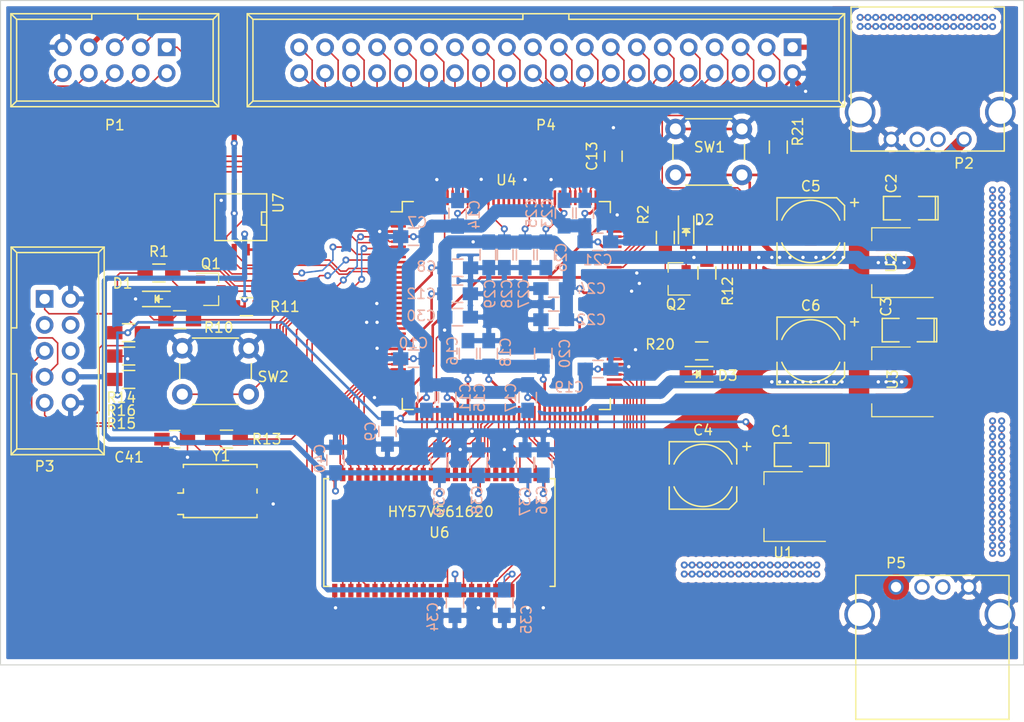
<source format=kicad_pcb>
(kicad_pcb (version 4) (host pcbnew 4.0.5+dfsg1-4)
  (layers (0 F.Cu signal) (31 B.Cu signal) (34 B.Paste user) (35 F.Paste user) (36 B.SilkS user) (37 F.SilkS user) (38 B.Mask user) (39 F.Mask user) (44 Edge.Cuts user))
  (net 0 "")
  (net 1 VCC)
  (net 2 GND)
  (net 3 VCC2p5)
  (net 4 VCC3p3)
  (net 5 VCC1p2)
  (net 6 "/FPGA IO Circuitry/SDRAM1")
  (net 7 "/FPGA IO Circuitry/SDRAM2")
  (net 8 "/FPGA IO Circuitry/SDRAM3")
  (net 9 "/FPGA IO Circuitry/SDRAM4")
  (net 10 "/FPGA IO Circuitry/SDRAM5")
  (net 11 "/FPGA IO Circuitry/SDRAM6")
  (net 12 "/FPGA IO Circuitry/SDRAM7")
  (net 13 "/FPGA IO Circuitry/SDRAM8")
  (net 14 "/FPGA IO Circuitry/SDRAM9")
  (net 15 "/FPGA IO Circuitry/SDRAM10")
  (net 16 "/FPGA IO Circuitry/SDRAM11")
  (net 17 "/FPGA IO Circuitry/SDRAM12")
  (net 18 "/FPGA IO Circuitry/SDRAM13")
  (net 19 "/FPGA IO Circuitry/SDRAM14")
  (net 20 "/FPGA IO Circuitry/SDRAM15")
  (net 21 "/FPGA IO Circuitry/SDRAM16")
  (net 22 "/FPGA IO Circuitry/SDRAM17")
  (net 23 "/FPGA IO Circuitry/SDRAM18")
  (net 24 "/FPGA IO Circuitry/SDRAM19")
  (net 25 "/FPGA IO Circuitry/SDRAM20")
  (net 26 "/FPGA IO Circuitry/SDRAM21")
  (net 27 "/FPGA IO Circuitry/SDRAM22")
  (net 28 "/FPGA IO Circuitry/SDRAM23")
  (net 29 "/FPGA IO Circuitry/SDRAM24")
  (net 30 "/FPGA IO Circuitry/SDRAM25")
  (net 31 "/FPGA IO Circuitry/SDRAM26")
  (net 32 "/FPGA IO Circuitry/SDRAM27")
  (net 33 "/FPGA IO Circuitry/SDRAM28")
  (net 34 "/FPGA IO Circuitry/SDRAM29")
  (net 35 "/FPGA IO Circuitry/SDRAM30")
  (net 36 "/FPGA IO Circuitry/SDRAM31")
  (net 37 "/FPGA IO Circuitry/SDRAM32")
  (net 38 "/FPGA IO Circuitry/SDRAM33")
  (net 39 "/FPGA IO Circuitry/SDRAM34")
  (net 40 "/FPGA IO Circuitry/SDRAM35")
  (net 41 "/FPGA IO Circuitry/SDRAM36")
  (net 42 "/FPGA IO Circuitry/SDRAM37")
  (net 43 "/FPGA IO Circuitry/SDRAM38")
  (net 44 "/FPGA IO Circuitry/SDRAM39")
  (net 45 "Net-(R10-Pad1)")
  (net 46 "Net-(R13-Pad1)")
  (net 47 "/FPGA Configuration Circuitry/FLASH_MOSI")
  (net 48 "/FPGA Configuration Circuitry/FLASH_nCE")
  (net 49 "/FPGA Configuration Circuitry/FLASH_SCK")
  (net 50 "/FPGA Configuration Circuitry/FLASH_MISO")
  (net 51 "/FPGA Configuration Circuitry/JTAG_TDI")
  (net 52 "/FPGA Configuration Circuitry/JTAG_TMS")
  (net 53 "/FPGA Configuration Circuitry/JTAG_TDO")
  (net 54 "/FPGA Configuration Circuitry/JTAG_TCK")
  (net 55 "/FPGA Configuration Circuitry/F_CLK1")
  (net 56 "Net-(Q1-Pad1)")
  (net 57 "Net-(D1-Pad2)")
  (net 58 "Net-(Q1-Pad3)")
  (net 59 "Net-(Q2-Pad1)")
  (net 60 "Net-(D2-Pad2)")
  (net 61 "Net-(Q2-Pad3)")
  (net 62 "Net-(P1-Pad1)")
  (net 63 "Net-(P1-Pad2)")
  (net 64 "Net-(P1-Pad3)")
  (net 65 "Net-(P1-Pad4)")
  (net 66 F_CLK3)
  (net 67 "Net-(P1-Pad6)")
  (net 68 F_CLK2)
  (net 69 "Net-(P1-Pad5)")
  (net 70 PIN87)
  (net 71 PIN98)
  (net 72 PIN99)
  (net 73 PIN100)
  (net 74 PIN101)
  (net 75 PIN103)
  (net 76 PIN104)
  (net 77 PIN105)
  (net 78 PIN106)
  (net 79 PIN110)
  (net 80 PIN111)
  (net 81 PIN112)
  (net 82 PIN113)
  (net 83 PIN114)
  (net 84 PIN115)
  (net 85 PIN119)
  (net 86 PIN120)
  (net 87 PIN121)
  (net 88 PIN124)
  (net 89 PIN125)
  (net 90 PIN126)
  (net 91 PIN127)
  (net 92 PIN128)
  (net 93 PIN129)
  (net 94 PIN132)
  (net 95 PIN133)
  (net 96 PIN135)
  (net 97 PIN136)
  (net 98 PIN137)
  (net 99 PIN138)
  (net 100 PIN141)
  (net 101 PIN142)
  (net 102 PIN143)
  (net 103 PIN144)
  (net 104 F_CLK7)
  (net 105 F_CLK6)
  (net 106 F_CLK5)
  (net 107 F_CLK4)
  (net 108 "Net-(D3-Pad1)")
  (net 109 PIN85)
  (net 110 "Net-(R21-Pad1)")
  (module Connectors:IDC_Header_Straight_10pins (layer F.Cu) (at 44.196 99.314 270)
    (fp_text reference P3 (at 16.383 0 360) (layer F.SilkS))
    (fp_text value CONN_02X05)
    (pad 1 thru_hole rect (at 0 0 270) (size 1.7272 1.7272) (drill 1.016) (layers *.Cu *.Mask) (net 51 "/FPGA Configuration Circuitry/JTAG_TDI"))
    (pad 2 thru_hole oval (at 0 -2.54 270) (size 1.7272 1.7272) (drill 1.016) (layers *.Cu *.Mask) (net 2 GND))
    (pad 3 thru_hole oval (at 2.54 0 270) (size 1.7272 1.7272) (drill 1.016) (layers *.Cu *.Mask))
    (pad 4 thru_hole oval (at 2.54 -2.54 270) (size 1.7272 1.7272) (drill 1.016) (layers *.Cu *.Mask))
    (pad 5 thru_hole oval (at 5.08 0 270) (size 1.7272 1.7272) (drill 1.016) (layers *.Cu *.Mask) (net 52 "/FPGA Configuration Circuitry/JTAG_TMS"))
    (pad 6 thru_hole oval (at 5.08 -2.54 270) (size 1.7272 1.7272) (drill 1.016) (layers *.Cu *.Mask))
    (pad 7 thru_hole oval (at 7.62 0 270) (size 1.7272 1.7272) (drill 1.016) (layers *.Cu *.Mask) (net 53 "/FPGA Configuration Circuitry/JTAG_TDO"))
    (pad 8 thru_hole oval (at 7.62 -2.54 270) (size 1.7272 1.7272) (drill 1.016) (layers *.Cu *.Mask) (net 4 VCC3p3))
    (pad 9 thru_hole oval (at 10.16 0 270) (size 1.7272 1.7272) (drill 1.016) (layers *.Cu *.Mask) (net 54 "/FPGA Configuration Circuitry/JTAG_TCK"))
    (pad 10 thru_hole oval (at 10.16 -2.54 270) (size 1.7272 1.7272) (drill 1.016) (layers *.Cu *.Mask) (net 2 GND))
  )
  (module Housings_QFP:TQFP-144_20x20mm_Pitch0.5mm (layer F.Cu) (at 89.348 99.958)
    (fp_text reference U4 (at 0 -12.275) (layer F.SilkS))
    (fp_text value EP4CE10E22C8N)
    (pad 1 smd rect (at -10.55 -8.75) (size 1.45 0.25) (layers F.Cu F.Paste F.Mask) (net 69 "Net-(P1-Pad5)"))
    (pad 2 smd rect (at -10.55 -8.25) (size 1.45 0.25) (layers F.Cu F.Paste F.Mask) (net 64 "Net-(P1-Pad3)"))
    (pad 3 smd rect (at -10.55 -7.75) (size 1.45 0.25) (layers F.Cu F.Paste F.Mask) (net 62 "Net-(P1-Pad1)"))
    (pad 4 smd rect (at -10.55 -7.25) (size 1.45 0.25) (layers F.Cu F.Paste F.Mask) (net 2 GND))
    (pad 5 smd rect (at -10.55 -6.75) (size 1.45 0.25) (layers F.Cu F.Paste F.Mask) (net 5 VCC1p2))
    (pad 6 smd rect (at -10.55 -6.25) (size 1.45 0.25) (layers F.Cu F.Paste F.Mask) (net 47 "/FPGA Configuration Circuitry/FLASH_MOSI"))
    (pad 7 smd rect (at -10.55 -5.75) (size 1.45 0.25) (layers F.Cu F.Paste F.Mask) (net 67 "Net-(P1-Pad6)"))
    (pad 8 smd rect (at -10.55 -5.25) (size 1.45 0.25) (layers F.Cu F.Paste F.Mask) (net 48 "/FPGA Configuration Circuitry/FLASH_nCE"))
    (pad 9 smd rect (at -10.55 -4.75) (size 1.45 0.25) (layers F.Cu F.Paste F.Mask) (net 56 "Net-(Q1-Pad1)"))
    (pad 10 smd rect (at -10.55 -4.25) (size 1.45 0.25) (layers F.Cu F.Paste F.Mask) (net 63 "Net-(P1-Pad2)"))
    (pad 11 smd rect (at -10.55 -3.75) (size 1.45 0.25) (layers F.Cu F.Paste F.Mask) (net 65 "Net-(P1-Pad4)"))
    (pad 12 smd rect (at -10.55 -3.25) (size 1.45 0.25) (layers F.Cu F.Paste F.Mask) (net 49 "/FPGA Configuration Circuitry/FLASH_SCK"))
    (pad 13 smd rect (at -10.55 -2.75) (size 1.45 0.25) (layers F.Cu F.Paste F.Mask) (net 50 "/FPGA Configuration Circuitry/FLASH_MISO"))
    (pad 14 smd rect (at -10.55 -2.25) (size 1.45 0.25) (layers F.Cu F.Paste F.Mask) (net 45 "Net-(R10-Pad1)"))
    (pad 15 smd rect (at -10.55 -1.75) (size 1.45 0.25) (layers F.Cu F.Paste F.Mask) (net 51 "/FPGA Configuration Circuitry/JTAG_TDI"))
    (pad 16 smd rect (at -10.55 -1.25) (size 1.45 0.25) (layers F.Cu F.Paste F.Mask) (net 54 "/FPGA Configuration Circuitry/JTAG_TCK"))
    (pad 17 smd rect (at -10.55 -0.75) (size 1.45 0.25) (layers F.Cu F.Paste F.Mask) (net 4 VCC3p3))
    (pad 18 smd rect (at -10.55 -0.25) (size 1.45 0.25) (layers F.Cu F.Paste F.Mask) (net 52 "/FPGA Configuration Circuitry/JTAG_TMS"))
    (pad 19 smd rect (at -10.55 0.25) (size 1.45 0.25) (layers F.Cu F.Paste F.Mask) (net 2 GND))
    (pad 20 smd rect (at -10.55 0.75) (size 1.45 0.25) (layers F.Cu F.Paste F.Mask) (net 53 "/FPGA Configuration Circuitry/JTAG_TDO"))
    (pad 21 smd rect (at -10.55 1.25) (size 1.45 0.25) (layers F.Cu F.Paste F.Mask) (net 2 GND))
    (pad 22 smd rect (at -10.55 1.75) (size 1.45 0.25) (layers F.Cu F.Paste F.Mask) (net 2 GND))
    (pad 23 smd rect (at -10.55 2.25) (size 1.45 0.25) (layers F.Cu F.Paste F.Mask) (net 55 "/FPGA Configuration Circuitry/F_CLK1"))
    (pad 24 smd rect (at -10.55 2.75) (size 1.45 0.25) (layers F.Cu F.Paste F.Mask) (net 68 F_CLK2))
    (pad 25 smd rect (at -10.55 3.25) (size 1.45 0.25) (layers F.Cu F.Paste F.Mask) (net 66 F_CLK3))
    (pad 26 smd rect (at -10.55 3.75) (size 1.45 0.25) (layers F.Cu F.Paste F.Mask) (net 4 VCC3p3))
    (pad 27 smd rect (at -10.55 4.25) (size 1.45 0.25) (layers F.Cu F.Paste F.Mask) (net 2 GND))
    (pad 28 smd rect (at -10.55 4.75) (size 1.45 0.25) (layers F.Cu F.Paste F.Mask) (net 6 "/FPGA IO Circuitry/SDRAM1"))
    (pad 29 smd rect (at -10.55 5.25) (size 1.45 0.25) (layers F.Cu F.Paste F.Mask) (net 5 VCC1p2))
    (pad 30 smd rect (at -10.55 5.75) (size 1.45 0.25) (layers F.Cu F.Paste F.Mask) (net 7 "/FPGA IO Circuitry/SDRAM2"))
    (pad 31 smd rect (at -10.55 6.25) (size 1.45 0.25) (layers F.Cu F.Paste F.Mask) (net 8 "/FPGA IO Circuitry/SDRAM3"))
    (pad 32 smd rect (at -10.55 6.75) (size 1.45 0.25) (layers F.Cu F.Paste F.Mask) (net 9 "/FPGA IO Circuitry/SDRAM4"))
    (pad 33 smd rect (at -10.55 7.25) (size 1.45 0.25) (layers F.Cu F.Paste F.Mask) (net 10 "/FPGA IO Circuitry/SDRAM5"))
    (pad 34 smd rect (at -10.55 7.75) (size 1.45 0.25) (layers F.Cu F.Paste F.Mask) (net 11 "/FPGA IO Circuitry/SDRAM6"))
    (pad 35 smd rect (at -10.55 8.25) (size 1.45 0.25) (layers F.Cu F.Paste F.Mask) (net 3 VCC2p5))
    (pad 36 smd rect (at -10.55 8.75) (size 1.45 0.25) (layers F.Cu F.Paste F.Mask) (net 2 GND))
    (pad 37 smd rect (at -8.75 10.55 90) (size 1.45 0.25) (layers F.Cu F.Paste F.Mask) (net 5 VCC1p2))
    (pad 38 smd rect (at -8.25 10.55 90) (size 1.45 0.25) (layers F.Cu F.Paste F.Mask) (net 12 "/FPGA IO Circuitry/SDRAM7"))
    (pad 39 smd rect (at -7.75 10.55 90) (size 1.45 0.25) (layers F.Cu F.Paste F.Mask) (net 13 "/FPGA IO Circuitry/SDRAM8"))
    (pad 40 smd rect (at -7.25 10.55 90) (size 1.45 0.25) (layers F.Cu F.Paste F.Mask) (net 4 VCC3p3))
    (pad 41 smd rect (at -6.75 10.55 90) (size 1.45 0.25) (layers F.Cu F.Paste F.Mask) (net 2 GND))
    (pad 42 smd rect (at -6.25 10.55 90) (size 1.45 0.25) (layers F.Cu F.Paste F.Mask) (net 14 "/FPGA IO Circuitry/SDRAM9"))
    (pad 43 smd rect (at -5.75 10.55 90) (size 1.45 0.25) (layers F.Cu F.Paste F.Mask) (net 15 "/FPGA IO Circuitry/SDRAM10"))
    (pad 44 smd rect (at -5.25 10.55 90) (size 1.45 0.25) (layers F.Cu F.Paste F.Mask) (net 16 "/FPGA IO Circuitry/SDRAM11"))
    (pad 45 smd rect (at -4.75 10.55 90) (size 1.45 0.25) (layers F.Cu F.Paste F.Mask) (net 5 VCC1p2))
    (pad 46 smd rect (at -4.25 10.55 90) (size 1.45 0.25) (layers F.Cu F.Paste F.Mask) (net 17 "/FPGA IO Circuitry/SDRAM12"))
    (pad 47 smd rect (at -3.75 10.55 90) (size 1.45 0.25) (layers F.Cu F.Paste F.Mask) (net 4 VCC3p3))
    (pad 48 smd rect (at -3.25 10.55 90) (size 1.45 0.25) (layers F.Cu F.Paste F.Mask) (net 2 GND))
    (pad 49 smd rect (at -2.75 10.55 90) (size 1.45 0.25) (layers F.Cu F.Paste F.Mask) (net 18 "/FPGA IO Circuitry/SDRAM13"))
    (pad 50 smd rect (at -2.25 10.55 90) (size 1.45 0.25) (layers F.Cu F.Paste F.Mask) (net 19 "/FPGA IO Circuitry/SDRAM14"))
    (pad 51 smd rect (at -1.75 10.55 90) (size 1.45 0.25) (layers F.Cu F.Paste F.Mask) (net 20 "/FPGA IO Circuitry/SDRAM15"))
    (pad 52 smd rect (at -1.25 10.55 90) (size 1.45 0.25) (layers F.Cu F.Paste F.Mask) (net 21 "/FPGA IO Circuitry/SDRAM16"))
    (pad 53 smd rect (at -0.75 10.55 90) (size 1.45 0.25) (layers F.Cu F.Paste F.Mask) (net 22 "/FPGA IO Circuitry/SDRAM17"))
    (pad 54 smd rect (at -0.25 10.55 90) (size 1.45 0.25) (layers F.Cu F.Paste F.Mask) (net 23 "/FPGA IO Circuitry/SDRAM18"))
    (pad 55 smd rect (at 0.25 10.55 90) (size 1.45 0.25) (layers F.Cu F.Paste F.Mask) (net 24 "/FPGA IO Circuitry/SDRAM19"))
    (pad 56 smd rect (at 0.75 10.55 90) (size 1.45 0.25) (layers F.Cu F.Paste F.Mask) (net 4 VCC3p3))
    (pad 57 smd rect (at 1.25 10.55 90) (size 1.45 0.25) (layers F.Cu F.Paste F.Mask) (net 2 GND))
    (pad 58 smd rect (at 1.75 10.55 90) (size 1.45 0.25) (layers F.Cu F.Paste F.Mask) (net 25 "/FPGA IO Circuitry/SDRAM20"))
    (pad 59 smd rect (at 2.25 10.55 90) (size 1.45 0.25) (layers F.Cu F.Paste F.Mask) (net 26 "/FPGA IO Circuitry/SDRAM21"))
    (pad 60 smd rect (at 2.75 10.55 90) (size 1.45 0.25) (layers F.Cu F.Paste F.Mask) (net 27 "/FPGA IO Circuitry/SDRAM22"))
    (pad 61 smd rect (at 3.25 10.55 90) (size 1.45 0.25) (layers F.Cu F.Paste F.Mask) (net 5 VCC1p2))
    (pad 62 smd rect (at 3.75 10.55 90) (size 1.45 0.25) (layers F.Cu F.Paste F.Mask) (net 4 VCC3p3))
    (pad 63 smd rect (at 4.25 10.55 90) (size 1.45 0.25) (layers F.Cu F.Paste F.Mask) (net 2 GND))
    (pad 64 smd rect (at 4.75 10.55 90) (size 1.45 0.25) (layers F.Cu F.Paste F.Mask) (net 28 "/FPGA IO Circuitry/SDRAM23"))
    (pad 65 smd rect (at 5.25 10.55 90) (size 1.45 0.25) (layers F.Cu F.Paste F.Mask) (net 29 "/FPGA IO Circuitry/SDRAM24"))
    (pad 66 smd rect (at 5.75 10.55 90) (size 1.45 0.25) (layers F.Cu F.Paste F.Mask) (net 30 "/FPGA IO Circuitry/SDRAM25"))
    (pad 67 smd rect (at 6.25 10.55 90) (size 1.45 0.25) (layers F.Cu F.Paste F.Mask) (net 31 "/FPGA IO Circuitry/SDRAM26"))
    (pad 68 smd rect (at 6.75 10.55 90) (size 1.45 0.25) (layers F.Cu F.Paste F.Mask) (net 32 "/FPGA IO Circuitry/SDRAM27"))
    (pad 69 smd rect (at 7.25 10.55 90) (size 1.45 0.25) (layers F.Cu F.Paste F.Mask) (net 33 "/FPGA IO Circuitry/SDRAM28"))
    (pad 70 smd rect (at 7.75 10.55 90) (size 1.45 0.25) (layers F.Cu F.Paste F.Mask) (net 34 "/FPGA IO Circuitry/SDRAM29"))
    (pad 71 smd rect (at 8.25 10.55 90) (size 1.45 0.25) (layers F.Cu F.Paste F.Mask) (net 35 "/FPGA IO Circuitry/SDRAM30"))
    (pad 72 smd rect (at 8.75 10.55 90) (size 1.45 0.25) (layers F.Cu F.Paste F.Mask) (net 36 "/FPGA IO Circuitry/SDRAM31"))
    (pad 73 smd rect (at 10.55 8.75) (size 1.45 0.25) (layers F.Cu F.Paste F.Mask) (net 37 "/FPGA IO Circuitry/SDRAM32"))
    (pad 74 smd rect (at 10.55 8.25) (size 1.45 0.25) (layers F.Cu F.Paste F.Mask) (net 38 "/FPGA IO Circuitry/SDRAM33"))
    (pad 75 smd rect (at 10.55 7.75) (size 1.45 0.25) (layers F.Cu F.Paste F.Mask) (net 39 "/FPGA IO Circuitry/SDRAM34"))
    (pad 76 smd rect (at 10.55 7.25) (size 1.45 0.25) (layers F.Cu F.Paste F.Mask) (net 40 "/FPGA IO Circuitry/SDRAM35"))
    (pad 77 smd rect (at 10.55 6.75) (size 1.45 0.25) (layers F.Cu F.Paste F.Mask) (net 41 "/FPGA IO Circuitry/SDRAM36"))
    (pad 78 smd rect (at 10.55 6.25) (size 1.45 0.25) (layers F.Cu F.Paste F.Mask) (net 5 VCC1p2))
    (pad 79 smd rect (at 10.55 5.75) (size 1.45 0.25) (layers F.Cu F.Paste F.Mask) (net 2 GND))
    (pad 80 smd rect (at 10.55 5.25) (size 1.45 0.25) (layers F.Cu F.Paste F.Mask) (net 42 "/FPGA IO Circuitry/SDRAM37"))
    (pad 81 smd rect (at 10.55 4.75) (size 1.45 0.25) (layers F.Cu F.Paste F.Mask) (net 4 VCC3p3))
    (pad 82 smd rect (at 10.55 4.25) (size 1.45 0.25) (layers F.Cu F.Paste F.Mask) (net 2 GND))
    (pad 83 smd rect (at 10.55 3.75) (size 1.45 0.25) (layers F.Cu F.Paste F.Mask) (net 43 "/FPGA IO Circuitry/SDRAM38"))
    (pad 84 smd rect (at 10.55 3.25) (size 1.45 0.25) (layers F.Cu F.Paste F.Mask) (net 44 "/FPGA IO Circuitry/SDRAM39"))
    (pad 85 smd rect (at 10.55 2.75) (size 1.45 0.25) (layers F.Cu F.Paste F.Mask) (net 109 PIN85))
    (pad 86 smd rect (at 10.55 2.25) (size 1.45 0.25) (layers F.Cu F.Paste F.Mask) (net 110 "Net-(R21-Pad1)"))
    (pad 87 smd rect (at 10.55 1.75) (size 1.45 0.25) (layers F.Cu F.Paste F.Mask) (net 70 PIN87))
    (pad 88 smd rect (at 10.55 1.25) (size 1.45 0.25) (layers F.Cu F.Paste F.Mask) (net 104 F_CLK7))
    (pad 89 smd rect (at 10.55 0.75) (size 1.45 0.25) (layers F.Cu F.Paste F.Mask) (net 105 F_CLK6))
    (pad 90 smd rect (at 10.55 0.25) (size 1.45 0.25) (layers F.Cu F.Paste F.Mask) (net 106 F_CLK5))
    (pad 91 smd rect (at 10.55 -0.25) (size 1.45 0.25) (layers F.Cu F.Paste F.Mask) (net 107 F_CLK4))
    (pad 92 smd rect (at 10.55 -0.75) (size 1.45 0.25) (layers F.Cu F.Paste F.Mask) (net 59 "Net-(Q2-Pad1)"))
    (pad 93 smd rect (at 10.55 -1.25) (size 1.45 0.25) (layers F.Cu F.Paste F.Mask) (net 4 VCC3p3))
    (pad 94 smd rect (at 10.55 -1.75) (size 1.45 0.25) (layers F.Cu F.Paste F.Mask) (net 2 GND))
    (pad 95 smd rect (at 10.55 -2.25) (size 1.45 0.25) (layers F.Cu F.Paste F.Mask) (net 2 GND))
    (pad 96 smd rect (at 10.55 -2.75) (size 1.45 0.25) (layers F.Cu F.Paste F.Mask) (net 3 VCC2p5))
    (pad 97 smd rect (at 10.55 -3.25) (size 1.45 0.25) (layers F.Cu F.Paste F.Mask) (net 2 GND))
    (pad 98 smd rect (at 10.55 -3.75) (size 1.45 0.25) (layers F.Cu F.Paste F.Mask) (net 71 PIN98))
    (pad 99 smd rect (at 10.55 -4.25) (size 1.45 0.25) (layers F.Cu F.Paste F.Mask) (net 72 PIN99))
    (pad 100 smd rect (at 10.55 -4.75) (size 1.45 0.25) (layers F.Cu F.Paste F.Mask) (net 73 PIN100))
    (pad 101 smd rect (at 10.55 -5.25) (size 1.45 0.25) (layers F.Cu F.Paste F.Mask) (net 74 PIN101))
    (pad 102 smd rect (at 10.55 -5.75) (size 1.45 0.25) (layers F.Cu F.Paste F.Mask) (net 5 VCC1p2))
    (pad 103 smd rect (at 10.55 -6.25) (size 1.45 0.25) (layers F.Cu F.Paste F.Mask) (net 75 PIN103))
    (pad 104 smd rect (at 10.55 -6.75) (size 1.45 0.25) (layers F.Cu F.Paste F.Mask) (net 76 PIN104))
    (pad 105 smd rect (at 10.55 -7.25) (size 1.45 0.25) (layers F.Cu F.Paste F.Mask) (net 77 PIN105))
    (pad 106 smd rect (at 10.55 -7.75) (size 1.45 0.25) (layers F.Cu F.Paste F.Mask) (net 78 PIN106))
    (pad 107 smd rect (at 10.55 -8.25) (size 1.45 0.25) (layers F.Cu F.Paste F.Mask) (net 3 VCC2p5))
    (pad 108 smd rect (at 10.55 -8.75) (size 1.45 0.25) (layers F.Cu F.Paste F.Mask) (net 2 GND))
    (pad 109 smd rect (at 8.75 -10.55 90) (size 1.45 0.25) (layers F.Cu F.Paste F.Mask) (net 5 VCC1p2))
    (pad 110 smd rect (at 8.25 -10.55 90) (size 1.45 0.25) (layers F.Cu F.Paste F.Mask) (net 79 PIN110))
    (pad 111 smd rect (at 7.75 -10.55 90) (size 1.45 0.25) (layers F.Cu F.Paste F.Mask) (net 80 PIN111))
    (pad 112 smd rect (at 7.25 -10.55 90) (size 1.45 0.25) (layers F.Cu F.Paste F.Mask) (net 81 PIN112))
    (pad 113 smd rect (at 6.75 -10.55 90) (size 1.45 0.25) (layers F.Cu F.Paste F.Mask) (net 82 PIN113))
    (pad 114 smd rect (at 6.25 -10.55 90) (size 1.45 0.25) (layers F.Cu F.Paste F.Mask) (net 83 PIN114))
    (pad 115 smd rect (at 5.75 -10.55 90) (size 1.45 0.25) (layers F.Cu F.Paste F.Mask) (net 84 PIN115))
    (pad 116 smd rect (at 5.25 -10.55 90) (size 1.45 0.25) (layers F.Cu F.Paste F.Mask) (net 5 VCC1p2))
    (pad 117 smd rect (at 4.75 -10.55 90) (size 1.45 0.25) (layers F.Cu F.Paste F.Mask) (net 4 VCC3p3))
    (pad 118 smd rect (at 4.25 -10.55 90) (size 1.45 0.25) (layers F.Cu F.Paste F.Mask) (net 2 GND))
    (pad 119 smd rect (at 3.75 -10.55 90) (size 1.45 0.25) (layers F.Cu F.Paste F.Mask) (net 85 PIN119))
    (pad 120 smd rect (at 3.25 -10.55 90) (size 1.45 0.25) (layers F.Cu F.Paste F.Mask) (net 86 PIN120))
    (pad 121 smd rect (at 2.75 -10.55 90) (size 1.45 0.25) (layers F.Cu F.Paste F.Mask) (net 87 PIN121))
    (pad 122 smd rect (at 2.25 -10.55 90) (size 1.45 0.25) (layers F.Cu F.Paste F.Mask) (net 4 VCC3p3))
    (pad 123 smd rect (at 1.75 -10.55 90) (size 1.45 0.25) (layers F.Cu F.Paste F.Mask) (net 2 GND))
    (pad 124 smd rect (at 1.25 -10.55 90) (size 1.45 0.25) (layers F.Cu F.Paste F.Mask) (net 88 PIN124))
    (pad 125 smd rect (at 0.75 -10.55 90) (size 1.45 0.25) (layers F.Cu F.Paste F.Mask) (net 89 PIN125))
    (pad 126 smd rect (at 0.25 -10.55 90) (size 1.45 0.25) (layers F.Cu F.Paste F.Mask) (net 90 PIN126))
    (pad 127 smd rect (at -0.25 -10.55 90) (size 1.45 0.25) (layers F.Cu F.Paste F.Mask) (net 91 PIN127))
    (pad 128 smd rect (at -0.75 -10.55 90) (size 1.45 0.25) (layers F.Cu F.Paste F.Mask) (net 92 PIN128))
    (pad 129 smd rect (at -1.25 -10.55 90) (size 1.45 0.25) (layers F.Cu F.Paste F.Mask) (net 93 PIN129))
    (pad 130 smd rect (at -1.75 -10.55 90) (size 1.45 0.25) (layers F.Cu F.Paste F.Mask) (net 4 VCC3p3))
    (pad 131 smd rect (at -2.25 -10.55 90) (size 1.45 0.25) (layers F.Cu F.Paste F.Mask) (net 2 GND))
    (pad 132 smd rect (at -2.75 -10.55 90) (size 1.45 0.25) (layers F.Cu F.Paste F.Mask) (net 94 PIN132))
    (pad 133 smd rect (at -3.25 -10.55 90) (size 1.45 0.25) (layers F.Cu F.Paste F.Mask) (net 95 PIN133))
    (pad 134 smd rect (at -3.75 -10.55 90) (size 1.45 0.25) (layers F.Cu F.Paste F.Mask) (net 5 VCC1p2))
    (pad 135 smd rect (at -4.25 -10.55 90) (size 1.45 0.25) (layers F.Cu F.Paste F.Mask) (net 96 PIN135))
    (pad 136 smd rect (at -4.75 -10.55 90) (size 1.45 0.25) (layers F.Cu F.Paste F.Mask) (net 97 PIN136))
    (pad 137 smd rect (at -5.25 -10.55 90) (size 1.45 0.25) (layers F.Cu F.Paste F.Mask) (net 98 PIN137))
    (pad 138 smd rect (at -5.75 -10.55 90) (size 1.45 0.25) (layers F.Cu F.Paste F.Mask) (net 99 PIN138))
    (pad 139 smd rect (at -6.25 -10.55 90) (size 1.45 0.25) (layers F.Cu F.Paste F.Mask) (net 4 VCC3p3))
    (pad 140 smd rect (at -6.75 -10.55 90) (size 1.45 0.25) (layers F.Cu F.Paste F.Mask) (net 2 GND))
    (pad 141 smd rect (at -7.25 -10.55 90) (size 1.45 0.25) (layers F.Cu F.Paste F.Mask) (net 100 PIN141))
    (pad 142 smd rect (at -7.75 -10.55 90) (size 1.45 0.25) (layers F.Cu F.Paste F.Mask) (net 101 PIN142))
    (pad 143 smd rect (at -8.25 -10.55 90) (size 1.45 0.25) (layers F.Cu F.Paste F.Mask) (net 102 PIN143))
    (pad 144 smd rect (at -8.75 -10.55 90) (size 1.45 0.25) (layers F.Cu F.Paste F.Mask) (net 103 PIN144))
  )
  (module Connectors:IDC_Header_Straight_10pins (layer F.Cu) (at 56.134 74.676 180)
    (fp_text reference P1 (at 5.08 -7.62 180) (layer F.SilkS))
    (fp_text value CONN_02X05)
    (pad 1 thru_hole rect (at 0 0 180) (size 1.7272 1.7272) (drill 1.016) (layers *.Cu *.Mask) (net 62 "Net-(P1-Pad1)"))
    (pad 2 thru_hole oval (at 0 -2.54 180) (size 1.7272 1.7272) (drill 1.016) (layers *.Cu *.Mask) (net 63 "Net-(P1-Pad2)"))
    (pad 3 thru_hole oval (at 2.54 0 180) (size 1.7272 1.7272) (drill 1.016) (layers *.Cu *.Mask) (net 64 "Net-(P1-Pad3)"))
    (pad 4 thru_hole oval (at 2.54 -2.54 180) (size 1.7272 1.7272) (drill 1.016) (layers *.Cu *.Mask) (net 65 "Net-(P1-Pad4)"))
    (pad 5 thru_hole oval (at 5.08 0 180) (size 1.7272 1.7272) (drill 1.016) (layers *.Cu *.Mask) (net 69 "Net-(P1-Pad5)"))
    (pad 6 thru_hole oval (at 5.08 -2.54 180) (size 1.7272 1.7272) (drill 1.016) (layers *.Cu *.Mask) (net 67 "Net-(P1-Pad6)"))
    (pad 7 thru_hole oval (at 7.62 0 180) (size 1.7272 1.7272) (drill 1.016) (layers *.Cu *.Mask) (net 4 VCC3p3))
    (pad 8 thru_hole oval (at 7.62 -2.54 180) (size 1.7272 1.7272) (drill 1.016) (layers *.Cu *.Mask) (net 68 F_CLK2))
    (pad 9 thru_hole oval (at 10.16 0 180) (size 1.7272 1.7272) (drill 1.016) (layers *.Cu *.Mask) (net 2 GND))
    (pad 10 thru_hole oval (at 10.16 -2.54 180) (size 1.7272 1.7272) (drill 1.016) (layers *.Cu *.Mask) (net 66 F_CLK3))
  )
  (module SMD_Packages:SOIC-8-N (layer F.Cu) (at 63.373 91.313 180)
    (fp_text reference U7 (at -3.683 1.397 270) (layer F.SilkS))
    (fp_text value W25Q32FVSSIQ)
    (pad 8 smd rect (at -1.905 -3.175 180) (size 0.508 1.143) (layers F.Cu F.Paste F.Mask) (net 4 VCC3p3))
    (pad 7 smd rect (at -0.635 -3.175 180) (size 0.508 1.143) (layers F.Cu F.Paste F.Mask) (net 4 VCC3p3))
    (pad 6 smd rect (at 0.635 -3.175 180) (size 0.508 1.143) (layers F.Cu F.Paste F.Mask) (net 49 "/FPGA Configuration Circuitry/FLASH_SCK"))
    (pad 5 smd rect (at 1.905 -3.175 180) (size 0.508 1.143) (layers F.Cu F.Paste F.Mask) (net 47 "/FPGA Configuration Circuitry/FLASH_MOSI"))
    (pad 4 smd rect (at 1.905 3.175 180) (size 0.508 1.143) (layers F.Cu F.Paste F.Mask) (net 2 GND))
    (pad 3 smd rect (at 0.635 3.175 180) (size 0.508 1.143) (layers F.Cu F.Paste F.Mask) (net 4 VCC3p3))
    (pad 2 smd rect (at -0.635 3.175 180) (size 0.508 1.143) (layers F.Cu F.Paste F.Mask) (net 50 "/FPGA Configuration Circuitry/FLASH_MISO"))
    (pad 1 smd rect (at -1.905 3.175 180) (size 0.508 1.143) (layers F.Cu F.Paste F.Mask) (net 48 "/FPGA Configuration Circuitry/FLASH_nCE"))
  )
  (module SMD_Packages:SMD-1206_Pol (layer F.Cu) (at 118.11 114.554 180)
    (fp_text reference C1 (at 1.905 2.286 360) (layer F.SilkS))
    (fp_text value 10uF)
    (pad 1 smd rect (at -1.651 0 180) (size 1.524 2.032) (layers F.Cu F.Paste F.Mask) (net 1 VCC))
    (pad 2 smd rect (at 1.651 0 180) (size 1.524 2.032) (layers F.Cu F.Paste F.Mask) (net 2 GND))
  )
  (module SMD_Packages:SMD-1206_Pol (layer F.Cu) (at 128.778 90.424 180)
    (fp_text reference C2 (at 1.778 2.413 270) (layer F.SilkS))
    (fp_text value 10uF)
    (pad 1 smd rect (at -1.651 0 180) (size 1.524 2.032) (layers F.Cu F.Paste F.Mask) (net 1 VCC))
    (pad 2 smd rect (at 1.651 0 180) (size 1.524 2.032) (layers F.Cu F.Paste F.Mask) (net 2 GND))
  )
  (module SMD_Packages:SMD-1206_Pol (layer F.Cu) (at 128.651 102.362 180)
    (fp_text reference C3 (at 2.159 2.286 270) (layer F.SilkS))
    (fp_text value 10uF)
    (pad 1 smd rect (at -1.651 0 180) (size 1.524 2.032) (layers F.Cu F.Paste F.Mask) (net 1 VCC))
    (pad 2 smd rect (at 1.651 0 180) (size 1.524 2.032) (layers F.Cu F.Paste F.Mask) (net 2 GND))
  )
  (module Capacitors_SMD:c_elec_6.3x7.7 (layer F.Cu) (at 108.585 116.586 180)
    (fp_text reference C4 (at 0 4.4323 180) (layer F.SilkS))
    (fp_text value 100uF)
    (fp_text user + (at -4.2799 2.9083 180) (layer F.SilkS))
    (pad 1 smd rect (at -2.7 0) (size 3.5 1.6) (layers F.Cu F.Paste F.Mask) (net 3 VCC2p5))
    (pad 2 smd rect (at 2.7 0) (size 3.5 1.6) (layers F.Cu F.Paste F.Mask) (net 2 GND))
  )
  (module Capacitors_SMD:c_elec_6.3x7.7 (layer F.Cu) (at 119.126 92.71 180)
    (fp_text reference C5 (at 0 4.4323 180) (layer F.SilkS))
    (fp_text value 100uF)
    (fp_text user + (at -4.2799 2.9083 180) (layer F.SilkS))
    (pad 1 smd rect (at -2.7 0) (size 3.5 1.6) (layers F.Cu F.Paste F.Mask) (net 4 VCC3p3))
    (pad 2 smd rect (at 2.7 0) (size 3.5 1.6) (layers F.Cu F.Paste F.Mask) (net 2 GND))
  )
  (module Capacitors_SMD:c_elec_6.3x7.7 (layer F.Cu) (at 119.126 104.394 180)
    (fp_text reference C6 (at 0 4.4323 180) (layer F.SilkS))
    (fp_text value 100uF)
    (fp_text user + (at -4.2799 2.9083 180) (layer F.SilkS))
    (pad 1 smd rect (at -2.7 0) (size 3.5 1.6) (layers F.Cu F.Paste F.Mask) (net 5 VCC1p2))
    (pad 2 smd rect (at 2.7 0) (size 3.5 1.6) (layers F.Cu F.Paste F.Mask) (net 2 GND))
  )
  (module Capacitors_SMD:C_0805_HandSoldering (layer B.Cu) (at 77.724 112.268 270)
    (fp_text reference C9 (at 0 1.651 270) (layer B.SilkS) (effects (justify mirror)))
    (fp_text value 100nF)
    (pad 1 smd rect (at -1.25 0 270) (size 1.5 1.25) (layers B.Cu B.Paste B.Mask) (net 3 VCC2p5))
    (pad 2 smd rect (at 1.25 0 270) (size 1.5 1.25) (layers B.Cu B.Paste B.Mask) (net 2 GND))
  )
  (module Capacitors_SMD:C_0805_HandSoldering (layer B.Cu) (at 80.264 105.156 180)
    (fp_text reference C10 (at 0 1.524 180) (layer B.SilkS) (effects (justify mirror)))
    (fp_text value 100nF)
    (pad 1 smd rect (at -1.25 0 180) (size 1.5 1.25) (layers B.Cu B.Paste B.Mask) (net 5 VCC1p2))
    (pad 2 smd rect (at 1.25 0 180) (size 1.5 1.25) (layers B.Cu B.Paste B.Mask) (net 2 GND))
  )
  (module Capacitors_SMD:C_0805_HandSoldering (layer B.Cu) (at 84.582 90.932 90)
    (fp_text reference C14 (at -0.127 1.651 90) (layer B.SilkS) (effects (justify mirror)))
    (fp_text value 100nF)
    (pad 1 smd rect (at -1.25 0 90) (size 1.5 1.25) (layers B.Cu B.Paste B.Mask) (net 5 VCC1p2))
    (pad 2 smd rect (at 1.25 0 90) (size 1.5 1.25) (layers B.Cu B.Paste B.Mask) (net 2 GND))
  )
  (module Capacitors_SMD:C_0805_HandSoldering (layer B.Cu) (at 98.318 106.172)
    (fp_text reference C19 (at -2.814 1.778) (layer B.SilkS) (effects (justify mirror)))
    (fp_text value 100nF)
    (pad 1 smd rect (at -1.25 0) (size 1.5 1.25) (layers B.Cu B.Paste B.Mask) (net 5 VCC1p2))
    (pad 2 smd rect (at 1.25 0) (size 1.5 1.25) (layers B.Cu B.Paste B.Mask) (net 2 GND))
  )
  (module Capacitors_SMD:C_0805_HandSoldering (layer B.Cu) (at 98.298 93.726)
    (fp_text reference C21 (at 0 1.778) (layer B.SilkS) (effects (justify mirror)))
    (fp_text value 100nF)
    (pad 1 smd rect (at -1.25 0) (size 1.5 1.25) (layers B.Cu B.Paste B.Mask) (net 5 VCC1p2))
    (pad 2 smd rect (at 1.25 0) (size 1.5 1.25) (layers B.Cu B.Paste B.Mask) (net 2 GND))
  )
  (module Capacitors_SMD:C_0805_HandSoldering (layer B.Cu) (at 93.98 101.346 180)
    (fp_text reference C22 (at -3.683 0 180) (layer B.SilkS) (effects (justify mirror)))
    (fp_text value 100nF)
    (pad 1 smd rect (at -1.25 0 180) (size 1.5 1.25) (layers B.Cu B.Paste B.Mask) (net 4 VCC3p3))
    (pad 2 smd rect (at 1.25 0 180) (size 1.5 1.25) (layers B.Cu B.Paste B.Mask) (net 2 GND))
  )
  (module Capacitors_SMD:C_0805_HandSoldering (layer B.Cu) (at 97.028 90.912 90)
    (fp_text reference C23 (at -0.02 -3.683 270) (layer B.SilkS) (effects (justify mirror)))
    (fp_text value 100nF)
    (pad 1 smd rect (at -1.25 0 90) (size 1.5 1.25) (layers B.Cu B.Paste B.Mask) (net 5 VCC1p2))
    (pad 2 smd rect (at 1.25 0 90) (size 1.5 1.25) (layers B.Cu B.Paste B.Mask) (net 2 GND))
  )
  (module Capacitors_SMD:C_0805_HandSoldering (layer B.Cu) (at 93.98 98.298 180)
    (fp_text reference C24 (at -3.683 0 180) (layer B.SilkS) (effects (justify mirror)))
    (fp_text value 100nF)
    (pad 1 smd rect (at -1.25 0 180) (size 1.5 1.25) (layers B.Cu B.Paste B.Mask) (net 4 VCC3p3))
    (pad 2 smd rect (at 1.25 0 180) (size 1.5 1.25) (layers B.Cu B.Paste B.Mask) (net 2 GND))
  )
  (module Capacitors_SMD:C_0805_HandSoldering (layer B.Cu) (at 94.996 90.912 90)
    (fp_text reference C25 (at -0.02 -3.175 90) (layer B.SilkS) (effects (justify mirror)))
    (fp_text value 100nF)
    (pad 1 smd rect (at -1.25 0 90) (size 1.5 1.25) (layers B.Cu B.Paste B.Mask) (net 5 VCC1p2))
    (pad 2 smd rect (at 1.25 0 90) (size 1.5 1.25) (layers B.Cu B.Paste B.Mask) (net 2 GND))
  )
  (module Capacitors_SMD:C_0805_HandSoldering (layer B.Cu) (at 93.218 94.996 270)
    (fp_text reference C26 (at 0.254 -1.524 270) (layer B.SilkS) (effects (justify mirror)))
    (fp_text value 100nF)
    (pad 1 smd rect (at -1.25 0 270) (size 1.5 1.25) (layers B.Cu B.Paste B.Mask) (net 4 VCC3p3))
    (pad 2 smd rect (at 1.25 0 270) (size 1.5 1.25) (layers B.Cu B.Paste B.Mask) (net 2 GND))
  )
  (module Capacitors_SMD:C_0805_HandSoldering (layer B.Cu) (at 91.186 94.996 270)
    (fp_text reference C27 (at 3.81 0.127 270) (layer B.SilkS) (effects (justify mirror)))
    (fp_text value 100nF)
    (pad 1 smd rect (at -1.25 0 270) (size 1.5 1.25) (layers B.Cu B.Paste B.Mask) (net 4 VCC3p3))
    (pad 2 smd rect (at 1.25 0 270) (size 1.5 1.25) (layers B.Cu B.Paste B.Mask) (net 2 GND))
  )
  (module Capacitors_SMD:C_0805_HandSoldering (layer B.Cu) (at 89.154 94.996 270)
    (fp_text reference C28 (at 3.81 -0.254 270) (layer B.SilkS) (effects (justify mirror)))
    (fp_text value 100nF)
    (pad 1 smd rect (at -1.25 0 270) (size 1.5 1.25) (layers B.Cu B.Paste B.Mask) (net 4 VCC3p3))
    (pad 2 smd rect (at 1.25 0 270) (size 1.5 1.25) (layers B.Cu B.Paste B.Mask) (net 2 GND))
  )
  (module Capacitors_SMD:C_0805_HandSoldering (layer B.Cu) (at 87.63 94.996 270)
    (fp_text reference C29 (at 3.81 -0.127 450) (layer B.SilkS) (effects (justify mirror)))
    (fp_text value 100nF)
    (pad 1 smd rect (at -1.25 0 270) (size 1.5 1.25) (layers B.Cu B.Paste B.Mask) (net 4 VCC3p3))
    (pad 2 smd rect (at 1.25 0 270) (size 1.5 1.25) (layers B.Cu B.Paste B.Mask) (net 2 GND))
  )
  (module Capacitors_SMD:C_0805_HandSoldering (layer B.Cu) (at 84.582 101.092)
    (fp_text reference C30 (at -3.556 -0.127) (layer B.SilkS) (effects (justify mirror)))
    (fp_text value 100nF)
    (pad 1 smd rect (at -1.25 0) (size 1.5 1.25) (layers B.Cu B.Paste B.Mask) (net 4 VCC3p3))
    (pad 2 smd rect (at 1.25 0) (size 1.5 1.25) (layers B.Cu B.Paste B.Mask) (net 2 GND))
  )
  (module Capacitors_SMD:C_0805_HandSoldering (layer B.Cu) (at 84.328 129.032 270)
    (fp_text reference C34 (at 1.397 2.159 270) (layer B.SilkS) (effects (justify mirror)))
    (fp_text value 100nF)
    (pad 1 smd rect (at -1.25 0 270) (size 1.5 1.25) (layers B.Cu B.Paste B.Mask) (net 4 VCC3p3))
    (pad 2 smd rect (at 1.25 0 270) (size 1.5 1.25) (layers B.Cu B.Paste B.Mask) (net 2 GND))
  )
  (module Capacitors_SMD:C_0805_HandSoldering (layer B.Cu) (at 89.154 129.032 270)
    (fp_text reference C35 (at 1.651 -2.159 270) (layer B.SilkS) (effects (justify mirror)))
    (fp_text value 100nF)
    (pad 1 smd rect (at -1.25 0 270) (size 1.5 1.25) (layers B.Cu B.Paste B.Mask) (net 4 VCC3p3))
    (pad 2 smd rect (at 1.25 0 270) (size 1.5 1.25) (layers B.Cu B.Paste B.Mask) (net 2 GND))
  )
  (module Capacitors_SMD:C_0805_HandSoldering (layer B.Cu) (at 92.964 115.316 90)
    (fp_text reference C36 (at -3.683 -0.127 90) (layer B.SilkS) (effects (justify mirror)))
    (fp_text value 100nF)
    (pad 1 smd rect (at -1.25 0 90) (size 1.5 1.25) (layers B.Cu B.Paste B.Mask) (net 4 VCC3p3))
    (pad 2 smd rect (at 1.25 0 90) (size 1.5 1.25) (layers B.Cu B.Paste B.Mask) (net 2 GND))
  )
  (module Capacitors_SMD:C_0805_HandSoldering (layer B.Cu) (at 91.186 115.336 90)
    (fp_text reference C37 (at -3.79 0 90) (layer B.SilkS) (effects (justify mirror)))
    (fp_text value 100nF)
    (pad 1 smd rect (at -1.25 0 90) (size 1.5 1.25) (layers B.Cu B.Paste B.Mask) (net 4 VCC3p3))
    (pad 2 smd rect (at 1.25 0 90) (size 1.5 1.25) (layers B.Cu B.Paste B.Mask) (net 2 GND))
  )
  (module Capacitors_SMD:C_0805_HandSoldering (layer B.Cu) (at 86.614 115.336 90)
    (fp_text reference C38 (at -3.663 -0.127 90) (layer B.SilkS) (effects (justify mirror)))
    (fp_text value 100nF)
    (pad 1 smd rect (at -1.25 0 90) (size 1.5 1.25) (layers B.Cu B.Paste B.Mask) (net 4 VCC3p3))
    (pad 2 smd rect (at 1.25 0 90) (size 1.5 1.25) (layers B.Cu B.Paste B.Mask) (net 2 GND))
  )
  (module Capacitors_SMD:C_0805_HandSoldering (layer B.Cu) (at 82.804 115.336 90)
    (fp_text reference C39 (at -3.79 0 90) (layer B.SilkS) (effects (justify mirror)))
    (fp_text value 100nF)
    (pad 1 smd rect (at -1.25 0 90) (size 1.5 1.25) (layers B.Cu B.Paste B.Mask) (net 4 VCC3p3))
    (pad 2 smd rect (at 1.25 0 90) (size 1.5 1.25) (layers B.Cu B.Paste B.Mask) (net 2 GND))
  )
  (module Capacitors_SMD:C_0805_HandSoldering (layer B.Cu) (at 72.644 115.082 90)
    (fp_text reference C40 (at 0.147 -1.524 90) (layer B.SilkS) (effects (justify mirror)))
    (fp_text value 100nF)
    (pad 1 smd rect (at -1.25 0 90) (size 1.5 1.25) (layers B.Cu B.Paste B.Mask) (net 4 VCC3p3))
    (pad 2 smd rect (at 1.25 0 90) (size 1.5 1.25) (layers B.Cu B.Paste B.Mask) (net 2 GND))
  )
  (module Capacitors_SMD:C_0805_HandSoldering (layer F.Cu) (at 56.916 113.03 180)
    (fp_text reference C41 (at 4.465 -1.778 180) (layer F.SilkS))
    (fp_text value 100nF)
    (pad 1 smd rect (at -1.25 0 180) (size 1.5 1.25) (layers F.Cu F.Paste F.Mask) (net 2 GND))
    (pad 2 smd rect (at 1.25 0 180) (size 1.5 1.25) (layers F.Cu F.Paste F.Mask) (net 4 VCC3p3))
  )
  (module Resistors_SMD:R_0805_HandSoldering (layer F.Cu) (at 57.404 101.346 180)
    (fp_text reference R10 (at -3.81 -0.762 180) (layer F.SilkS))
    (fp_text value 10K)
    (pad 1 smd rect (at -1.35 0 180) (size 1.5 1.3) (layers F.Cu F.Paste F.Mask) (net 45 "Net-(R10-Pad1)"))
    (pad 2 smd rect (at 1.35 0 180) (size 1.5 1.3) (layers F.Cu F.Paste F.Mask) (net 4 VCC3p3))
  )
  (module Resistors_SMD:R_0805_HandSoldering (layer F.Cu) (at 63.928 100.076 180)
    (fp_text reference R11 (at -3.763 0 180) (layer F.SilkS))
    (fp_text value 10K)
    (pad 1 smd rect (at -1.35 0 180) (size 1.5 1.3) (layers F.Cu F.Paste F.Mask) (net 56 "Net-(Q1-Pad1)"))
    (pad 2 smd rect (at 1.35 0 180) (size 1.5 1.3) (layers F.Cu F.Paste F.Mask) (net 4 VCC3p3))
  )
  (module Resistors_SMD:R_0805_HandSoldering (layer F.Cu) (at 108.966 96.774 90)
    (fp_text reference R12 (at -1.778 2.032 90) (layer F.SilkS))
    (fp_text value 10K)
    (pad 1 smd rect (at -1.35 0 90) (size 1.5 1.3) (layers F.Cu F.Paste F.Mask) (net 59 "Net-(Q2-Pad1)"))
    (pad 2 smd rect (at 1.35 0 90) (size 1.5 1.3) (layers F.Cu F.Paste F.Mask) (net 4 VCC3p3))
  )
  (module Resistors_SMD:R_0805_HandSoldering (layer F.Cu) (at 61.976 113.03)
    (fp_text reference R13 (at 3.937 0) (layer F.SilkS))
    (fp_text value 33)
    (pad 1 smd rect (at -1.35 0) (size 1.5 1.3) (layers F.Cu F.Paste F.Mask) (net 46 "Net-(R13-Pad1)"))
    (pad 2 smd rect (at 1.35 0) (size 1.5 1.3) (layers F.Cu F.Paste F.Mask) (net 55 "/FPGA Configuration Circuitry/F_CLK1"))
  )
  (module Resistors_SMD:R_0805_HandSoldering (layer F.Cu) (at 52.404 102.616)
    (fp_text reference R14 (at -0.715 6.35 180) (layer F.SilkS))
    (fp_text value 10K)
    (pad 1 smd rect (at -1.35 0) (size 1.5 1.3) (layers F.Cu F.Paste F.Mask) (net 3 VCC2p5))
    (pad 2 smd rect (at 1.35 0) (size 1.5 1.3) (layers F.Cu F.Paste F.Mask) (net 51 "/FPGA Configuration Circuitry/JTAG_TDI"))
  )
  (module Resistors_SMD:R_0805_HandSoldering (layer F.Cu) (at 52.404 107.188)
    (fp_text reference R15 (at -0.715 4.318) (layer F.SilkS))
    (fp_text value 10K)
    (pad 1 smd rect (at -1.35 0) (size 1.5 1.3) (layers F.Cu F.Paste F.Mask) (net 3 VCC2p5))
    (pad 2 smd rect (at 1.35 0) (size 1.5 1.3) (layers F.Cu F.Paste F.Mask) (net 52 "/FPGA Configuration Circuitry/JTAG_TMS"))
  )
  (module Resistors_SMD:R_0805_HandSoldering (layer F.Cu) (at 52.404 104.902)
    (fp_text reference R16 (at -0.715 5.334 180) (layer F.SilkS))
    (fp_text value 1K)
    (pad 1 smd rect (at -1.35 0) (size 1.5 1.3) (layers F.Cu F.Paste F.Mask) (net 2 GND))
    (pad 2 smd rect (at 1.35 0) (size 1.5 1.3) (layers F.Cu F.Paste F.Mask) (net 54 "/FPGA Configuration Circuitry/JTAG_TCK"))
  )
  (module Buttons_Switches_ThroughHole:SW_PUSH_6mm_h4.3mm (layer F.Cu) (at 57.658 104.14)
    (fp_text reference SW2 (at 8.89 2.794) (layer F.SilkS))
    (fp_text value SW_Push)
    (pad 2 thru_hole circle (at 0 4.5 90) (size 2 2) (drill 1.1) (layers *.Cu *.Mask) (net 45 "Net-(R10-Pad1)"))
    (pad 1 thru_hole circle (at 0 0 90) (size 2 2) (drill 1.1) (layers *.Cu *.Mask) (net 2 GND))
    (pad 2 thru_hole circle (at 6.5 4.5 90) (size 2 2) (drill 1.1) (layers *.Cu *.Mask) (net 45 "Net-(R10-Pad1)"))
    (pad 1 thru_hole circle (at 6.5 0 90) (size 2 2) (drill 1.1) (layers *.Cu *.Mask) (net 2 GND))
  )
  (module TO_SOT_Packages_SMD:SOT-223 (layer F.Cu) (at 116.459 119.634 180)
    (fp_text reference U1 (at 0 -4.5 180) (layer F.SilkS))
    (fp_text value AMS1117-2.5)
    (pad 4 smd rect (at 3.15 0 180) (size 2 3.8) (layers F.Cu F.Paste F.Mask) (net 3 VCC2p5))
    (pad 2 smd rect (at -3.15 0 180) (size 2 1.5) (layers F.Cu F.Paste F.Mask) (net 3 VCC2p5))
    (pad 3 smd rect (at -3.15 2.3 180) (size 2 1.5) (layers F.Cu F.Paste F.Mask) (net 1 VCC))
    (pad 1 smd rect (at -3.15 -2.3 180) (size 2 1.5) (layers F.Cu F.Paste F.Mask) (net 2 GND))
  )
  (module TO_SOT_Packages_SMD:SOT-223 (layer F.Cu) (at 127 95.758 180)
    (fp_text reference U2 (at 0 0 270) (layer F.SilkS))
    (fp_text value AMS1117-3.3)
    (pad 4 smd rect (at 3.15 0 180) (size 2 3.8) (layers F.Cu F.Paste F.Mask) (net 4 VCC3p3))
    (pad 2 smd rect (at -3.15 0 180) (size 2 1.5) (layers F.Cu F.Paste F.Mask) (net 4 VCC3p3))
    (pad 3 smd rect (at -3.15 2.3 180) (size 2 1.5) (layers F.Cu F.Paste F.Mask) (net 1 VCC))
    (pad 1 smd rect (at -3.15 -2.3 180) (size 2 1.5) (layers F.Cu F.Paste F.Mask) (net 2 GND))
  )
  (module TO_SOT_Packages_SMD:SOT-223 (layer F.Cu) (at 127 107.428 180)
    (fp_text reference U3 (at -0.127 0.24 270) (layer F.SilkS))
    (fp_text value AMS1117-1.2)
    (pad 4 smd rect (at 3.15 0 180) (size 2 3.8) (layers F.Cu F.Paste F.Mask) (net 5 VCC1p2))
    (pad 2 smd rect (at -3.15 0 180) (size 2 1.5) (layers F.Cu F.Paste F.Mask) (net 5 VCC1p2))
    (pad 3 smd rect (at -3.15 2.3 180) (size 2 1.5) (layers F.Cu F.Paste F.Mask) (net 1 VCC))
    (pad 1 smd rect (at -3.15 -2.3 180) (size 2 1.5) (layers F.Cu F.Paste F.Mask) (net 2 GND))
  )
  (module footprints:WIN_TSOP-54 (layer F.Cu) (at 82.804 122.174 270)
    (fp_text reference U6 (at 0 0 360) (layer F.SilkS))
    (fp_text value HY57V561620 (at -2.032 -0.127 360) (layer F.SilkS))
    (pad 1 smd rect (at -5.6769 -10.2362 270) (size 1.3208 0.508) (layers F.Cu F.Paste F.Mask) (net 4 VCC3p3))
    (pad 2 smd rect (at -5.6769 -9.4488 270) (size 1.3208 0.508) (layers F.Cu F.Paste F.Mask) (net 25 "/FPGA IO Circuitry/SDRAM20"))
    (pad 3 smd rect (at -5.6769 -8.6614 270) (size 1.3208 0.508) (layers F.Cu F.Paste F.Mask) (net 4 VCC3p3))
    (pad 4 smd rect (at -5.6769 -7.874 270) (size 1.3208 0.508) (layers F.Cu F.Paste F.Mask) (net 24 "/FPGA IO Circuitry/SDRAM19"))
    (pad 5 smd rect (at -5.6769 -7.0866 270) (size 1.3208 0.508) (layers F.Cu F.Paste F.Mask) (net 23 "/FPGA IO Circuitry/SDRAM18"))
    (pad 6 smd rect (at -5.6769 -6.2992 270) (size 1.3208 0.508) (layers F.Cu F.Paste F.Mask) (net 2 GND))
    (pad 7 smd rect (at -5.6769 -5.5118 270) (size 1.3208 0.508) (layers F.Cu F.Paste F.Mask) (net 22 "/FPGA IO Circuitry/SDRAM17"))
    (pad 8 smd rect (at -5.6769 -4.7244 270) (size 1.3208 0.508) (layers F.Cu F.Paste F.Mask) (net 21 "/FPGA IO Circuitry/SDRAM16"))
    (pad 9 smd rect (at -5.6769 -3.937 270) (size 1.3208 0.508) (layers F.Cu F.Paste F.Mask) (net 4 VCC3p3))
    (pad 10 smd rect (at -5.6769 -3.1496 270) (size 1.3208 0.508) (layers F.Cu F.Paste F.Mask) (net 20 "/FPGA IO Circuitry/SDRAM15"))
    (pad 11 smd rect (at -5.6769 -2.3622 270) (size 1.3208 0.508) (layers F.Cu F.Paste F.Mask) (net 19 "/FPGA IO Circuitry/SDRAM14"))
    (pad 12 smd rect (at -5.6769 -1.5748 270) (size 1.3208 0.508) (layers F.Cu F.Paste F.Mask) (net 2 GND))
    (pad 13 smd rect (at -5.6769 -0.7874 270) (size 1.3208 0.508) (layers F.Cu F.Paste F.Mask) (net 18 "/FPGA IO Circuitry/SDRAM13"))
    (pad 14 smd rect (at -5.6769 0 270) (size 1.3208 0.508) (layers F.Cu F.Paste F.Mask) (net 4 VCC3p3))
    (pad 15 smd rect (at -5.6769 0.7874 270) (size 1.3208 0.508) (layers F.Cu F.Paste F.Mask) (net 17 "/FPGA IO Circuitry/SDRAM12"))
    (pad 16 smd rect (at -5.6769 1.5748 270) (size 1.3208 0.508) (layers F.Cu F.Paste F.Mask) (net 16 "/FPGA IO Circuitry/SDRAM11"))
    (pad 17 smd rect (at -5.6769 2.3622 270) (size 1.3208 0.508) (layers F.Cu F.Paste F.Mask) (net 15 "/FPGA IO Circuitry/SDRAM10"))
    (pad 18 smd rect (at -5.6769 3.1496 270) (size 1.3208 0.508) (layers F.Cu F.Paste F.Mask) (net 14 "/FPGA IO Circuitry/SDRAM9"))
    (pad 19 smd rect (at -5.6769 3.937 270) (size 1.3208 0.508) (layers F.Cu F.Paste F.Mask) (net 13 "/FPGA IO Circuitry/SDRAM8"))
    (pad 20 smd rect (at -5.6769 4.7244 270) (size 1.3208 0.508) (layers F.Cu F.Paste F.Mask) (net 12 "/FPGA IO Circuitry/SDRAM7"))
    (pad 21 smd rect (at -5.6769 5.5118 270) (size 1.3208 0.508) (layers F.Cu F.Paste F.Mask) (net 11 "/FPGA IO Circuitry/SDRAM6"))
    (pad 22 smd rect (at -5.6769 6.2992 270) (size 1.3208 0.508) (layers F.Cu F.Paste F.Mask) (net 10 "/FPGA IO Circuitry/SDRAM5"))
    (pad 23 smd rect (at -5.6769 7.0866 270) (size 1.3208 0.508) (layers F.Cu F.Paste F.Mask) (net 9 "/FPGA IO Circuitry/SDRAM4"))
    (pad 24 smd rect (at -5.6769 7.874 270) (size 1.3208 0.508) (layers F.Cu F.Paste F.Mask) (net 8 "/FPGA IO Circuitry/SDRAM3"))
    (pad 25 smd rect (at -5.6769 8.6614 270) (size 1.3208 0.508) (layers F.Cu F.Paste F.Mask) (net 7 "/FPGA IO Circuitry/SDRAM2"))
    (pad 26 smd rect (at -5.6769 9.4488 270) (size 1.3208 0.508) (layers F.Cu F.Paste F.Mask) (net 6 "/FPGA IO Circuitry/SDRAM1"))
    (pad 27 smd rect (at -5.6769 10.2362 270) (size 1.3208 0.508) (layers F.Cu F.Paste F.Mask) (net 4 VCC3p3))
    (pad 28 smd rect (at 5.6769 10.2362 270) (size 1.3208 0.508) (layers F.Cu F.Paste F.Mask) (net 2 GND))
    (pad 29 smd rect (at 5.6769 9.4488 270) (size 1.3208 0.508) (layers F.Cu F.Paste F.Mask) (net 26 "/FPGA IO Circuitry/SDRAM21"))
    (pad 30 smd rect (at 5.6769 8.6614 270) (size 1.3208 0.508) (layers F.Cu F.Paste F.Mask) (net 27 "/FPGA IO Circuitry/SDRAM22"))
    (pad 31 smd rect (at 5.6769 7.874 270) (size 1.3208 0.508) (layers F.Cu F.Paste F.Mask) (net 28 "/FPGA IO Circuitry/SDRAM23"))
    (pad 32 smd rect (at 5.6769 7.0866 270) (size 1.3208 0.508) (layers F.Cu F.Paste F.Mask) (net 29 "/FPGA IO Circuitry/SDRAM24"))
    (pad 33 smd rect (at 5.6769 6.2992 270) (size 1.3208 0.508) (layers F.Cu F.Paste F.Mask) (net 30 "/FPGA IO Circuitry/SDRAM25"))
    (pad 34 smd rect (at 5.6769 5.5118 270) (size 1.3208 0.508) (layers F.Cu F.Paste F.Mask) (net 31 "/FPGA IO Circuitry/SDRAM26"))
    (pad 35 smd rect (at 5.6769 4.7244 270) (size 1.3208 0.508) (layers F.Cu F.Paste F.Mask) (net 32 "/FPGA IO Circuitry/SDRAM27"))
    (pad 36 smd rect (at 5.6769 3.937 270) (size 1.3208 0.508) (layers F.Cu F.Paste F.Mask) (net 33 "/FPGA IO Circuitry/SDRAM28"))
    (pad 37 smd rect (at 5.6769 3.1496 270) (size 1.3208 0.508) (layers F.Cu F.Paste F.Mask) (net 34 "/FPGA IO Circuitry/SDRAM29"))
    (pad 38 smd rect (at 5.6769 2.3622 270) (size 1.3208 0.508) (layers F.Cu F.Paste F.Mask) (net 35 "/FPGA IO Circuitry/SDRAM30"))
    (pad 39 smd rect (at 5.6769 1.5748 270) (size 1.3208 0.508) (layers F.Cu F.Paste F.Mask) (net 36 "/FPGA IO Circuitry/SDRAM31"))
    (pad 40 smd rect (at 5.6769 0.7874 270) (size 1.3208 0.508) (layers F.Cu F.Paste F.Mask))
    (pad 41 smd rect (at 5.6769 0 270) (size 1.3208 0.508) (layers F.Cu F.Paste F.Mask) (net 2 GND))
    (pad 42 smd rect (at 5.6769 -0.7874 270) (size 1.3208 0.508) (layers F.Cu F.Paste F.Mask) (net 37 "/FPGA IO Circuitry/SDRAM32"))
    (pad 43 smd rect (at 5.6769 -1.5748 270) (size 1.3208 0.508) (layers F.Cu F.Paste F.Mask) (net 4 VCC3p3))
    (pad 44 smd rect (at 5.6769 -2.3622 270) (size 1.3208 0.508) (layers F.Cu F.Paste F.Mask) (net 38 "/FPGA IO Circuitry/SDRAM33"))
    (pad 45 smd rect (at 5.6769 -3.1496 270) (size 1.3208 0.508) (layers F.Cu F.Paste F.Mask) (net 39 "/FPGA IO Circuitry/SDRAM34"))
    (pad 46 smd rect (at 5.6769 -3.937 270) (size 1.3208 0.508) (layers F.Cu F.Paste F.Mask) (net 2 GND))
    (pad 47 smd rect (at 5.6769 -4.7244 270) (size 1.3208 0.508) (layers F.Cu F.Paste F.Mask) (net 40 "/FPGA IO Circuitry/SDRAM35"))
    (pad 48 smd rect (at 5.6769 -5.5118 270) (size 1.3208 0.508) (layers F.Cu F.Paste F.Mask) (net 41 "/FPGA IO Circuitry/SDRAM36"))
    (pad 49 smd rect (at 5.6769 -6.2992 270) (size 1.3208 0.508) (layers F.Cu F.Paste F.Mask) (net 4 VCC3p3))
    (pad 50 smd rect (at 5.6769 -7.0866 270) (size 1.3208 0.508) (layers F.Cu F.Paste F.Mask) (net 42 "/FPGA IO Circuitry/SDRAM37"))
    (pad 51 smd rect (at 5.6769 -7.874 270) (size 1.3208 0.508) (layers F.Cu F.Paste F.Mask) (net 43 "/FPGA IO Circuitry/SDRAM38"))
    (pad 52 smd rect (at 5.6769 -8.6614 270) (size 1.3208 0.508) (layers F.Cu F.Paste F.Mask) (net 2 GND))
    (pad 53 smd rect (at 5.6769 -9.4488 270) (size 1.3208 0.508) (layers F.Cu F.Paste F.Mask) (net 44 "/FPGA IO Circuitry/SDRAM39"))
    (pad 54 smd rect (at 5.6769 -10.2362 270) (size 1.3208 0.508) (layers F.Cu F.Paste F.Mask) (net 2 GND))
  )
  (module footprints:Crystal_SMD_7050_4Pads_R (layer F.Cu) (at 61.366 118.11)
    (fp_text reference Y1 (at 0.102 -3.429) (layer F.SilkS))
    (fp_text value Crystal_GND23)
    (pad 1 smd rect (at -3.15 1.25) (size 2.2 1.4) (layers F.Cu F.Paste F.Mask) (net 4 VCC3p3))
    (pad 2 smd rect (at 3.15 1.25) (size 2.2 1.4) (layers F.Cu F.Paste F.Mask) (net 2 GND))
    (pad 3 smd rect (at 3.15 -1.25) (size 2.2 1.4) (layers F.Cu F.Paste F.Mask) (net 46 "Net-(R13-Pad1)"))
    (pad 4 smd rect (at -3.15 -1.25) (size 2.2 1.4) (layers F.Cu F.Paste F.Mask) (net 4 VCC3p3))
  )
  (module SOT-23 (layer F.Cu) (at 60.452 98.364)
    (fp_text reference Q1 (at 0 -2.5) (layer F.SilkS))
    (fp_text value MMBT3904)
    (pad 1 smd rect (at -1 -0.95) (size 0.9 0.8) (layers F.Cu F.Paste F.Mask) (net 56 "Net-(Q1-Pad1)"))
    (pad 2 smd rect (at -1 0.95) (size 0.9 0.8) (layers F.Cu F.Paste F.Mask) (net 57 "Net-(D1-Pad2)"))
    (pad 3 smd rect (at 1 0) (size 0.9 0.8) (layers F.Cu F.Paste F.Mask) (net 58 "Net-(Q1-Pad3)"))
  )
  (module SOT-23 (layer F.Cu) (at 105.934 97.348 180)
    (fp_text reference Q2 (at 0 -2.5 180) (layer F.SilkS))
    (fp_text value MMBT3904)
    (pad 1 smd rect (at -1 -0.95 180) (size 0.9 0.8) (layers F.Cu F.Paste F.Mask) (net 59 "Net-(Q2-Pad1)"))
    (pad 2 smd rect (at -1 0.95 180) (size 0.9 0.8) (layers F.Cu F.Paste F.Mask) (net 60 "Net-(D2-Pad2)"))
    (pad 3 smd rect (at 1 0 180) (size 0.9 0.8) (layers F.Cu F.Paste F.Mask) (net 61 "Net-(Q2-Pad3)"))
  )
  (module LEDs:LED_0805 (layer F.Cu) (at 55.372 99.314)
    (fp_text reference D1 (at -3.556 -1.524) (layer F.SilkS))
    (fp_text value LED)
    (pad 2 smd rect (at 1.04902 0 180) (size 1.19888 1.19888) (layers F.Cu F.Paste F.Mask) (net 57 "Net-(D1-Pad2)"))
    (pad 1 smd rect (at -1.04902 0 180) (size 1.19888 1.19888) (layers F.Cu F.Paste F.Mask) (net 2 GND))
  )
  (module LEDs:LED_0805 (layer F.Cu) (at 106.934 92.798 270)
    (fp_text reference D2 (at -1.231 -1.778 360) (layer F.SilkS))
    (fp_text value LED)
    (pad 2 smd rect (at 1.04902 0 90) (size 1.19888 1.19888) (layers F.Cu F.Paste F.Mask) (net 60 "Net-(D2-Pad2)"))
    (pad 1 smd rect (at -1.04902 0 90) (size 1.19888 1.19888) (layers F.Cu F.Paste F.Mask) (net 2 GND))
  )
  (module Resistors_SMD:R_0805_HandSoldering (layer F.Cu) (at 55.372 96.774)
    (fp_text reference R1 (at 0 -2.1) (layer F.SilkS))
    (fp_text value 1K)
    (pad 1 smd rect (at -1.35 0) (size 1.5 1.3) (layers F.Cu F.Paste F.Mask) (net 4 VCC3p3))
    (pad 2 smd rect (at 1.35 0) (size 1.5 1.3) (layers F.Cu F.Paste F.Mask) (net 58 "Net-(Q1-Pad3)"))
  )
  (module Resistors_SMD:R_0805_HandSoldering (layer F.Cu) (at 104.902 93.298 270)
    (fp_text reference R2 (at -2.239 2.159 270) (layer F.SilkS))
    (fp_text value 1K)
    (pad 1 smd rect (at -1.35 0 270) (size 1.5 1.3) (layers F.Cu F.Paste F.Mask) (net 4 VCC3p3))
    (pad 2 smd rect (at 1.35 0 270) (size 1.5 1.3) (layers F.Cu F.Paste F.Mask) (net 61 "Net-(Q2-Pad3)"))
  )
  (module Connectors:IDC_Header_Straight_40pins (layer F.Cu) (at 117.348 74.676 180)
    (fp_text reference P4 (at 24.13 -7.62 180) (layer F.SilkS))
    (fp_text value CONN_02X20)
    (pad 1 thru_hole rect (at 0 0 180) (size 1.7272 1.7272) (drill 1.016) (layers *.Cu *.Mask) (net 4 VCC3p3))
    (pad 2 thru_hole oval (at 0 -2.54 180) (size 1.7272 1.7272) (drill 1.016) (layers *.Cu *.Mask) (net 2 GND))
    (pad 3 thru_hole oval (at 2.54 0 180) (size 1.7272 1.7272) (drill 1.016) (layers *.Cu *.Mask) (net 70 PIN87))
    (pad 4 thru_hole oval (at 2.54 -2.54 180) (size 1.7272 1.7272) (drill 1.016) (layers *.Cu *.Mask) (net 104 F_CLK7))
    (pad 5 thru_hole oval (at 5.08 0 180) (size 1.7272 1.7272) (drill 1.016) (layers *.Cu *.Mask) (net 105 F_CLK6))
    (pad 6 thru_hole oval (at 5.08 -2.54 180) (size 1.7272 1.7272) (drill 1.016) (layers *.Cu *.Mask) (net 106 F_CLK5))
    (pad 7 thru_hole oval (at 7.62 0 180) (size 1.7272 1.7272) (drill 1.016) (layers *.Cu *.Mask) (net 107 F_CLK4))
    (pad 8 thru_hole oval (at 7.62 -2.54 180) (size 1.7272 1.7272) (drill 1.016) (layers *.Cu *.Mask) (net 71 PIN98))
    (pad 9 thru_hole oval (at 10.16 0 180) (size 1.7272 1.7272) (drill 1.016) (layers *.Cu *.Mask) (net 72 PIN99))
    (pad 10 thru_hole oval (at 10.16 -2.54 180) (size 1.7272 1.7272) (drill 1.016) (layers *.Cu *.Mask) (net 73 PIN100))
    (pad 11 thru_hole oval (at 12.7 0 180) (size 1.7272 1.7272) (drill 1.016) (layers *.Cu *.Mask) (net 74 PIN101))
    (pad 12 thru_hole oval (at 12.7 -2.54 180) (size 1.7272 1.7272) (drill 1.016) (layers *.Cu *.Mask) (net 75 PIN103))
    (pad 13 thru_hole oval (at 15.24 0 180) (size 1.7272 1.7272) (drill 1.016) (layers *.Cu *.Mask) (net 76 PIN104))
    (pad 14 thru_hole oval (at 15.24 -2.54 180) (size 1.7272 1.7272) (drill 1.016) (layers *.Cu *.Mask) (net 77 PIN105))
    (pad 15 thru_hole oval (at 17.78 0 180) (size 1.7272 1.7272) (drill 1.016) (layers *.Cu *.Mask) (net 78 PIN106))
    (pad 16 thru_hole oval (at 17.78 -2.54 180) (size 1.7272 1.7272) (drill 1.016) (layers *.Cu *.Mask) (net 79 PIN110))
    (pad 17 thru_hole oval (at 20.32 0 180) (size 1.7272 1.7272) (drill 1.016) (layers *.Cu *.Mask) (net 80 PIN111))
    (pad 18 thru_hole oval (at 20.32 -2.54 180) (size 1.7272 1.7272) (drill 1.016) (layers *.Cu *.Mask) (net 81 PIN112))
    (pad 19 thru_hole oval (at 22.86 0 180) (size 1.7272 1.7272) (drill 1.016) (layers *.Cu *.Mask) (net 82 PIN113))
    (pad 20 thru_hole oval (at 22.86 -2.54 180) (size 1.7272 1.7272) (drill 1.016) (layers *.Cu *.Mask) (net 83 PIN114))
    (pad 21 thru_hole oval (at 25.4 0 180) (size 1.7272 1.7272) (drill 1.016) (layers *.Cu *.Mask) (net 84 PIN115))
    (pad 22 thru_hole oval (at 25.4 -2.54 180) (size 1.7272 1.7272) (drill 1.016) (layers *.Cu *.Mask) (net 85 PIN119))
    (pad 23 thru_hole oval (at 27.94 0 180) (size 1.7272 1.7272) (drill 1.016) (layers *.Cu *.Mask) (net 86 PIN120))
    (pad 24 thru_hole oval (at 27.94 -2.54 180) (size 1.7272 1.7272) (drill 1.016) (layers *.Cu *.Mask) (net 87 PIN121))
    (pad 25 thru_hole oval (at 30.48 0 180) (size 1.7272 1.7272) (drill 1.016) (layers *.Cu *.Mask) (net 88 PIN124))
    (pad 26 thru_hole oval (at 30.48 -2.54 180) (size 1.7272 1.7272) (drill 1.016) (layers *.Cu *.Mask) (net 89 PIN125))
    (pad 27 thru_hole oval (at 33.02 0 180) (size 1.7272 1.7272) (drill 1.016) (layers *.Cu *.Mask) (net 90 PIN126))
    (pad 28 thru_hole oval (at 33.02 -2.54 180) (size 1.7272 1.7272) (drill 1.016) (layers *.Cu *.Mask) (net 91 PIN127))
    (pad 29 thru_hole oval (at 35.56 0 180) (size 1.7272 1.7272) (drill 1.016) (layers *.Cu *.Mask) (net 92 PIN128))
    (pad 30 thru_hole oval (at 35.56 -2.54 180) (size 1.7272 1.7272) (drill 1.016) (layers *.Cu *.Mask) (net 93 PIN129))
    (pad 31 thru_hole oval (at 38.1 0 180) (size 1.7272 1.7272) (drill 1.016) (layers *.Cu *.Mask) (net 94 PIN132))
    (pad 32 thru_hole oval (at 38.1 -2.54 180) (size 1.7272 1.7272) (drill 1.016) (layers *.Cu *.Mask) (net 95 PIN133))
    (pad 33 thru_hole oval (at 40.64 0 180) (size 1.7272 1.7272) (drill 1.016) (layers *.Cu *.Mask) (net 96 PIN135))
    (pad 34 thru_hole oval (at 40.64 -2.54 180) (size 1.7272 1.7272) (drill 1.016) (layers *.Cu *.Mask) (net 97 PIN136))
    (pad 35 thru_hole oval (at 43.18 0 180) (size 1.7272 1.7272) (drill 1.016) (layers *.Cu *.Mask) (net 98 PIN137))
    (pad 36 thru_hole oval (at 43.18 -2.54 180) (size 1.7272 1.7272) (drill 1.016) (layers *.Cu *.Mask) (net 99 PIN138))
    (pad 37 thru_hole oval (at 45.72 0 180) (size 1.7272 1.7272) (drill 1.016) (layers *.Cu *.Mask) (net 100 PIN141))
    (pad 38 thru_hole oval (at 45.72 -2.54 180) (size 1.7272 1.7272) (drill 1.016) (layers *.Cu *.Mask) (net 101 PIN142))
    (pad 39 thru_hole oval (at 48.26 0 180) (size 1.7272 1.7272) (drill 1.016) (layers *.Cu *.Mask) (net 102 PIN143))
    (pad 40 thru_hole oval (at 48.26 -2.54 180) (size 1.7272 1.7272) (drill 1.016) (layers *.Cu *.Mask) (net 103 PIN144))
  )
  (module LEDs:LED_0805 (layer F.Cu) (at 107.95 106.68 180)
    (fp_text reference D3 (at -3.048 -0.127 180) (layer F.SilkS))
    (fp_text value LED)
    (pad 2 smd rect (at 1.04902 0) (size 1.19888 1.19888) (layers F.Cu F.Paste F.Mask) (net 4 VCC3p3))
    (pad 1 smd rect (at -1.04902 0) (size 1.19888 1.19888) (layers F.Cu F.Paste F.Mask) (net 108 "Net-(D3-Pad1)"))
  )
  (module Resistors_SMD:R_0805_HandSoldering (layer F.Cu) (at 108.458 104.394)
    (fp_text reference R20 (at -4.064 -0.635) (layer F.SilkS))
    (fp_text value 1K)
    (pad 1 smd rect (at -1.35 0) (size 1.5 1.3) (layers F.Cu F.Paste F.Mask) (net 109 PIN85))
    (pad 2 smd rect (at 1.35 0) (size 1.5 1.3) (layers F.Cu F.Paste F.Mask) (net 108 "Net-(D3-Pad1)"))
  )
  (module Capacitors_SMD:C_0805_HandSoldering (layer F.Cu) (at 99.822 85.344 90)
    (fp_text reference C13 (at 0 -2.1 90) (layer F.SilkS))
    (fp_text value 100nF)
    (pad 1 smd rect (at -1.25 0 90) (size 1.5 1.25) (layers F.Cu F.Paste F.Mask) (net 3 VCC2p5))
    (pad 2 smd rect (at 1.25 0 90) (size 1.5 1.25) (layers F.Cu F.Paste F.Mask) (net 2 GND))
  )
  (module Capacitors_SMD:C_0805_HandSoldering (layer B.Cu) (at 80.264 93.218 180)
    (fp_text reference C7 (at -0.381 1.397 180) (layer B.SilkS) (effects (justify mirror)))
    (fp_text value 100nF)
    (pad 1 smd rect (at -1.25 0 180) (size 1.5 1.25) (layers B.Cu B.Paste B.Mask) (net 5 VCC1p2))
    (pad 2 smd rect (at 1.25 0 180) (size 1.5 1.25) (layers B.Cu B.Paste B.Mask) (net 2 GND))
  )
  (module Capacitors_SMD:C_0805_HandSoldering (layer B.Cu) (at 84.602 96.266)
    (fp_text reference C8 (at -3.068 -0.127) (layer B.SilkS) (effects (justify mirror)))
    (fp_text value 100nF)
    (pad 1 smd rect (at -1.25 0) (size 1.5 1.25) (layers B.Cu B.Paste B.Mask) (net 4 VCC3p3))
    (pad 2 smd rect (at 1.25 0) (size 1.5 1.25) (layers B.Cu B.Paste B.Mask) (net 2 GND))
  )
  (module Capacitors_SMD:C_0805_HandSoldering (layer B.Cu) (at 81.534 108.966 270)
    (fp_text reference C11 (at 0 -3.81 270) (layer B.SilkS) (effects (justify mirror)))
    (fp_text value 100nF)
    (pad 1 smd rect (at -1.25 0 270) (size 1.5 1.25) (layers B.Cu B.Paste B.Mask) (net 5 VCC1p2))
    (pad 2 smd rect (at 1.25 0 270) (size 1.5 1.25) (layers B.Cu B.Paste B.Mask) (net 2 GND))
  )
  (module Capacitors_SMD:C_0805_HandSoldering (layer B.Cu) (at 84.582 98.806)
    (fp_text reference C12 (at -3.556 0) (layer B.SilkS) (effects (justify mirror)))
    (fp_text value 100nF)
    (pad 1 smd rect (at -1.25 0) (size 1.5 1.25) (layers B.Cu B.Paste B.Mask) (net 4 VCC3p3))
    (pad 2 smd rect (at 1.25 0) (size 1.5 1.25) (layers B.Cu B.Paste B.Mask) (net 2 GND))
  )
  (module Capacitors_SMD:C_0805_HandSoldering (layer B.Cu) (at 83.566 108.966 270)
    (fp_text reference C15 (at 0 -3.175 270) (layer B.SilkS) (effects (justify mirror)))
    (fp_text value 100nF)
    (pad 1 smd rect (at -1.25 0 270) (size 1.5 1.25) (layers B.Cu B.Paste B.Mask) (net 5 VCC1p2))
    (pad 2 smd rect (at 1.25 0 270) (size 1.5 1.25) (layers B.Cu B.Paste B.Mask) (net 2 GND))
  )
  (module Capacitors_SMD:C_0805_HandSoldering (layer B.Cu) (at 85.598 104.648 90)
    (fp_text reference C16 (at 0.254 -1.524 90) (layer B.SilkS) (effects (justify mirror)))
    (fp_text value 100nF)
    (pad 1 smd rect (at -1.25 0 90) (size 1.5 1.25) (layers B.Cu B.Paste B.Mask) (net 4 VCC3p3))
    (pad 2 smd rect (at 1.25 0 90) (size 1.5 1.25) (layers B.Cu B.Paste B.Mask) (net 2 GND))
  )
  (module Capacitors_SMD:C_0805_HandSoldering (layer B.Cu) (at 91.44 108.966 270)
    (fp_text reference C17 (at 0 1.651 270) (layer B.SilkS) (effects (justify mirror)))
    (fp_text value 100nF)
    (pad 1 smd rect (at -1.25 0 270) (size 1.5 1.25) (layers B.Cu B.Paste B.Mask) (net 5 VCC1p2))
    (pad 2 smd rect (at 1.25 0 270) (size 1.5 1.25) (layers B.Cu B.Paste B.Mask) (net 2 GND))
  )
  (module Capacitors_SMD:C_0805_HandSoldering (layer B.Cu) (at 87.63 104.648 90)
    (fp_text reference C18 (at 0.127 1.651 90) (layer B.SilkS) (effects (justify mirror)))
    (fp_text value 100nF)
    (pad 1 smd rect (at -1.25 0 90) (size 1.5 1.25) (layers B.Cu B.Paste B.Mask) (net 4 VCC3p3))
    (pad 2 smd rect (at 1.25 0 90) (size 1.5 1.25) (layers B.Cu B.Paste B.Mask) (net 2 GND))
  )
  (module Capacitors_SMD:C_0805_HandSoldering (layer B.Cu) (at 92.964 104.648 90)
    (fp_text reference C20 (at 0 2.1 90) (layer B.SilkS) (effects (justify mirror)))
    (fp_text value 100nF)
    (pad 1 smd rect (at -1.25 0 90) (size 1.5 1.25) (layers B.Cu B.Paste B.Mask) (net 4 VCC3p3))
    (pad 2 smd rect (at 1.25 0 90) (size 1.5 1.25) (layers B.Cu B.Paste B.Mask) (net 2 GND))
  )
  (module Connectors:USB_A (layer F.Cu) (at 127.46286 127.51012)
    (fp_text reference P5 (at 0 -2.35) (layer F.SilkS))
    (fp_text value USB_A)
    (pad 4 thru_hole circle (at 7.11286 -0.00212 270) (size 1.50114 1.50114) (drill 1.00076) (layers *.Cu *.Mask) (net 2 GND))
    (pad 3 thru_hole circle (at 4.57286 -0.00212 270) (size 1.50114 1.50114) (drill 1.00076) (layers *.Cu *.Mask))
    (pad 2 thru_hole circle (at 2.54086 -0.00212 270) (size 1.50114 1.50114) (drill 1.00076) (layers *.Cu *.Mask))
    (pad 1 thru_hole circle (at 0.00086 -0.00212 270) (size 1.50114 1.50114) (drill 1.00076) (layers *.Cu *.Mask) (net 1 VCC))
    (pad 5 thru_hole circle (at 10.16086 2.66488 270) (size 2.99974 2.99974) (drill 2.30124) (layers *.Cu *.Mask) (net 2 GND))
    (pad 5 thru_hole circle (at -3.55514 2.66488 270) (size 2.99974 2.99974) (drill 2.30124) (layers *.Cu *.Mask) (net 2 GND))
  )
  (module Connectors:USB_A (layer F.Cu) (at 134.11286 83.69088 180)
    (fp_text reference P2 (at 0 -2.35 180) (layer F.SilkS))
    (fp_text value USB_A)
    (pad 4 thru_hole circle (at 7.11286 -0.00212 90) (size 1.50114 1.50114) (drill 1.00076) (layers *.Cu *.Mask) (net 2 GND))
    (pad 3 thru_hole circle (at 4.57286 -0.00212 90) (size 1.50114 1.50114) (drill 1.00076) (layers *.Cu *.Mask))
    (pad 2 thru_hole circle (at 2.54086 -0.00212 90) (size 1.50114 1.50114) (drill 1.00076) (layers *.Cu *.Mask))
    (pad 1 thru_hole circle (at 0.00086 -0.00212 90) (size 1.50114 1.50114) (drill 1.00076) (layers *.Cu *.Mask) (net 1 VCC))
    (pad 5 thru_hole circle (at 10.16086 2.66488 90) (size 2.99974 2.99974) (drill 2.30124) (layers *.Cu *.Mask) (net 2 GND))
    (pad 5 thru_hole circle (at -3.55514 2.66488 90) (size 2.99974 2.99974) (drill 2.30124) (layers *.Cu *.Mask) (net 2 GND))
  )
  (module Resistors_SMD:R_0805_HandSoldering (layer F.Cu) (at 115.951 84.455 90)
    (fp_text reference R21 (at 1.524 1.905 90) (layer F.SilkS))
    (fp_text value 1k)
    (pad 1 smd rect (at -1.35 0 90) (size 1.5 1.3) (layers F.Cu F.Paste F.Mask) (net 110 "Net-(R21-Pad1)"))
    (pad 2 smd rect (at 1.35 0 90) (size 1.5 1.3) (layers F.Cu F.Paste F.Mask) (net 4 VCC3p3))
  )
  (module Buttons_Switches_ThroughHole:SW_PUSH_6mm_h4.3mm (layer F.Cu) (at 105.895 82.677)
    (fp_text reference SW1 (at 3.325 1.778) (layer F.SilkS))
    (fp_text value SW_Push)
    (pad 2 thru_hole circle (at 0 4.5 90) (size 2 2) (drill 1.1) (layers *.Cu *.Mask) (net 110 "Net-(R21-Pad1)"))
    (pad 1 thru_hole circle (at 0 0 90) (size 2 2) (drill 1.1) (layers *.Cu *.Mask) (net 2 GND))
    (pad 2 thru_hole circle (at 6.5 4.5 90) (size 2 2) (drill 1.1) (layers *.Cu *.Mask) (net 110 "Net-(R21-Pad1)"))
    (pad 1 thru_hole circle (at 6.5 0 90) (size 2 2) (drill 1.1) (layers *.Cu *.Mask) (net 2 GND))
  )
  (gr_line (start 139.954 70.104) (end 139.954 135.128) (layer Edge.Cuts) (width 0.1))
  (gr_line (start 39.878 70.104) (end 139.954 70.104) (layer Edge.Cuts) (width 0.1))
  (gr_line (start 39.878 70.104) (end 39.878 135.128) (layer Edge.Cuts) (width 0.1))
  (gr_line (start 39.878 135.128) (end 139.954 135.128) (layer Edge.Cuts) (width 0.1))
  (segment (start 136.906 99.314) (end 136.906 98.552) (width 0.1524) (layer B.Cu) (net 0))
  (segment (start 137.795 98.552) (end 137.795 97.79) (width 0.1524) (layer B.Cu) (net 0))
  (segment (start 137.795 101.6) (end 137.795 100.838) (width 0.1524) (layer B.Cu) (net 0))
  (segment (start 137.795 100.076) (end 137.795 99.314) (width 0.1524) (layer B.Cu) (net 0))
  (segment (start 136.906 100.838) (end 136.906 100.076) (width 0.1524) (layer B.Cu) (net 0))
  (segment (start 136.906 97.79) (end 136.906 97.028) (width 0.1524) (layer B.Cu) (net 0))
  (segment (start 137.795 95.504) (end 137.795 94.742) (width 0.1524) (layer B.Cu) (net 0))
  (segment (start 137.795 97.028) (end 137.795 96.266) (width 0.1524) (layer B.Cu) (net 0))
  (segment (start 136.906 96.266) (end 136.906 95.504) (width 0.1524) (layer B.Cu) (net 0))
  (segment (start 137.795 89.408) (end 137.795 88.646) (width 0.1524) (layer B.Cu) (net 0))
  (segment (start 136.906 93.218) (end 136.906 92.456) (width 0.1524) (layer B.Cu) (net 0))
  (segment (start 137.795 93.98) (end 137.795 93.218) (width 0.1524) (layer B.Cu) (net 0))
  (segment (start 137.795 90.932) (end 137.795 90.17) (width 0.1524) (layer B.Cu) (net 0))
  (segment (start 137.795 92.456) (end 137.795 91.694) (width 0.1524) (layer B.Cu) (net 0))
  (segment (start 136.906 90.17) (end 136.906 89.408) (width 0.1524) (layer B.Cu) (net 0))
  (segment (start 136.906 91.694) (end 136.906 90.932) (width 0.1524) (layer B.Cu) (net 0))
  (segment (start 136.906 94.742) (end 136.906 93.98) (width 0.1524) (layer B.Cu) (net 0))
  (segment (start 137.795 90.17) (end 137.795 89.408) (width 0.1524) (layer F.Cu) (net 0))
  (segment (start 137.795 91.694) (end 137.795 90.932) (width 0.1524) (layer F.Cu) (net 0))
  (segment (start 136.906 92.456) (end 136.906 91.694) (width 0.1524) (layer F.Cu) (net 0))
  (segment (start 136.906 90.932) (end 136.906 90.17) (width 0.1524) (layer F.Cu) (net 0))
  (segment (start 136.906 89.408) (end 136.906 88.646) (width 0.1524) (layer F.Cu) (net 0))
  (segment (start 137.795 93.218) (end 137.795 92.456) (width 0.1524) (layer F.Cu) (net 0))
  (segment (start 136.906 98.552) (end 136.906 97.79) (width 0.1524) (layer F.Cu) (net 0))
  (segment (start 136.906 100.076) (end 136.906 99.314) (width 0.1524) (layer F.Cu) (net 0))
  (segment (start 137.795 100.838) (end 137.795 100.076) (width 0.1524) (layer F.Cu) (net 0))
  (segment (start 137.795 99.314) (end 137.795 98.552) (width 0.1524) (layer F.Cu) (net 0))
  (segment (start 136.906 101.6) (end 136.906 100.838) (width 0.1524) (layer F.Cu) (net 0))
  (segment (start 136.906 97.028) (end 136.906 96.266) (width 0.1524) (layer F.Cu) (net 0))
  (segment (start 137.795 94.742) (end 137.795 93.98) (width 0.1524) (layer F.Cu) (net 0))
  (segment (start 137.795 97.79) (end 137.795 97.028) (width 0.1524) (layer F.Cu) (net 0))
  (segment (start 137.795 96.266) (end 137.795 95.504) (width 0.1524) (layer F.Cu) (net 0))
  (segment (start 136.906 93.98) (end 136.906 93.218) (width 0.1524) (layer F.Cu) (net 0))
  (segment (start 136.906 95.504) (end 136.906 94.742) (width 0.1524) (layer F.Cu) (net 0))
  (via (at 136.906 94.742) (size 0.6858) (drill 0.3302) (layers F.Cu B.Cu) (net 0))
  (via (at 137.795 95.504) (size 0.6858) (drill 0.3302) (layers F.Cu B.Cu) (net 0))
  (via (at 137.795 96.266) (size 0.6858) (drill 0.3302) (layers F.Cu B.Cu) (net 0))
  (via (at 136.906 95.504) (size 0.6858) (drill 0.3302) (layers F.Cu B.Cu) (net 0))
  (via (at 137.795 94.742) (size 0.6858) (drill 0.3302) (layers F.Cu B.Cu) (net 0))
  (via (at 136.906 96.266) (size 0.6858) (drill 0.3302) (layers F.Cu B.Cu) (net 0))
  (via (at 136.906 97.028) (size 0.6858) (drill 0.3302) (layers F.Cu B.Cu) (net 0))
  (via (at 136.906 98.552) (size 0.6858) (drill 0.3302) (layers F.Cu B.Cu) (net 0))
  (via (at 136.906 97.79) (size 0.6858) (drill 0.3302) (layers F.Cu B.Cu) (net 0))
  (via (at 137.795 97.028) (size 0.6858) (drill 0.3302) (layers F.Cu B.Cu) (net 0))
  (via (at 137.795 97.79) (size 0.6858) (drill 0.3302) (layers F.Cu B.Cu) (net 0))
  (via (at 137.795 98.552) (size 0.6858) (drill 0.3302) (layers F.Cu B.Cu) (net 0))
  (via (at 137.795 99.314) (size 0.6858) (drill 0.3302) (layers F.Cu B.Cu) (net 0))
  (via (at 136.906 99.314) (size 0.6858) (drill 0.3302) (layers F.Cu B.Cu) (net 0))
  (via (at 136.906 92.456) (size 0.6858) (drill 0.3302) (layers F.Cu B.Cu) (net 0))
  (via (at 137.795 91.694) (size 0.6858) (drill 0.3302) (layers F.Cu B.Cu) (net 0))
  (via (at 137.795 93.218) (size 0.6858) (drill 0.3302) (layers F.Cu B.Cu) (net 0))
  (via (at 136.906 93.218) (size 0.6858) (drill 0.3302) (layers F.Cu B.Cu) (net 0))
  (via (at 136.906 91.694) (size 0.6858) (drill 0.3302) (layers F.Cu B.Cu) (net 0))
  (via (at 137.795 93.98) (size 0.6858) (drill 0.3302) (layers F.Cu B.Cu) (net 0))
  (via (at 137.795 92.456) (size 0.6858) (drill 0.3302) (layers F.Cu B.Cu) (net 0))
  (via (at 136.906 93.98) (size 0.6858) (drill 0.3302) (layers F.Cu B.Cu) (net 0))
  (via (at 136.906 89.408) (size 0.6858) (drill 0.3302) (layers F.Cu B.Cu) (net 0))
  (via (at 137.795 88.646) (size 0.6858) (drill 0.3302) (layers F.Cu B.Cu) (net 0))
  (via (at 137.795 90.17) (size 0.6858) (drill 0.3302) (layers F.Cu B.Cu) (net 0))
  (via (at 136.906 90.17) (size 0.6858) (drill 0.3302) (layers F.Cu B.Cu) (net 0))
  (via (at 137.795 89.408) (size 0.6858) (drill 0.3302) (layers F.Cu B.Cu) (net 0))
  (via (at 137.795 90.932) (size 0.6858) (drill 0.3302) (layers F.Cu B.Cu) (net 0))
  (via (at 136.906 88.646) (size 0.6858) (drill 0.3302) (layers F.Cu B.Cu) (net 0))
  (via (at 136.906 90.932) (size 0.6858) (drill 0.3302) (layers F.Cu B.Cu) (net 0))
  (via (at 137.795 101.6) (size 0.6858) (drill 0.3302) (layers F.Cu B.Cu) (net 0))
  (via (at 137.795 100.838) (size 0.6858) (drill 0.3302) (layers F.Cu B.Cu) (net 0))
  (via (at 136.906 100.838) (size 0.6858) (drill 0.3302) (layers F.Cu B.Cu) (net 0))
  (via (at 136.906 100.076) (size 0.6858) (drill 0.3302) (layers F.Cu B.Cu) (net 0))
  (via (at 136.906 101.6) (size 0.6858) (drill 0.3302) (layers F.Cu B.Cu) (net 0))
  (via (at 137.795 100.076) (size 0.6858) (drill 0.3302) (layers F.Cu B.Cu) (net 0))
  (segment (start 111.326652 126.239378) (end 110.564652 126.239378) (width 0.1524) (layer B.Cu) (net 0))
  (segment (start 112.850652 126.239378) (end 112.088652 126.239378) (width 0.1524) (layer B.Cu) (net 0))
  (segment (start 113.612652 125.350378) (end 112.850652 125.350378) (width 0.1524) (layer B.Cu) (net 0))
  (segment (start 112.088652 125.350378) (end 111.326652 125.350378) (width 0.1524) (layer B.Cu) (net 0))
  (segment (start 110.564652 125.350378) (end 109.802652 125.350378) (width 0.1524) (layer B.Cu) (net 0))
  (segment (start 109.802652 126.239378) (end 109.040652 126.239378) (width 0.1524) (layer B.Cu) (net 0))
  (segment (start 108.278652 126.239378) (end 107.516652 126.239378) (width 0.1524) (layer B.Cu) (net 0))
  (segment (start 107.516652 125.350378) (end 106.754652 125.350378) (width 0.1524) (layer B.Cu) (net 0))
  (segment (start 109.040652 125.350378) (end 108.278652 125.350378) (width 0.1524) (layer B.Cu) (net 0))
  (segment (start 118.946652 126.239378) (end 118.184652 126.239378) (width 0.1524) (layer B.Cu) (net 0))
  (segment (start 116.660652 125.350378) (end 115.898652 125.350378) (width 0.1524) (layer B.Cu) (net 0))
  (segment (start 115.136652 125.350378) (end 114.374652 125.350378) (width 0.1524) (layer B.Cu) (net 0))
  (segment (start 117.422652 126.239378) (end 116.660652 126.239378) (width 0.1524) (layer B.Cu) (net 0))
  (segment (start 115.898652 126.239378) (end 115.136652 126.239378) (width 0.1524) (layer B.Cu) (net 0))
  (segment (start 114.374652 126.239378) (end 113.612652 126.239378) (width 0.1524) (layer B.Cu) (net 0))
  (segment (start 119.708652 125.350378) (end 118.946652 125.350378) (width 0.1524) (layer B.Cu) (net 0))
  (segment (start 118.184652 125.350378) (end 117.422652 125.350378) (width 0.1524) (layer B.Cu) (net 0))
  (segment (start 119.708652 126.239378) (end 118.946652 126.239378) (width 0.1524) (layer F.Cu) (net 0))
  (segment (start 118.184652 126.239378) (end 117.422652 126.239378) (width 0.1524) (layer F.Cu) (net 0))
  (segment (start 114.374652 125.350378) (end 113.612652 125.350378) (width 0.1524) (layer F.Cu) (net 0))
  (segment (start 116.660652 126.239378) (end 115.898652 126.239378) (width 0.1524) (layer F.Cu) (net 0))
  (segment (start 115.136652 126.239378) (end 114.374652 126.239378) (width 0.1524) (layer F.Cu) (net 0))
  (segment (start 115.898652 125.350378) (end 115.136652 125.350378) (width 0.1524) (layer F.Cu) (net 0))
  (segment (start 118.946652 125.350378) (end 118.184652 125.350378) (width 0.1524) (layer F.Cu) (net 0))
  (segment (start 117.422652 125.350378) (end 116.660652 125.350378) (width 0.1524) (layer F.Cu) (net 0))
  (segment (start 109.040652 126.239378) (end 108.278652 126.239378) (width 0.1524) (layer F.Cu) (net 0))
  (segment (start 112.088652 126.239378) (end 111.326652 126.239378) (width 0.1524) (layer F.Cu) (net 0))
  (segment (start 113.612652 126.239378) (end 112.850652 126.239378) (width 0.1524) (layer F.Cu) (net 0))
  (segment (start 110.564652 126.239378) (end 109.802652 126.239378) (width 0.1524) (layer F.Cu) (net 0))
  (segment (start 107.516652 126.239378) (end 106.754652 126.239378) (width 0.1524) (layer F.Cu) (net 0))
  (segment (start 108.278652 125.350378) (end 107.516652 125.350378) (width 0.1524) (layer F.Cu) (net 0))
  (segment (start 112.850652 125.350378) (end 112.088652 125.350378) (width 0.1524) (layer F.Cu) (net 0))
  (segment (start 111.326652 125.350378) (end 110.564652 125.350378) (width 0.1524) (layer F.Cu) (net 0))
  (segment (start 109.802652 125.350378) (end 109.040652 125.350378) (width 0.1524) (layer F.Cu) (net 0))
  (via (at 108.278652 126.239378) (size 0.6858) (drill 0.3302) (layers F.Cu B.Cu) (net 0))
  (via (at 107.516652 125.350378) (size 0.6858) (drill 0.3302) (layers F.Cu B.Cu) (net 0))
  (via (at 106.754652 126.239378) (size 0.6858) (drill 0.3302) (layers F.Cu B.Cu) (net 0))
  (via (at 108.278652 125.350378) (size 0.6858) (drill 0.3302) (layers F.Cu B.Cu) (net 0))
  (via (at 106.754652 125.350378) (size 0.6858) (drill 0.3302) (layers F.Cu B.Cu) (net 0))
  (via (at 107.516652 126.239378) (size 0.6858) (drill 0.3302) (layers F.Cu B.Cu) (net 0))
  (via (at 115.136652 126.239378) (size 0.6858) (drill 0.3302) (layers F.Cu B.Cu) (net 0))
  (via (at 115.136652 125.350378) (size 0.6858) (drill 0.3302) (layers F.Cu B.Cu) (net 0))
  (via (at 114.374652 126.239378) (size 0.6858) (drill 0.3302) (layers F.Cu B.Cu) (net 0))
  (via (at 114.374652 125.350378) (size 0.6858) (drill 0.3302) (layers F.Cu B.Cu) (net 0))
  (via (at 113.612652 125.350378) (size 0.6858) (drill 0.3302) (layers F.Cu B.Cu) (net 0))
  (via (at 111.326652 126.239378) (size 0.6858) (drill 0.3302) (layers F.Cu B.Cu) (net 0))
  (via (at 110.564652 126.239378) (size 0.6858) (drill 0.3302) (layers F.Cu B.Cu) (net 0))
  (via (at 109.040652 125.350378) (size 0.6858) (drill 0.3302) (layers F.Cu B.Cu) (net 0))
  (via (at 109.040652 126.239378) (size 0.6858) (drill 0.3302) (layers F.Cu B.Cu) (net 0))
  (via (at 109.802652 125.350378) (size 0.6858) (drill 0.3302) (layers F.Cu B.Cu) (net 0))
  (via (at 111.326652 125.350378) (size 0.6858) (drill 0.3302) (layers F.Cu B.Cu) (net 0))
  (via (at 109.802652 126.239378) (size 0.6858) (drill 0.3302) (layers F.Cu B.Cu) (net 0))
  (via (at 110.564652 125.350378) (size 0.6858) (drill 0.3302) (layers F.Cu B.Cu) (net 0))
  (via (at 115.898652 125.350378) (size 0.6858) (drill 0.3302) (layers F.Cu B.Cu) (net 0))
  (via (at 117.422652 125.350378) (size 0.6858) (drill 0.3302) (layers F.Cu B.Cu) (net 0))
  (via (at 115.898652 126.239378) (size 0.6858) (drill 0.3302) (layers F.Cu B.Cu) (net 0))
  (via (at 117.422652 126.239378) (size 0.6858) (drill 0.3302) (layers F.Cu B.Cu) (net 0))
  (via (at 116.660652 126.239378) (size 0.6858) (drill 0.3302) (layers F.Cu B.Cu) (net 0))
  (via (at 116.660652 125.350378) (size 0.6858) (drill 0.3302) (layers F.Cu B.Cu) (net 0))
  (via (at 119.708652 126.239378) (size 0.6858) (drill 0.3302) (layers F.Cu B.Cu) (net 0))
  (via (at 119.708652 125.350378) (size 0.6858) (drill 0.3302) (layers F.Cu B.Cu) (net 0))
  (via (at 118.946652 125.350378) (size 0.6858) (drill 0.3302) (layers F.Cu B.Cu) (net 0))
  (via (at 118.184652 126.239378) (size 0.6858) (drill 0.3302) (layers F.Cu B.Cu) (net 0))
  (via (at 118.946652 126.239378) (size 0.6858) (drill 0.3302) (layers F.Cu B.Cu) (net 0))
  (via (at 118.184652 125.350378) (size 0.6858) (drill 0.3302) (layers F.Cu B.Cu) (net 0))
  (via (at 113.612652 126.239378) (size 0.6858) (drill 0.3302) (layers F.Cu B.Cu) (net 0))
  (via (at 112.088652 125.350378) (size 0.6858) (drill 0.3302) (layers F.Cu B.Cu) (net 0))
  (via (at 112.088652 126.239378) (size 0.6858) (drill 0.3302) (layers F.Cu B.Cu) (net 0))
  (via (at 112.850652 125.350378) (size 0.6858) (drill 0.3302) (layers F.Cu B.Cu) (net 0))
  (via (at 112.850652 126.239378) (size 0.6858) (drill 0.3302) (layers F.Cu B.Cu) (net 0))
  (segment (start 137.795 112.014) (end 137.795 111.252) (width 0.1524) (layer B.Cu) (net 0))
  (via (at 137.795 111.252) (size 0.6858) (drill 0.3302) (layers F.Cu B.Cu) (net 0))
  (segment (start 137.795 112.776) (end 137.795 112.014) (width 0.1524) (layer F.Cu) (net 0))
  (via (at 137.795 112.014) (size 0.6858) (drill 0.3302) (layers F.Cu B.Cu) (net 0))
  (segment (start 137.795 113.538) (end 137.795 112.776) (width 0.1524) (layer B.Cu) (net 0))
  (via (at 137.795 112.776) (size 0.6858) (drill 0.3302) (layers F.Cu B.Cu) (net 0))
  (segment (start 137.795 114.3) (end 137.795 113.538) (width 0.1524) (layer F.Cu) (net 0))
  (via (at 137.795 113.538) (size 0.6858) (drill 0.3302) (layers F.Cu B.Cu) (net 0))
  (segment (start 137.795 115.062) (end 137.795 114.3) (width 0.1524) (layer B.Cu) (net 0))
  (via (at 137.795 114.3) (size 0.6858) (drill 0.3302) (layers F.Cu B.Cu) (net 0))
  (segment (start 137.795 115.824) (end 137.795 115.062) (width 0.1524) (layer F.Cu) (net 0))
  (via (at 137.795 115.062) (size 0.6858) (drill 0.3302) (layers F.Cu B.Cu) (net 0))
  (segment (start 137.795 116.586) (end 137.795 115.824) (width 0.1524) (layer B.Cu) (net 0))
  (via (at 137.795 115.824) (size 0.6858) (drill 0.3302) (layers F.Cu B.Cu) (net 0))
  (segment (start 137.795 117.348) (end 137.795 116.586) (width 0.1524) (layer F.Cu) (net 0))
  (via (at 137.795 116.586) (size 0.6858) (drill 0.3302) (layers F.Cu B.Cu) (net 0))
  (segment (start 137.795 118.11) (end 137.795 117.348) (width 0.1524) (layer B.Cu) (net 0))
  (via (at 137.795 117.348) (size 0.6858) (drill 0.3302) (layers F.Cu B.Cu) (net 0))
  (segment (start 137.795 118.872) (end 137.795 118.11) (width 0.1524) (layer F.Cu) (net 0))
  (via (at 137.795 118.11) (size 0.6858) (drill 0.3302) (layers F.Cu B.Cu) (net 0))
  (segment (start 137.795 119.634) (end 137.795 118.872) (width 0.1524) (layer B.Cu) (net 0))
  (via (at 137.795 118.872) (size 0.6858) (drill 0.3302) (layers F.Cu B.Cu) (net 0))
  (segment (start 137.795 120.396) (end 137.795 119.634) (width 0.1524) (layer F.Cu) (net 0))
  (via (at 137.795 119.634) (size 0.6858) (drill 0.3302) (layers F.Cu B.Cu) (net 0))
  (segment (start 137.795 121.158) (end 137.795 120.396) (width 0.1524) (layer B.Cu) (net 0))
  (via (at 137.795 120.396) (size 0.6858) (drill 0.3302) (layers F.Cu B.Cu) (net 0))
  (segment (start 137.795 121.92) (end 137.795 121.158) (width 0.1524) (layer F.Cu) (net 0))
  (via (at 137.795 121.158) (size 0.6858) (drill 0.3302) (layers F.Cu B.Cu) (net 0))
  (segment (start 137.795 122.682) (end 137.795 121.92) (width 0.1524) (layer B.Cu) (net 0))
  (via (at 137.795 121.92) (size 0.6858) (drill 0.3302) (layers F.Cu B.Cu) (net 0))
  (segment (start 137.795 123.444) (end 137.795 122.682) (width 0.1524) (layer F.Cu) (net 0))
  (via (at 137.795 122.682) (size 0.6858) (drill 0.3302) (layers F.Cu B.Cu) (net 0))
  (segment (start 137.795 124.206) (end 137.795 123.444) (width 0.1524) (layer B.Cu) (net 0))
  (via (at 137.795 123.444) (size 0.6858) (drill 0.3302) (layers F.Cu B.Cu) (net 0))
  (via (at 137.795 124.206) (size 0.6858) (drill 0.3302) (layers F.Cu B.Cu) (net 0))
  (segment (start 136.906 112.014) (end 136.906 111.252) (width 0.1524) (layer F.Cu) (net 0))
  (via (at 136.906 111.252) (size 0.6858) (drill 0.3302) (layers F.Cu B.Cu) (net 0))
  (segment (start 136.906 112.776) (end 136.906 112.014) (width 0.1524) (layer B.Cu) (net 0))
  (via (at 136.906 112.014) (size 0.6858) (drill 0.3302) (layers F.Cu B.Cu) (net 0))
  (segment (start 136.906 113.538) (end 136.906 112.776) (width 0.1524) (layer F.Cu) (net 0))
  (via (at 136.906 112.776) (size 0.6858) (drill 0.3302) (layers F.Cu B.Cu) (net 0))
  (segment (start 136.906 114.3) (end 136.906 113.538) (width 0.1524) (layer B.Cu) (net 0))
  (via (at 136.906 113.538) (size 0.6858) (drill 0.3302) (layers F.Cu B.Cu) (net 0))
  (segment (start 136.906 115.062) (end 136.906 114.3) (width 0.1524) (layer F.Cu) (net 0))
  (via (at 136.906 114.3) (size 0.6858) (drill 0.3302) (layers F.Cu B.Cu) (net 0))
  (segment (start 136.906 115.824) (end 136.906 115.062) (width 0.1524) (layer B.Cu) (net 0))
  (via (at 136.906 115.062) (size 0.6858) (drill 0.3302) (layers F.Cu B.Cu) (net 0))
  (segment (start 136.906 116.586) (end 136.906 115.824) (width 0.1524) (layer F.Cu) (net 0))
  (via (at 136.906 115.824) (size 0.6858) (drill 0.3302) (layers F.Cu B.Cu) (net 0))
  (segment (start 136.906 117.348) (end 136.906 116.586) (width 0.1524) (layer B.Cu) (net 0))
  (via (at 136.906 116.586) (size 0.6858) (drill 0.3302) (layers F.Cu B.Cu) (net 0))
  (segment (start 136.906 118.11) (end 136.906 117.348) (width 0.1524) (layer F.Cu) (net 0))
  (via (at 136.906 117.348) (size 0.6858) (drill 0.3302) (layers F.Cu B.Cu) (net 0))
  (segment (start 136.906 118.872) (end 136.906 118.11) (width 0.1524) (layer B.Cu) (net 0))
  (via (at 136.906 118.11) (size 0.6858) (drill 0.3302) (layers F.Cu B.Cu) (net 0))
  (segment (start 136.906 119.634) (end 136.906 118.872) (width 0.1524) (layer F.Cu) (net 0))
  (via (at 136.906 118.872) (size 0.6858) (drill 0.3302) (layers F.Cu B.Cu) (net 0))
  (segment (start 136.906 120.396) (end 136.906 119.634) (width 0.1524) (layer B.Cu) (net 0))
  (via (at 136.906 119.634) (size 0.6858) (drill 0.3302) (layers F.Cu B.Cu) (net 0))
  (segment (start 136.906 121.158) (end 136.906 120.396) (width 0.1524) (layer F.Cu) (net 0))
  (via (at 136.906 120.396) (size 0.6858) (drill 0.3302) (layers F.Cu B.Cu) (net 0))
  (segment (start 136.906 121.92) (end 136.906 121.158) (width 0.1524) (layer B.Cu) (net 0))
  (via (at 136.906 121.158) (size 0.6858) (drill 0.3302) (layers F.Cu B.Cu) (net 0))
  (segment (start 136.906 122.682) (end 136.906 121.92) (width 0.1524) (layer F.Cu) (net 0))
  (via (at 136.906 121.92) (size 0.6858) (drill 0.3302) (layers F.Cu B.Cu) (net 0))
  (segment (start 136.906 123.444) (end 136.906 122.682) (width 0.1524) (layer B.Cu) (net 0))
  (via (at 136.906 122.682) (size 0.6858) (drill 0.3302) (layers F.Cu B.Cu) (net 0))
  (segment (start 136.906 124.206) (end 136.906 123.444) (width 0.1524) (layer F.Cu) (net 0))
  (via (at 136.906 123.444) (size 0.6858) (drill 0.3302) (layers F.Cu B.Cu) (net 0))
  (via (at 136.906 124.206) (size 0.6858) (drill 0.3302) (layers F.Cu B.Cu) (net 0))
  (via (at 123.952 71.755) (size 0.6858) (drill 0.3302) (layers F.Cu B.Cu) (net 0))
  (via (at 124.714 71.755) (size 0.6858) (drill 0.3302) (layers F.Cu B.Cu) (net 0))
  (segment (start 123.952 71.755) (end 124.714 71.755) (width 0.1524) (layer F.Cu) (net 0))
  (via (at 125.476 71.755) (size 0.6858) (drill 0.3302) (layers F.Cu B.Cu) (net 0))
  (segment (start 124.714 71.755) (end 125.476 71.755) (width 0.1524) (layer B.Cu) (net 0))
  (via (at 126.238 71.755) (size 0.6858) (drill 0.3302) (layers F.Cu B.Cu) (net 0))
  (segment (start 125.476 71.755) (end 126.238 71.755) (width 0.1524) (layer F.Cu) (net 0))
  (via (at 127 71.755) (size 0.6858) (drill 0.3302) (layers F.Cu B.Cu) (net 0))
  (segment (start 126.238 71.755) (end 127 71.755) (width 0.1524) (layer B.Cu) (net 0))
  (via (at 127.762 71.755) (size 0.6858) (drill 0.3302) (layers F.Cu B.Cu) (net 0))
  (segment (start 127 71.755) (end 127.762 71.755) (width 0.1524) (layer F.Cu) (net 0))
  (via (at 128.524 71.755) (size 0.6858) (drill 0.3302) (layers F.Cu B.Cu) (net 0))
  (segment (start 127.762 71.755) (end 128.524 71.755) (width 0.1524) (layer B.Cu) (net 0))
  (via (at 129.286 71.755) (size 0.6858) (drill 0.3302) (layers F.Cu B.Cu) (net 0))
  (segment (start 128.524 71.755) (end 129.286 71.755) (width 0.1524) (layer F.Cu) (net 0))
  (via (at 130.048 71.755) (size 0.6858) (drill 0.3302) (layers F.Cu B.Cu) (net 0))
  (segment (start 129.286 71.755) (end 130.048 71.755) (width 0.1524) (layer B.Cu) (net 0))
  (via (at 130.81 71.755) (size 0.6858) (drill 0.3302) (layers F.Cu B.Cu) (net 0))
  (segment (start 130.048 71.755) (end 130.81 71.755) (width 0.1524) (layer F.Cu) (net 0))
  (via (at 131.572 71.755) (size 0.6858) (drill 0.3302) (layers F.Cu B.Cu) (net 0))
  (segment (start 130.81 71.755) (end 131.572 71.755) (width 0.1524) (layer B.Cu) (net 0))
  (via (at 132.334 71.755) (size 0.6858) (drill 0.3302) (layers F.Cu B.Cu) (net 0))
  (segment (start 131.572 71.755) (end 132.334 71.755) (width 0.1524) (layer F.Cu) (net 0))
  (via (at 133.096 71.755) (size 0.6858) (drill 0.3302) (layers F.Cu B.Cu) (net 0))
  (segment (start 132.334 71.755) (end 133.096 71.755) (width 0.1524) (layer B.Cu) (net 0))
  (via (at 133.858 71.755) (size 0.6858) (drill 0.3302) (layers F.Cu B.Cu) (net 0))
  (segment (start 133.096 71.755) (end 133.858 71.755) (width 0.1524) (layer F.Cu) (net 0))
  (via (at 134.62 71.755) (size 0.6858) (drill 0.3302) (layers F.Cu B.Cu) (net 0))
  (segment (start 133.858 71.755) (end 134.62 71.755) (width 0.1524) (layer B.Cu) (net 0))
  (via (at 135.382 71.755) (size 0.6858) (drill 0.3302) (layers F.Cu B.Cu) (net 0))
  (segment (start 134.62 71.755) (end 135.382 71.755) (width 0.1524) (layer F.Cu) (net 0))
  (via (at 136.144 71.755) (size 0.6858) (drill 0.3302) (layers F.Cu B.Cu) (net 0))
  (segment (start 135.382 71.755) (end 136.144 71.755) (width 0.1524) (layer B.Cu) (net 0))
  (via (at 136.906 71.755) (size 0.6858) (drill 0.3302) (layers F.Cu B.Cu) (net 0))
  (segment (start 136.144 71.755) (end 136.906 71.755) (width 0.1524) (layer F.Cu) (net 0))
  (via (at 123.952 72.644) (size 0.6858) (drill 0.3302) (layers F.Cu B.Cu) (net 0))
  (via (at 124.714 72.644) (size 0.6858) (drill 0.3302) (layers F.Cu B.Cu) (net 0))
  (segment (start 123.952 72.644) (end 124.714 72.644) (width 0.1524) (layer B.Cu) (net 0))
  (via (at 125.476 72.644) (size 0.6858) (drill 0.3302) (layers F.Cu B.Cu) (net 0))
  (segment (start 124.714 72.644) (end 125.476 72.644) (width 0.1524) (layer F.Cu) (net 0))
  (via (at 126.238 72.644) (size 0.6858) (drill 0.3302) (layers F.Cu B.Cu) (net 0))
  (segment (start 125.476 72.644) (end 126.238 72.644) (width 0.1524) (layer B.Cu) (net 0))
  (via (at 127 72.644) (size 0.6858) (drill 0.3302) (layers F.Cu B.Cu) (net 0))
  (segment (start 126.238 72.644) (end 127 72.644) (width 0.1524) (layer F.Cu) (net 0))
  (via (at 127.762 72.644) (size 0.6858) (drill 0.3302) (layers F.Cu B.Cu) (net 0))
  (segment (start 127 72.644) (end 127.762 72.644) (width 0.1524) (layer B.Cu) (net 0))
  (via (at 128.524 72.644) (size 0.6858) (drill 0.3302) (layers F.Cu B.Cu) (net 0))
  (segment (start 127.762 72.644) (end 128.524 72.644) (width 0.1524) (layer F.Cu) (net 0))
  (via (at 129.286 72.644) (size 0.6858) (drill 0.3302) (layers F.Cu B.Cu) (net 0))
  (segment (start 128.524 72.644) (end 129.286 72.644) (width 0.1524) (layer B.Cu) (net 0))
  (via (at 130.048 72.644) (size 0.6858) (drill 0.3302) (layers F.Cu B.Cu) (net 0))
  (segment (start 129.286 72.644) (end 130.048 72.644) (width 0.1524) (layer F.Cu) (net 0))
  (via (at 130.81 72.644) (size 0.6858) (drill 0.3302) (layers F.Cu B.Cu) (net 0))
  (segment (start 130.048 72.644) (end 130.81 72.644) (width 0.1524) (layer B.Cu) (net 0))
  (via (at 131.572 72.644) (size 0.6858) (drill 0.3302) (layers F.Cu B.Cu) (net 0))
  (segment (start 130.81 72.644) (end 131.572 72.644) (width 0.1524) (layer F.Cu) (net 0))
  (via (at 132.334 72.644) (size 0.6858) (drill 0.3302) (layers F.Cu B.Cu) (net 0))
  (segment (start 131.572 72.644) (end 132.334 72.644) (width 0.1524) (layer B.Cu) (net 0))
  (via (at 133.096 72.644) (size 0.6858) (drill 0.3302) (layers F.Cu B.Cu) (net 0))
  (segment (start 132.334 72.644) (end 133.096 72.644) (width 0.1524) (layer F.Cu) (net 0))
  (via (at 133.858 72.644) (size 0.6858) (drill 0.3302) (layers F.Cu B.Cu) (net 0))
  (segment (start 133.096 72.644) (end 133.858 72.644) (width 0.1524) (layer B.Cu) (net 0))
  (via (at 134.62 72.644) (size 0.6858) (drill 0.3302) (layers F.Cu B.Cu) (net 0))
  (segment (start 133.858 72.644) (end 134.62 72.644) (width 0.1524) (layer F.Cu) (net 0))
  (via (at 135.382 72.644) (size 0.6858) (drill 0.3302) (layers F.Cu B.Cu) (net 0))
  (segment (start 134.62 72.644) (end 135.382 72.644) (width 0.1524) (layer B.Cu) (net 0))
  (via (at 136.144 72.644) (size 0.6858) (drill 0.3302) (layers F.Cu B.Cu) (net 0))
  (segment (start 135.382 72.644) (end 136.144 72.644) (width 0.1524) (layer F.Cu) (net 0))
  (via (at 136.906 72.644) (size 0.6858) (drill 0.3302) (layers F.Cu B.Cu) (net 0))
  (segment (start 136.144 72.644) (end 136.906 72.644) (width 0.1524) (layer B.Cu) (net 0))
  (segment (start 127.46372 118.64828) (end 128.778 117.334) (width 1.27) (layer F.Cu) (net 1))
  (segment (start 127.46372 118.64828) (end 127.47772 118.64828) (width 0.254) (layer F.Cu) (net 1))
  (segment (start 127.46372 127.508) (end 127.46372 118.64828) (width 2.54) (layer F.Cu) (net 1))
  (segment (start 128.778 117.334) (end 126.238 117.334) (width 1.27) (layer F.Cu) (net 1))
  (segment (start 126.238 117.334) (end 119.609 117.334) (width 1.27) (layer F.Cu) (net 1))
  (segment (start 130.15 117.334) (end 128.778 117.334) (width 1.27) (layer F.Cu) (net 1))
  (segment (start 128.778 117.334) (end 128.665 117.334) (width 1.27) (layer F.Cu) (net 1))
  (segment (start 119.609 117.334) (end 119.609 114.706) (width 1.27) (layer F.Cu) (net 1))
  (segment (start 119.609 114.706) (end 119.761 114.554) (width 1.27) (layer F.Cu) (net 1))
  (segment (start 130.429 90.424) (end 130.429 87.376) (width 1.27) (layer F.Cu) (net 1))
  (segment (start 130.429 87.376) (end 134.112 83.693) (width 1.27) (layer F.Cu) (net 1))
  (segment (start 133.604 117.334) (end 130.15 117.334) (width 1.27) (layer F.Cu) (net 1))
  (segment (start 133.858 105.128) (end 133.858 117.08) (width 1.27) (layer F.Cu) (net 1))
  (segment (start 133.858 117.08) (end 133.604 117.334) (width 1.27) (layer F.Cu) (net 1))
  (segment (start 133.858 105.128) (end 130.15 105.128) (width 1.27) (layer F.Cu) (net 1))
  (segment (start 133.858 91.44) (end 133.858 105.128) (width 1.27) (layer F.Cu) (net 1))
  (segment (start 130.429 90.424) (end 132.08 90.424) (width 1.27) (layer F.Cu) (net 1))
  (segment (start 130.302 102.362) (end 130.302 104.976) (width 1.27) (layer F.Cu) (net 1))
  (segment (start 130.302 104.976) (end 130.15 105.128) (width 1.27) (layer F.Cu) (net 1))
  (segment (start 130.429 90.424) (end 130.429 93.179) (width 1.27) (layer F.Cu) (net 1))
  (segment (start 130.429 93.179) (end 130.15 93.458) (width 1.27) (layer F.Cu) (net 1))
  (segment (start 130.45948 90.39352) (end 130.429 90.424) (width 1.27) (layer F.Cu) (net 1))
  (segment (start 130.175 93.433) (end 130.15 93.458) (width 1.27) (layer F.Cu) (net 1))
  (segment (start 132.842 90.424) (end 133.858 91.44) (width 1.27) (layer F.Cu) (net 1))
  (segment (start 132.08 90.424) (end 132.842 90.424) (width 1.27) (layer F.Cu) (net 1))
  (segment (start 112.395 82.677) (end 117.348 77.724) (width 0.254) (layer F.Cu) (net 2))
  (segment (start 117.348 77.724) (end 117.348 77.216) (width 0.254) (layer F.Cu) (net 2))
  (segment (start 105.895 82.677) (end 107.309213 82.677) (width 0.254) (layer F.Cu) (net 2))
  (segment (start 107.309213 82.677) (end 112.395 82.677) (width 0.254) (layer F.Cu) (net 2))
  (segment (start 117.348 77.724) (end 118.618 78.994) (width 0.508) (layer F.Cu) (net 2))
  (via (at 118.618 78.994) (size 0.6858) (drill 0.3302) (layers F.Cu B.Cu) (net 2))
  (segment (start 99.822 84.094) (end 99.822 82.55) (width 0.254) (layer F.Cu) (net 2))
  (via (at 99.822 82.55) (size 0.6858) (drill 0.3302) (layers F.Cu B.Cu) (net 2))
  (segment (start 99.898 97.708) (end 102.28 97.708) (width 0.254) (layer F.Cu) (net 2))
  (segment (start 102.28 97.708) (end 102.362 97.79) (width 0.254) (layer F.Cu) (net 2))
  (via (at 102.362 97.79) (size 0.6858) (drill 0.3302) (layers F.Cu B.Cu) (net 2))
  (segment (start 99.898 96.708) (end 102.042 96.708) (width 0.254) (layer F.Cu) (net 2))
  (segment (start 102.042 96.708) (end 102.108 96.774) (width 0.254) (layer F.Cu) (net 2))
  (via (at 102.108 96.774) (size 0.6858) (drill 0.3302) (layers F.Cu B.Cu) (net 2))
  (segment (start 64.516 119.36) (end 66.528 119.36) (width 0.1524) (layer F.Cu) (net 2))
  (segment (start 66.528 119.36) (end 66.548 119.38) (width 0.1524) (layer F.Cu) (net 2))
  (via (at 66.548 119.38) (size 0.6858) (drill 0.3302) (layers F.Cu B.Cu) (net 2))
  (segment (start 58.166 113.03) (end 58.166 114.808) (width 0.1524) (layer F.Cu) (net 2))
  (via (at 58.166 114.808) (size 0.6858) (drill 0.3302) (layers F.Cu B.Cu) (net 2))
  (segment (start 101.257101 98.209101) (end 101.6 98.552) (width 0.254) (layer F.Cu) (net 2))
  (segment (start 101.256 98.208) (end 101.257101 98.209101) (width 0.254) (layer F.Cu) (net 2))
  (segment (start 99.898 98.208) (end 101.256 98.208) (width 0.254) (layer F.Cu) (net 2))
  (via (at 101.6 98.552) (size 0.6858) (drill 0.3302) (layers F.Cu B.Cu) (net 2))
  (segment (start 61.468 88.138) (end 61.468 89.662) (width 0.1524) (layer F.Cu) (net 2))
  (via (at 61.468 89.662) (size 0.6858) (drill 0.3302) (layers F.Cu B.Cu) (net 2))
  (segment (start 51.054 104.902) (end 52.043376 104.902) (width 0.1524) (layer F.Cu) (net 2))
  (segment (start 52.043376 104.902) (end 52.310688 105.169312) (width 0.1524) (layer F.Cu) (net 2))
  (via (at 52.310688 105.169312) (size 0.6858) (drill 0.3302) (layers F.Cu B.Cu) (net 2))
  (segment (start 54.32298 99.314) (end 53.086 99.314) (width 0.1524) (layer F.Cu) (net 2))
  (via (at 53.086 99.314) (size 0.6858) (drill 0.3302) (layers F.Cu B.Cu) (net 2))
  (segment (start 106.934 91.74898) (end 108.00498 91.74898) (width 0.1524) (layer F.Cu) (net 2))
  (segment (start 108.00498 91.74898) (end 108.204 91.948) (width 0.1524) (layer F.Cu) (net 2))
  (via (at 108.204 91.948) (size 0.6858) (drill 0.3302) (layers F.Cu B.Cu) (net 2))
  (via (at 84.836 114.046) (size 0.6858) (drill 0.3302) (layers F.Cu B.Cu) (net 2))
  (segment (start 84.3788 116.4971) (end 84.3788 114.5032) (width 0.1524) (layer F.Cu) (net 2))
  (segment (start 84.3788 114.5032) (end 84.836 114.046) (width 0.1524) (layer F.Cu) (net 2))
  (segment (start 89.1032 114.0968) (end 89.154 114.046) (width 0.1524) (layer F.Cu) (net 2))
  (via (at 89.154 114.046) (size 0.6858) (drill 0.3302) (layers F.Cu B.Cu) (net 2))
  (segment (start 89.1032 116.4971) (end 89.1032 114.0968) (width 0.1524) (layer F.Cu) (net 2))
  (segment (start 93.0402 127.8509) (end 93.0402 129.4638) (width 0.1524) (layer F.Cu) (net 2))
  (segment (start 93.0402 129.4638) (end 92.964 129.54) (width 0.1524) (layer F.Cu) (net 2))
  (via (at 92.964 129.54) (size 0.6858) (drill 0.3302) (layers F.Cu B.Cu) (net 2))
  (segment (start 91.4654 127.8509) (end 91.4654 129.5146) (width 0.1524) (layer F.Cu) (net 2))
  (segment (start 91.4654 129.5146) (end 91.44 129.54) (width 0.1524) (layer F.Cu) (net 2))
  (via (at 91.44 129.54) (size 0.6858) (drill 0.3302) (layers F.Cu B.Cu) (net 2))
  (segment (start 86.741 127.8509) (end 86.741 129.413) (width 0.1524) (layer F.Cu) (net 2))
  (segment (start 86.741 129.413) (end 86.614 129.54) (width 0.1524) (layer F.Cu) (net 2))
  (via (at 86.614 129.54) (size 0.6858) (drill 0.3302) (layers F.Cu B.Cu) (net 2))
  (segment (start 82.804 127.8509) (end 82.804 129.54) (width 0.1524) (layer F.Cu) (net 2))
  (via (at 82.804 129.54) (size 0.6858) (drill 0.3302) (layers F.Cu B.Cu) (net 2))
  (segment (start 72.5678 127.8509) (end 72.5678 129.4638) (width 0.1524) (layer F.Cu) (net 2))
  (segment (start 72.5678 129.4638) (end 72.644 129.54) (width 0.1524) (layer F.Cu) (net 2))
  (via (at 72.644 129.54) (size 0.6858) (drill 0.3302) (layers F.Cu B.Cu) (net 2))
  (segment (start 101.911962 104.208) (end 101.983472 104.27951) (width 0.254) (layer F.Cu) (net 2))
  (segment (start 99.898 104.208) (end 101.911962 104.208) (width 0.254) (layer F.Cu) (net 2))
  (via (at 101.983472 104.27951) (size 0.6858) (drill 0.3302) (layers F.Cu B.Cu) (net 2))
  (segment (start 99.898 105.708) (end 101.089762 105.708) (width 0.254) (layer F.Cu) (net 2))
  (segment (start 101.089762 105.708) (end 101.324728 105.942966) (width 0.254) (layer F.Cu) (net 2))
  (via (at 101.324728 105.942966) (size 0.6858) (drill 0.3302) (layers F.Cu B.Cu) (net 2))
  (segment (start 86.098 112.161679) (end 85.991679 112.268) (width 0.1524) (layer F.Cu) (net 2))
  (segment (start 86.098 110.508) (end 86.098 112.161679) (width 0.1524) (layer F.Cu) (net 2))
  (via (at 85.991679 112.268) (size 0.6858) (drill 0.3302) (layers F.Cu B.Cu) (net 2))
  (segment (start 82.598 112.19649) (end 82.52649 112.268) (width 0.1524) (layer F.Cu) (net 2))
  (segment (start 82.598 110.508) (end 82.598 112.19649) (width 0.1524) (layer F.Cu) (net 2))
  (via (at 82.52649 112.268) (size 0.6858) (drill 0.3302) (layers F.Cu B.Cu) (net 2))
  (segment (start 76.711996 108.708) (end 76.453996 108.966) (width 0.254) (layer F.Cu) (net 2))
  (segment (start 78.798 108.708) (end 76.711996 108.708) (width 0.254) (layer F.Cu) (net 2))
  (via (at 76.453996 108.966) (size 0.6858) (drill 0.3302) (layers F.Cu B.Cu) (net 2))
  (segment (start 99.898 91.208) (end 100.018304 91.087696) (width 0.254) (layer F.Cu) (net 2))
  (via (at 100.192788 91.087696) (size 0.6858) (drill 0.3302) (layers F.Cu B.Cu) (net 2))
  (segment (start 100.018304 91.087696) (end 100.192788 91.087696) (width 0.254) (layer F.Cu) (net 2))
  (segment (start 87.098 89.408) (end 87.098 87.813762) (width 0.1524) (layer F.Cu) (net 2))
  (via (at 86.891913 87.607675) (size 0.6858) (drill 0.3302) (layers F.Cu B.Cu) (net 2))
  (segment (start 87.098 87.813762) (end 86.891913 87.607675) (width 0.1524) (layer F.Cu) (net 2))
  (via (at 82.55 87.63) (size 0.6858) (drill 0.3302) (layers F.Cu B.Cu) (net 2))
  (segment (start 82.598 89.408) (end 82.598 87.678) (width 0.1524) (layer F.Cu) (net 2))
  (segment (start 82.598 87.678) (end 82.55 87.63) (width 0.1524) (layer F.Cu) (net 2))
  (segment (start 91.098 89.408) (end 91.098 87.718) (width 0.1524) (layer F.Cu) (net 2))
  (segment (start 91.098 87.718) (end 91.186 87.63) (width 0.1524) (layer F.Cu) (net 2))
  (via (at 91.186 87.63) (size 0.6858) (drill 0.3302) (layers F.Cu B.Cu) (net 2))
  (segment (start 93.598 89.408) (end 93.598 87.758) (width 0.1524) (layer F.Cu) (net 2))
  (segment (start 93.598 87.758) (end 93.726 87.63) (width 0.1524) (layer F.Cu) (net 2))
  (via (at 93.726 87.63) (size 0.6858) (drill 0.3302) (layers F.Cu B.Cu) (net 2))
  (segment (start 78.798 104.208) (end 76.776 104.208) (width 0.254) (layer F.Cu) (net 2))
  (segment (start 76.776 104.208) (end 76.708 104.14) (width 0.254) (layer F.Cu) (net 2))
  (via (at 76.708 104.14) (size 0.6858) (drill 0.3302) (layers F.Cu B.Cu) (net 2))
  (segment (start 78.798 101.208) (end 76.084 101.208) (width 0.254) (layer F.Cu) (net 2))
  (segment (start 77.934733 100.208) (end 77.483987 99.757254) (width 0.254) (layer F.Cu) (net 2))
  (segment (start 78.798 100.208) (end 77.934733 100.208) (width 0.254) (layer F.Cu) (net 2))
  (segment (start 77.483987 99.757254) (end 77.167197 99.757254) (width 0.254) (layer F.Cu) (net 2))
  (via (at 76.682264 99.757254) (size 0.6858) (drill 0.3302) (layers F.Cu B.Cu) (net 2))
  (segment (start 77.167197 99.757254) (end 76.682264 99.757254) (width 0.254) (layer F.Cu) (net 2))
  (segment (start 76.084 101.208) (end 75.692 101.6) (width 0.254) (layer F.Cu) (net 2))
  (via (at 75.692 101.6) (size 0.6858) (drill 0.3302) (layers F.Cu B.Cu) (net 2))
  (segment (start 78.798 101.708) (end 76.816 101.708) (width 0.254) (layer F.Cu) (net 2))
  (segment (start 76.816 101.708) (end 76.708 101.6) (width 0.254) (layer F.Cu) (net 2))
  (via (at 76.708 101.6) (size 0.6858) (drill 0.3302) (layers F.Cu B.Cu) (net 2))
  (segment (start 78.506 92.71) (end 79.014 93.218) (width 0.254) (layer B.Cu) (net 2))
  (segment (start 78.798 92.708) (end 76.964 92.708) (width 0.254) (layer F.Cu) (net 2))
  (segment (start 76.964 92.708) (end 76.962 92.71) (width 0.254) (layer F.Cu) (net 2))
  (via (at 76.962 92.71) (size 0.6858) (drill 0.3302) (layers F.Cu B.Cu) (net 2))
  (segment (start 93.598 110.508) (end 93.598 112.142) (width 0.1524) (layer F.Cu) (net 2))
  (segment (start 93.598 112.142) (end 93.472 112.268) (width 0.1524) (layer F.Cu) (net 2))
  (via (at 93.472 112.268) (size 0.6858) (drill 0.3302) (layers F.Cu B.Cu) (net 2))
  (segment (start 90.598 110.508) (end 90.598 112.094) (width 0.1524) (layer F.Cu) (net 2))
  (segment (start 90.598 112.094) (end 90.424 112.268) (width 0.1524) (layer F.Cu) (net 2))
  (via (at 90.424 112.268) (size 0.6858) (drill 0.3302) (layers F.Cu B.Cu) (net 2))
  (segment (start 58.291 113.03) (end 64.516 119.255) (width 0.1524) (layer F.Cu) (net 2))
  (segment (start 79.336899 111.340899) (end 112.776 111.340899) (width 0.254) (layer B.Cu) (net 3))
  (via (at 112.776 111.340899) (size 0.6858) (drill 0.3302) (layers F.Cu B.Cu) (net 3))
  (segment (start 113.284 116.586) (end 113.284 111.848899) (width 0.508) (layer F.Cu) (net 3))
  (segment (start 113.284 111.848899) (end 112.776 111.340899) (width 0.508) (layer F.Cu) (net 3))
  (segment (start 113.309 116.611) (end 113.284 116.586) (width 1.27) (layer F.Cu) (net 3))
  (segment (start 113.284 116.586) (end 111.285 116.586) (width 1.27) (layer F.Cu) (net 3))
  (segment (start 113.309 119.634) (end 113.309 116.611) (width 1.27) (layer F.Cu) (net 3))
  (segment (start 119.609 119.634) (end 113.309 119.634) (width 1.27) (layer F.Cu) (net 3))
  (segment (start 98.552 90.932) (end 98.552 90.033) (width 0.254) (layer F.Cu) (net 3))
  (segment (start 98.552 90.033) (end 98.943 89.642) (width 0.254) (layer F.Cu) (net 3))
  (segment (start 98.943 89.642) (end 99.588 89.642) (width 0.254) (layer F.Cu) (net 3))
  (segment (start 99.588 89.642) (end 99.822 89.408) (width 0.254) (layer F.Cu) (net 3))
  (segment (start 99.822 89.408) (end 99.822 86.594) (width 0.254) (layer F.Cu) (net 3))
  (segment (start 52.324 102.616) (end 51.054 102.616) (width 0.254) (layer F.Cu) (net 3))
  (segment (start 51.308 108.712) (end 51.308 107.442) (width 0.254) (layer F.Cu) (net 3))
  (segment (start 51.308 107.442) (end 51.054 107.188) (width 0.254) (layer F.Cu) (net 3))
  (segment (start 51.308 102.616) (end 51.308 108.712) (width 0.254) (layer B.Cu) (net 3))
  (via (at 51.308 108.712) (size 0.6858) (drill 0.3302) (layers F.Cu B.Cu) (net 3))
  (segment (start 52.324 102.616) (end 51.308 102.616) (width 0.254) (layer B.Cu) (net 3))
  (segment (start 78.994 110.998) (end 79.336899 111.340899) (width 0.254) (layer B.Cu) (net 3))
  (segment (start 86.85175 97.208) (end 93.472 97.208) (width 0.254) (layer F.Cu) (net 3))
  (segment (start 93.472 97.208) (end 95.758 97.208) (width 0.254) (layer F.Cu) (net 3))
  (segment (start 98.552 90.932) (end 98.552 92.128) (width 0.254) (layer F.Cu) (net 3))
  (segment (start 98.552 91.341) (end 98.552 90.932) (width 0.254) (layer F.Cu) (net 3))
  (segment (start 98.552 92.128) (end 93.472 97.208) (width 0.254) (layer F.Cu) (net 3))
  (segment (start 95.758 97.208) (end 98.919 97.208) (width 0.254) (layer F.Cu) (net 3))
  (segment (start 95.758 97.208) (end 97.864 97.208) (width 0.254) (layer F.Cu) (net 3))
  (segment (start 67.427 101.6) (end 53.34 101.6) (width 0.254) (layer B.Cu) (net 3))
  (segment (start 53.34 101.6) (end 52.324 102.616) (width 0.254) (layer B.Cu) (net 3))
  (segment (start 77.724 111.018) (end 76.845 111.018) (width 0.254) (layer B.Cu) (net 3))
  (segment (start 76.845 111.018) (end 67.427 101.6) (width 0.254) (layer B.Cu) (net 3))
  (via (at 52.324 102.616) (size 0.6858) (drill 0.3302) (layers F.Cu B.Cu) (net 3))
  (segment (start 99.898 91.708) (end 98.919 91.708) (width 0.254) (layer F.Cu) (net 3))
  (segment (start 98.919 91.708) (end 98.552 91.341) (width 0.254) (layer F.Cu) (net 3))
  (segment (start 78.994 110.998) (end 77.744 110.998) (width 0.254) (layer B.Cu) (net 3))
  (segment (start 77.744 110.998) (end 77.724 111.018) (width 0.254) (layer B.Cu) (net 3))
  (segment (start 79.777 108.208) (end 79.802401 108.233401) (width 0.254) (layer F.Cu) (net 3))
  (segment (start 79.802401 108.233401) (end 79.802401 110.189599) (width 0.254) (layer F.Cu) (net 3))
  (segment (start 79.802401 110.189599) (end 78.994 110.998) (width 0.254) (layer F.Cu) (net 3))
  (via (at 78.994 110.998) (size 0.6858) (drill 0.3302) (layers F.Cu B.Cu) (net 3))
  (segment (start 78.798 108.208) (end 79.777 108.208) (width 0.254) (layer F.Cu) (net 3))
  (segment (start 79.777 108.208) (end 82.15299 105.83201) (width 0.254) (layer F.Cu) (net 3))
  (segment (start 82.15299 105.83201) (end 82.15299 101.90676) (width 0.254) (layer F.Cu) (net 3))
  (segment (start 82.15299 101.90676) (end 86.85175 97.208) (width 0.254) (layer F.Cu) (net 3))
  (segment (start 98.919 97.208) (end 99.898 97.208) (width 0.254) (layer F.Cu) (net 3))
  (segment (start 126.492 95.758) (end 128.27 95.758) (width 1.27) (layer F.Cu) (net 4))
  (segment (start 50.038 112.522) (end 50.038 106.934) (width 0.508) (layer B.Cu) (net 4))
  (segment (start 50.038 106.934) (end 50.038 97.79) (width 0.508) (layer B.Cu) (net 4))
  (segment (start 46.736 106.934) (end 47.957314 106.934) (width 0.508) (layer B.Cu) (net 4))
  (segment (start 47.957314 106.934) (end 50.038 106.934) (width 0.508) (layer B.Cu) (net 4))
  (segment (start 50.038 97.536) (end 50.038 97.79) (width 0.508) (layer B.Cu) (net 4))
  (segment (start 50.038 97.79) (end 50.038 98.298) (width 0.508) (layer B.Cu) (net 4))
  (segment (start 114.046 95.25) (end 123.698 95.25) (width 1.27) (layer B.Cu) (net 4))
  (segment (start 115.316 95.25) (end 114.046 95.25) (width 0.1524) (layer B.Cu) (net 4))
  (via (at 114.046 95.25) (size 0.6858) (drill 0.3302) (layers F.Cu B.Cu) (net 4))
  (segment (start 117.094 95.25) (end 116.078 95.25) (width 0.1524) (layer B.Cu) (net 4))
  (via (at 116.078 95.25) (size 0.6858) (drill 0.3302) (layers F.Cu B.Cu) (net 4))
  (segment (start 118.364 95.25) (end 117.094 95.25) (width 0.1524) (layer B.Cu) (net 4))
  (via (at 117.094 95.25) (size 0.6858) (drill 0.3302) (layers F.Cu B.Cu) (net 4))
  (segment (start 119.634 95.25) (end 118.364 95.25) (width 0.1524) (layer B.Cu) (net 4))
  (via (at 118.364 95.25) (size 0.6858) (drill 0.3302) (layers F.Cu B.Cu) (net 4))
  (segment (start 120.396 95.25) (end 119.634 95.25) (width 0.1524) (layer B.Cu) (net 4))
  (via (at 119.634 95.25) (size 0.6858) (drill 0.3302) (layers F.Cu B.Cu) (net 4))
  (segment (start 121.412 95.25) (end 120.396 95.25) (width 0.1524) (layer B.Cu) (net 4))
  (via (at 120.396 95.25) (size 0.6858) (drill 0.3302) (layers F.Cu B.Cu) (net 4))
  (segment (start 122.301 95.25) (end 121.412 95.25) (width 0.1524) (layer B.Cu) (net 4))
  (via (at 121.412 95.25) (size 0.6858) (drill 0.3302) (layers F.Cu B.Cu) (net 4))
  (segment (start 122.301 95.25) (end 123.698 95.25) (width 1.27) (layer B.Cu) (net 4))
  (via (at 122.301 95.25) (size 0.6858) (drill 0.3302) (layers F.Cu B.Cu) (net 4))
  (segment (start 124.206 95.758) (end 125.73 95.758) (width 1.27) (layer B.Cu) (net 4))
  (segment (start 125.73 95.758) (end 128.27 95.758) (width 1.27) (layer B.Cu) (net 4))
  (segment (start 126.492 95.758) (end 125.73 95.758) (width 0.1524) (layer B.Cu) (net 4))
  (via (at 125.73 95.758) (size 0.6858) (drill 0.3302) (layers F.Cu B.Cu) (net 4))
  (segment (start 127.254 95.758) (end 126.492 95.758) (width 0.1524) (layer F.Cu) (net 4))
  (via (at 126.492 95.758) (size 0.6858) (drill 0.3302) (layers F.Cu B.Cu) (net 4))
  (segment (start 128.27 95.758) (end 127.254 95.758) (width 0.1524) (layer F.Cu) (net 4))
  (via (at 127.254 95.758) (size 0.6858) (drill 0.3302) (layers F.Cu B.Cu) (net 4))
  (via (at 128.27 95.758) (size 0.6858) (drill 0.3302) (layers F.Cu B.Cu) (net 4))
  (segment (start 120.65 83.058) (end 120.603 83.105) (width 0.254) (layer F.Cu) (net 4))
  (segment (start 120.603 83.105) (end 115.951 83.105) (width 0.254) (layer F.Cu) (net 4))
  (segment (start 120.65 84.201) (end 120.65 83.058) (width 0.508) (layer F.Cu) (net 4))
  (segment (start 120.65 83.058) (end 120.65 74.422) (width 0.508) (layer F.Cu) (net 4))
  (segment (start 120.65 74.422) (end 120.65 71.374) (width 0.508) (layer F.Cu) (net 4))
  (segment (start 120.396 74.676) (end 117.348 74.676) (width 0.508) (layer F.Cu) (net 4))
  (segment (start 120.65 74.422) (end 120.396 74.676) (width 0.508) (layer F.Cu) (net 4))
  (segment (start 115.316 95.25) (end 115.316 94.765067) (width 0.508) (layer F.Cu) (net 4))
  (segment (start 115.316 94.765067) (end 114.173 93.622067) (width 0.508) (layer F.Cu) (net 4))
  (segment (start 114.173 93.622067) (end 114.173 90.678) (width 0.508) (layer F.Cu) (net 4))
  (segment (start 114.173 90.678) (end 120.65 84.201) (width 0.508) (layer F.Cu) (net 4))
  (segment (start 120.65 71.374) (end 67.31 71.374) (width 0.508) (layer F.Cu) (net 4))
  (segment (start 72.644 118.11) (end 72.644 116.332) (width 0.254) (layer B.Cu) (net 4))
  (segment (start 72.5678 116.4971) (end 72.5678 118.0338) (width 0.254) (layer F.Cu) (net 4))
  (segment (start 72.5678 118.0338) (end 72.644 118.11) (width 0.254) (layer F.Cu) (net 4))
  (via (at 72.644 118.11) (size 0.6858) (drill 0.3302) (layers F.Cu B.Cu) (net 4))
  (segment (start 87.63 93.746) (end 89.154 93.746) (width 1.27) (layer B.Cu) (net 4))
  (segment (start 86.106 93.726) (end 87.61 93.726) (width 1.27) (layer B.Cu) (net 4))
  (segment (start 87.61 93.726) (end 87.63 93.746) (width 1.27) (layer B.Cu) (net 4))
  (segment (start 82.804 118.364) (end 82.804 116.586) (width 0.254) (layer B.Cu) (net 4))
  (segment (start 82.804 116.4971) (end 82.804 118.364) (width 0.254) (layer F.Cu) (net 4))
  (via (at 82.804 118.364) (size 0.6858) (drill 0.3302) (layers F.Cu B.Cu) (net 4))
  (segment (start 92.964 118.364) (end 92.964 116.566) (width 0.254) (layer B.Cu) (net 4))
  (segment (start 93.0402 116.4971) (end 93.0402 118.2878) (width 0.254) (layer F.Cu) (net 4))
  (segment (start 93.0402 118.2878) (end 92.964 118.364) (width 0.254) (layer F.Cu) (net 4))
  (via (at 92.964 118.364) (size 0.6858) (drill 0.3302) (layers F.Cu B.Cu) (net 4))
  (segment (start 91.44 118.364) (end 91.44 116.84) (width 0.254) (layer B.Cu) (net 4))
  (segment (start 91.44 116.84) (end 91.186 116.586) (width 0.254) (layer B.Cu) (net 4))
  (segment (start 91.4654 116.4971) (end 91.4654 118.3386) (width 0.254) (layer F.Cu) (net 4))
  (segment (start 91.4654 118.3386) (end 91.44 118.364) (width 0.254) (layer F.Cu) (net 4))
  (via (at 91.44 118.364) (size 0.6858) (drill 0.3302) (layers F.Cu B.Cu) (net 4))
  (segment (start 86.614 118.364) (end 86.614 116.586) (width 0.254) (layer B.Cu) (net 4))
  (segment (start 86.741 116.4971) (end 86.741 118.237) (width 0.254) (layer F.Cu) (net 4))
  (segment (start 86.741 118.237) (end 86.614 118.364) (width 0.254) (layer F.Cu) (net 4))
  (via (at 86.614 118.364) (size 0.6858) (drill 0.3302) (layers F.Cu B.Cu) (net 4))
  (segment (start 86.614 116.586) (end 91.186 116.586) (width 0.508) (layer B.Cu) (net 4))
  (segment (start 63.754 99.314) (end 63.754 98.829067) (width 0.254) (layer B.Cu) (net 4))
  (segment (start 63.754 100.076) (end 63.754 99.314) (width 0.254) (layer F.Cu) (net 4))
  (segment (start 87.63 105.898) (end 92.964 105.898) (width 1.27) (layer B.Cu) (net 4))
  (segment (start 85.598 105.898) (end 87.63 105.898) (width 1.27) (layer B.Cu) (net 4))
  (segment (start 83.332 101.092) (end 83.332 102.987) (width 1.27) (layer B.Cu) (net 4))
  (segment (start 83.332 102.987) (end 83.566 103.221) (width 1.27) (layer B.Cu) (net 4))
  (segment (start 83.566 103.221) (end 83.566 105.761) (width 1.27) (layer B.Cu) (net 4))
  (segment (start 83.566 105.761) (end 83.703 105.898) (width 1.27) (layer B.Cu) (net 4))
  (segment (start 83.703 105.898) (end 85.598 105.898) (width 1.27) (layer B.Cu) (net 4))
  (segment (start 83.332 98.806) (end 83.332 96.286) (width 1.27) (layer B.Cu) (net 4))
  (segment (start 83.332 96.286) (end 83.352 96.266) (width 1.27) (layer B.Cu) (net 4))
  (segment (start 83.332 98.806) (end 83.332 101.092) (width 1.27) (layer B.Cu) (net 4))
  (segment (start 83.82 93.726) (end 83.332 94.214) (width 1.27) (layer B.Cu) (net 4))
  (segment (start 83.332 94.214) (end 83.332 101.092) (width 1.27) (layer B.Cu) (net 4))
  (segment (start 86.106 93.726) (end 83.82 93.726) (width 1.27) (layer B.Cu) (net 4))
  (segment (start 91.186 116.586) (end 92.944 116.586) (width 0.508) (layer B.Cu) (net 4))
  (segment (start 92.944 116.586) (end 92.964 116.566) (width 0.508) (layer B.Cu) (net 4))
  (segment (start 82.804 116.586) (end 86.614 116.586) (width 0.508) (layer B.Cu) (net 4))
  (segment (start 72.644 116.332) (end 82.55 116.332) (width 0.508) (layer B.Cu) (net 4))
  (segment (start 82.55 116.332) (end 82.804 116.586) (width 0.508) (layer B.Cu) (net 4))
  (segment (start 84.328 127.782) (end 89.154 127.782) (width 0.508) (layer B.Cu) (net 4))
  (segment (start 71.511 127.391) (end 71.902 127.782) (width 0.508) (layer B.Cu) (net 4))
  (segment (start 71.902 127.782) (end 84.328 127.782) (width 0.508) (layer B.Cu) (net 4))
  (segment (start 71.511 116.332) (end 71.511 127.391) (width 0.508) (layer B.Cu) (net 4))
  (segment (start 68.551899 113.372899) (end 71.511 116.332) (width 0.508) (layer B.Cu) (net 4))
  (segment (start 71.511 116.332) (end 72.644 116.332) (width 0.508) (layer B.Cu) (net 4))
  (segment (start 62.738 90.932) (end 62.738 93.421198) (width 0.508) (layer B.Cu) (net 4))
  (segment (start 62.738 84.074) (end 62.738 84.558933) (width 0.508) (layer B.Cu) (net 4))
  (segment (start 62.738 84.558933) (end 62.738 90.932) (width 0.508) (layer B.Cu) (net 4))
  (segment (start 56.896 113.03) (end 55.666 113.03) (width 0.1524) (layer F.Cu) (net 4))
  (segment (start 64.008 94.488) (end 65.278 94.488) (width 0.254) (layer F.Cu) (net 4))
  (segment (start 63.754 92.964) (end 63.754 94.234) (width 0.254) (layer F.Cu) (net 4))
  (segment (start 63.754 94.234) (end 64.008 94.488) (width 0.254) (layer F.Cu) (net 4))
  (segment (start 62.578 100.076) (end 63.754 100.076) (width 0.254) (layer F.Cu) (net 4))
  (via (at 63.754 99.314) (size 0.6858) (drill 0.3302) (layers F.Cu B.Cu) (net 4))
  (segment (start 62.738 90.932) (end 62.738 88.138) (width 0.254) (layer F.Cu) (net 4))
  (via (at 62.738 90.932) (size 0.6858) (drill 0.3302) (layers F.Cu B.Cu) (net 4))
  (segment (start 63.5 71.374) (end 62.738 72.136) (width 0.508) (layer F.Cu) (net 4))
  (segment (start 62.738 72.136) (end 62.738 84.074) (width 0.508) (layer F.Cu) (net 4))
  (via (at 62.738 84.074) (size 0.6858) (drill 0.3302) (layers F.Cu B.Cu) (net 4))
  (segment (start 67.31 71.374) (end 51.816 71.374) (width 0.508) (layer F.Cu) (net 4))
  (segment (start 67.31 71.374) (end 63.5 71.374) (width 0.508) (layer F.Cu) (net 4))
  (segment (start 51.816 71.374) (end 48.514 74.676) (width 0.508) (layer F.Cu) (net 4))
  (segment (start 113.792 95.504) (end 113.792 99.999066) (width 0.1524) (layer F.Cu) (net 4))
  (segment (start 115.316 95.25) (end 114.046 95.25) (width 0.1524) (layer F.Cu) (net 4))
  (segment (start 114.046 95.25) (end 113.792 95.504) (width 0.1524) (layer F.Cu) (net 4))
  (segment (start 113.792 99.999066) (end 110.778257 103.012809) (width 0.1524) (layer F.Cu) (net 4))
  (segment (start 107.65282 106.68) (end 106.90098 106.68) (width 0.1524) (layer F.Cu) (net 4))
  (segment (start 110.778257 103.012809) (end 109.07719 103.01281) (width 0.1524) (layer F.Cu) (net 4))
  (segment (start 109.07719 103.01281) (end 108.086601 104.003399) (width 0.1524) (layer F.Cu) (net 4))
  (segment (start 108.086601 104.003399) (end 108.086601 106.246219) (width 0.1524) (layer F.Cu) (net 4))
  (segment (start 108.086601 106.246219) (end 107.65282 106.68) (width 0.1524) (layer F.Cu) (net 4))
  (segment (start 91.186 93.746) (end 93.218 93.746) (width 1.27) (layer B.Cu) (net 4))
  (segment (start 87.63 93.746) (end 93.218 93.746) (width 1.27) (layer B.Cu) (net 4))
  (segment (start 95.23 101.346) (end 95.23 98.298) (width 1.27) (layer B.Cu) (net 4))
  (segment (start 95.504 95.25) (end 95.504 98.024) (width 1.27) (layer B.Cu) (net 4))
  (segment (start 95.504 98.024) (end 95.23 98.298) (width 1.27) (layer B.Cu) (net 4))
  (segment (start 95.504 95.25) (end 107.696 95.25) (width 1.27) (layer B.Cu) (net 4))
  (segment (start 107.696 95.25) (end 114.046 95.25) (width 1.27) (layer B.Cu) (net 4))
  (segment (start 108.966 95.424) (end 107.87 95.424) (width 0.1524) (layer F.Cu) (net 4))
  (segment (start 107.87 95.424) (end 107.696 95.25) (width 0.1524) (layer F.Cu) (net 4))
  (via (at 107.696 95.25) (size 0.6858) (drill 0.3302) (layers F.Cu B.Cu) (net 4))
  (segment (start 115.316 95.25) (end 123.342 95.25) (width 1.27) (layer F.Cu) (net 4))
  (segment (start 123.342 95.25) (end 123.85 95.758) (width 1.27) (layer F.Cu) (net 4))
  (segment (start 114.046 95.25) (end 116.078 95.25) (width 1.27) (layer B.Cu) (net 4))
  (segment (start 116.078 95.25) (end 115.316 95.25) (width 1.27) (layer B.Cu) (net 4))
  (via (at 115.316 95.25) (size 0.6858) (drill 0.3302) (layers F.Cu B.Cu) (net 4))
  (segment (start 118.364 95.25) (end 120.396 95.25) (width 1.27) (layer B.Cu) (net 4))
  (segment (start 127.254 95.758) (end 123.85 95.758) (width 1.27) (layer F.Cu) (net 4))
  (segment (start 130.15 95.758) (end 128.27 95.758) (width 1.27) (layer F.Cu) (net 4))
  (segment (start 123.698 95.25) (end 124.206 95.758) (width 1.27) (layer B.Cu) (net 4))
  (segment (start 94 93.746) (end 95.504 95.25) (width 1.27) (layer B.Cu) (net 4))
  (segment (start 93.218 93.746) (end 94 93.746) (width 1.27) (layer B.Cu) (net 4))
  (segment (start 108.966 90.424) (end 108.966 95.424) (width 0.1524) (layer F.Cu) (net 4))
  (segment (start 108.712 90.17) (end 108.966 90.424) (width 0.1524) (layer F.Cu) (net 4))
  (segment (start 105.156 90.17) (end 108.712 90.17) (width 0.1524) (layer F.Cu) (net 4))
  (segment (start 104.902 90.424) (end 105.156 90.17) (width 0.1524) (layer F.Cu) (net 4))
  (segment (start 104.902 91.948) (end 104.902 90.424) (width 0.1524) (layer F.Cu) (net 4))
  (segment (start 57.912 100.076) (end 56.642 101.346) (width 0.1524) (layer F.Cu) (net 4))
  (segment (start 56.642 101.346) (end 56.054 101.346) (width 0.1524) (layer F.Cu) (net 4))
  (segment (start 62.578 100.076) (end 57.912 100.076) (width 0.1524) (layer F.Cu) (net 4))
  (segment (start 54.356 100.838) (end 54.864 101.346) (width 0.1524) (layer F.Cu) (net 4))
  (segment (start 54.864 101.346) (end 56.054 101.346) (width 0.1524) (layer F.Cu) (net 4))
  (segment (start 52.832 100.838) (end 54.356 100.838) (width 0.1524) (layer F.Cu) (net 4))
  (segment (start 51.308 99.314) (end 52.832 100.838) (width 0.1524) (layer F.Cu) (net 4))
  (segment (start 51.308 97.028) (end 51.308 99.314) (width 0.1524) (layer F.Cu) (net 4))
  (segment (start 51.562 96.774) (end 51.308 97.028) (width 0.1524) (layer F.Cu) (net 4))
  (segment (start 54.022 96.774) (end 51.562 96.774) (width 0.1524) (layer F.Cu) (net 4))
  (segment (start 89.916 126.238) (end 89.431067 126.238) (width 0.1524) (layer B.Cu) (net 4))
  (segment (start 89.431067 126.238) (end 89.154 126.515067) (width 0.1524) (layer B.Cu) (net 4))
  (segment (start 89.154 126.515067) (end 89.154 126.8796) (width 0.1524) (layer B.Cu) (net 4))
  (segment (start 89.154 126.8796) (end 89.154 127.782) (width 0.1524) (layer B.Cu) (net 4))
  (segment (start 89.1032 127.0381) (end 89.9033 126.238) (width 0.1524) (layer F.Cu) (net 4))
  (via (at 89.916 126.238) (size 0.6858) (drill 0.3302) (layers F.Cu B.Cu) (net 4))
  (segment (start 89.1032 127.8509) (end 89.1032 127.0381) (width 0.1524) (layer F.Cu) (net 4))
  (segment (start 89.9033 126.238) (end 89.916 126.238) (width 0.1524) (layer F.Cu) (net 4))
  (segment (start 84.328 126.238) (end 84.328 127.782) (width 0.1524) (layer B.Cu) (net 4))
  (segment (start 84.3788 127.8509) (end 84.3788 126.2888) (width 0.1524) (layer F.Cu) (net 4))
  (segment (start 84.3788 126.2888) (end 84.328 126.238) (width 0.1524) (layer F.Cu) (net 4))
  (via (at 84.328 126.238) (size 0.6858) (drill 0.3302) (layers F.Cu B.Cu) (net 4))
  (segment (start 83.566 93.726) (end 86.106 93.726) (width 0.1524) (layer F.Cu) (net 4))
  (via (at 86.106 93.726) (size 0.6858) (drill 0.3302) (layers F.Cu B.Cu) (net 4))
  (segment (start 83.312 93.472) (end 83.566 93.726) (width 0.1524) (layer F.Cu) (net 4))
  (segment (start 83.312 90.4994) (end 83.312 93.472) (width 0.1524) (layer F.Cu) (net 4))
  (segment (start 83.098 89.408) (end 83.098 90.2854) (width 0.1524) (layer F.Cu) (net 4))
  (segment (start 83.098 90.2854) (end 83.312 90.4994) (width 0.1524) (layer F.Cu) (net 4))
  (segment (start 83.312 102.362) (end 83.312 101.112) (width 0.1524) (layer B.Cu) (net 4))
  (segment (start 83.312 101.112) (end 83.332 101.092) (width 0.1524) (layer B.Cu) (net 4))
  (segment (start 82.5086 109.22) (end 82.5086 103.1654) (width 0.1524) (layer F.Cu) (net 4))
  (segment (start 82.5086 103.1654) (end 83.312 102.362) (width 0.1524) (layer F.Cu) (net 4))
  (via (at 83.312 102.362) (size 0.6858) (drill 0.3302) (layers F.Cu B.Cu) (net 4))
  (segment (start 82.098 110.508) (end 82.098 109.6306) (width 0.1524) (layer F.Cu) (net 4))
  (segment (start 82.098 109.6306) (end 82.5086 109.22) (width 0.1524) (layer F.Cu) (net 4))
  (segment (start 89.154 92.456) (end 89.154 93.746) (width 0.1524) (layer B.Cu) (net 4))
  (segment (start 87.598 89.408) (end 87.598 90.9) (width 0.1524) (layer F.Cu) (net 4))
  (segment (start 87.598 90.9) (end 89.154 92.456) (width 0.1524) (layer F.Cu) (net 4))
  (via (at 89.154 92.456) (size 0.6858) (drill 0.3302) (layers F.Cu B.Cu) (net 4))
  (segment (start 91.186 92.456) (end 91.186 93.746) (width 0.1524) (layer B.Cu) (net 4))
  (segment (start 91.598 89.408) (end 91.598 92.044) (width 0.1524) (layer F.Cu) (net 4))
  (segment (start 91.598 92.044) (end 91.186 92.456) (width 0.1524) (layer F.Cu) (net 4))
  (via (at 91.186 92.456) (size 0.6858) (drill 0.3302) (layers F.Cu B.Cu) (net 4))
  (segment (start 93.218 92.456) (end 93.218 93.746) (width 0.1524) (layer B.Cu) (net 4))
  (segment (start 94.098 91.83) (end 93.472 92.456) (width 0.1524) (layer F.Cu) (net 4))
  (segment (start 93.472 92.456) (end 93.218 92.456) (width 0.1524) (layer F.Cu) (net 4))
  (via (at 93.218 92.456) (size 0.6858) (drill 0.3302) (layers F.Cu B.Cu) (net 4))
  (segment (start 94.098 89.408) (end 94.098 91.83) (width 0.1524) (layer F.Cu) (net 4))
  (segment (start 96.52 98.298) (end 95.23 98.298) (width 0.254) (layer B.Cu) (net 4))
  (segment (start 99.898 98.708) (end 96.93 98.708) (width 0.254) (layer F.Cu) (net 4))
  (segment (start 96.93 98.708) (end 96.52 98.298) (width 0.254) (layer F.Cu) (net 4))
  (via (at 96.52 98.298) (size 0.6858) (drill 0.3302) (layers F.Cu B.Cu) (net 4))
  (segment (start 96.52 101.346) (end 95.23 101.346) (width 0.254) (layer B.Cu) (net 4))
  (segment (start 99.898 104.708) (end 98.919 104.708) (width 0.254) (layer F.Cu) (net 4))
  (segment (start 98.919 104.708) (end 96.52 102.309) (width 0.254) (layer F.Cu) (net 4))
  (segment (start 96.52 102.309) (end 96.52 101.346) (width 0.254) (layer F.Cu) (net 4))
  (via (at 96.52 101.346) (size 0.6858) (drill 0.3302) (layers F.Cu B.Cu) (net 4))
  (segment (start 92.964 107.188) (end 92.964 105.898) (width 0.254) (layer B.Cu) (net 4))
  (segment (start 93.098 110.508) (end 93.098 107.322) (width 0.254) (layer F.Cu) (net 4))
  (segment (start 93.098 107.322) (end 92.964 107.188) (width 0.254) (layer F.Cu) (net 4))
  (via (at 92.964 107.188) (size 0.6858) (drill 0.3302) (layers F.Cu B.Cu) (net 4))
  (segment (start 87.63 107.188) (end 87.63 105.898) (width 0.254) (layer B.Cu) (net 4))
  (segment (start 90.098 110.508) (end 90.098 109.529) (width 0.254) (layer F.Cu) (net 4))
  (segment (start 90.098 109.529) (end 87.757 107.188) (width 0.254) (layer F.Cu) (net 4))
  (segment (start 87.757 107.188) (end 87.63 107.188) (width 0.254) (layer F.Cu) (net 4))
  (via (at 87.63 107.188) (size 0.6858) (drill 0.3302) (layers F.Cu B.Cu) (net 4))
  (segment (start 85.598 107.188) (end 85.598 105.898) (width 0.254) (layer B.Cu) (net 4))
  (segment (start 85.598 110.508) (end 85.598 107.188) (width 0.254) (layer F.Cu) (net 4))
  (via (at 85.598 107.188) (size 0.6858) (drill 0.3302) (layers F.Cu B.Cu) (net 4))
  (segment (start 82.042 98.806) (end 83.332 98.806) (width 0.254) (layer B.Cu) (net 4))
  (segment (start 78.798 103.708) (end 79.777 103.708) (width 0.254) (layer F.Cu) (net 4))
  (segment (start 79.777 103.708) (end 82.042 101.443) (width 0.254) (layer F.Cu) (net 4))
  (segment (start 82.042 101.443) (end 82.042 98.806) (width 0.254) (layer F.Cu) (net 4))
  (via (at 82.042 98.806) (size 0.6858) (drill 0.3302) (layers F.Cu B.Cu) (net 4))
  (segment (start 82.042 96.266) (end 83.352 96.266) (width 0.254) (layer B.Cu) (net 4))
  (segment (start 78.798 99.208) (end 79.777 99.208) (width 0.254) (layer F.Cu) (net 4))
  (segment (start 79.777 99.208) (end 82.042 96.943) (width 0.254) (layer F.Cu) (net 4))
  (segment (start 82.042 96.943) (end 82.042 96.266) (width 0.254) (layer F.Cu) (net 4))
  (via (at 82.042 96.266) (size 0.6858) (drill 0.3302) (layers F.Cu B.Cu) (net 4))
  (segment (start 123.444 92.71) (end 123.85 93.116) (width 1.27) (layer F.Cu) (net 4))
  (segment (start 123.85 93.116) (end 123.85 95.758) (width 1.27) (layer F.Cu) (net 4))
  (segment (start 121.826 92.71) (end 123.444 92.71) (width 1.27) (layer F.Cu) (net 4))
  (segment (start 58.216 119.36) (end 58.216 116.86) (width 0.1524) (layer F.Cu) (net 4))
  (segment (start 55.666 113.03) (end 55.666 114.71) (width 0.1524) (layer F.Cu) (net 4))
  (segment (start 55.666 114.71) (end 57.816 116.86) (width 0.1524) (layer F.Cu) (net 4))
  (segment (start 57.816 116.86) (end 58.216 116.86) (width 0.1524) (layer F.Cu) (net 4))
  (segment (start 63.754 98.829067) (end 63.754 97.282) (width 0.254) (layer B.Cu) (net 4))
  (segment (start 50.038 112.522) (end 50.546 113.03) (width 0.508) (layer B.Cu) (net 4))
  (segment (start 50.546 113.03) (end 56.896 113.03) (width 0.508) (layer B.Cu) (net 4))
  (segment (start 50.292 97.282) (end 50.038 97.536) (width 0.508) (layer B.Cu) (net 4))
  (segment (start 63.754 93.448933) (end 63.754 97.282) (width 0.508) (layer B.Cu) (net 4))
  (segment (start 63.754 97.282) (end 50.292 97.282) (width 0.508) (layer B.Cu) (net 4))
  (segment (start 56.896 113.03) (end 57.238899 113.372899) (width 0.508) (layer B.Cu) (net 4))
  (segment (start 57.238899 113.372899) (end 68.551899 113.372899) (width 0.508) (layer B.Cu) (net 4))
  (segment (start 63.754 92.964) (end 63.754 93.448933) (width 0.508) (layer B.Cu) (net 4))
  (segment (start 62.738 93.421198) (end 63.754 94.437198) (width 0.508) (layer B.Cu) (net 4))
  (via (at 56.896 113.03) (size 0.6858) (drill 0.3302) (layers F.Cu B.Cu) (net 4))
  (segment (start 63.754 95.504) (end 63.754 94.437198) (width 0.254) (layer B.Cu) (net 4))
  (segment (start 63.754 95.504) (end 63.754 92.964) (width 0.254) (layer B.Cu) (net 4))
  (via (at 63.754 92.964) (size 0.6858) (drill 0.3302) (layers F.Cu B.Cu) (net 4))
  (segment (start 122.174 107.428) (end 123.85 107.428) (width 1.27) (layer F.Cu) (net 5))
  (segment (start 121.412 107.428) (end 115.316 107.428) (width 1.27) (layer F.Cu) (net 5))
  (via (at 115.316 107.428) (size 0.6858) (drill 0.3302) (layers F.Cu B.Cu) (net 5))
  (segment (start 115.316 107.428) (end 105.424 107.428) (width 1.27) (layer B.Cu) (net 5))
  (segment (start 116.078 107.428) (end 115.316 107.428) (width 1.27) (layer B.Cu) (net 5))
  (via (at 115.316 107.428) (size 0.6858) (drill 0.3302) (layers F.Cu B.Cu) (net 5))
  (via (at 116.078 107.428) (size 0.6858) (drill 0.3302) (layers F.Cu B.Cu) (net 5))
  (segment (start 116.84 107.428) (end 116.078 107.428) (width 1.27) (layer B.Cu) (net 5))
  (segment (start 117.602 107.428) (end 116.84 107.428) (width 1.27) (layer B.Cu) (net 5))
  (via (at 116.84 107.428) (size 0.6858) (drill 0.3302) (layers F.Cu B.Cu) (net 5))
  (segment (start 118.364 107.428) (end 117.602 107.428) (width 1.27) (layer B.Cu) (net 5))
  (via (at 117.602 107.428) (size 0.6858) (drill 0.3302) (layers F.Cu B.Cu) (net 5))
  (segment (start 119.126 107.428) (end 118.364 107.428) (width 1.27) (layer B.Cu) (net 5))
  (via (at 118.364 107.428) (size 0.6858) (drill 0.3302) (layers F.Cu B.Cu) (net 5))
  (segment (start 119.888 107.428) (end 119.126 107.428) (width 1.27) (layer B.Cu) (net 5))
  (via (at 119.126 107.428) (size 0.6858) (drill 0.3302) (layers F.Cu B.Cu) (net 5))
  (segment (start 120.65 107.428) (end 119.888 107.428) (width 1.27) (layer B.Cu) (net 5))
  (via (at 119.888 107.428) (size 0.6858) (drill 0.3302) (layers F.Cu B.Cu) (net 5))
  (segment (start 121.412 107.428) (end 120.65 107.428) (width 1.27) (layer B.Cu) (net 5))
  (via (at 120.65 107.428) (size 0.6858) (drill 0.3302) (layers F.Cu B.Cu) (net 5))
  (segment (start 122.174 107.428) (end 121.412 107.428) (width 1.27) (layer B.Cu) (net 5))
  (segment (start 122.174 107.428) (end 121.412 107.428) (width 1.27) (layer F.Cu) (net 5))
  (via (at 121.412 107.428) (size 0.6858) (drill 0.3302) (layers F.Cu B.Cu) (net 5))
  (segment (start 124.968 107.428) (end 122.174 107.428) (width 1.27) (layer B.Cu) (net 5))
  (via (at 122.174 107.428) (size 0.6858) (drill 0.3302) (layers F.Cu B.Cu) (net 5))
  (segment (start 125.73 107.428) (end 124.968 107.428) (width 1.27) (layer B.Cu) (net 5))
  (segment (start 126.492 107.428) (end 125.73 107.428) (width 1.27) (layer B.Cu) (net 5))
  (via (at 125.73 107.428) (size 0.6858) (drill 0.3302) (layers F.Cu B.Cu) (net 5))
  (segment (start 127.254 107.428) (end 126.492 107.428) (width 1.27) (layer B.Cu) (net 5))
  (via (at 126.492 107.428) (size 0.6858) (drill 0.3302) (layers F.Cu B.Cu) (net 5))
  (segment (start 128.016 107.428) (end 127.254 107.428) (width 1.27) (layer B.Cu) (net 5))
  (via (at 127.254 107.428) (size 0.6858) (drill 0.3302) (layers F.Cu B.Cu) (net 5))
  (segment (start 83.566 107.716) (end 84.348 107.716) (width 1.27) (layer B.Cu) (net 5))
  (segment (start 99.568 108.458) (end 98.044 108.458) (width 1.27) (layer B.Cu) (net 5))
  (segment (start 104.394 108.458) (end 99.568 108.458) (width 1.27) (layer B.Cu) (net 5))
  (segment (start 99.568 108.458) (end 97.282 108.458) (width 1.27) (layer B.Cu) (net 5))
  (segment (start 97.282 108.458) (end 96.52 109.22) (width 1.27) (layer B.Cu) (net 5))
  (segment (start 97.028 92.162) (end 97.028 93.706) (width 1.27) (layer B.Cu) (net 5))
  (segment (start 97.028 93.706) (end 97.048 93.726) (width 1.27) (layer B.Cu) (net 5))
  (segment (start 94.996 92.162) (end 97.028 92.162) (width 1.27) (layer B.Cu) (net 5))
  (segment (start 88.392 90.678) (end 93.512 90.678) (width 1.27) (layer B.Cu) (net 5))
  (segment (start 93.512 90.678) (end 94.996 92.162) (width 1.27) (layer B.Cu) (net 5))
  (segment (start 86.888 92.182) (end 88.392 90.678) (width 1.27) (layer B.Cu) (net 5))
  (segment (start 84.582 92.182) (end 86.888 92.182) (width 1.27) (layer B.Cu) (net 5))
  (segment (start 81.514 92.73) (end 82.062 92.182) (width 1.27) (layer B.Cu) (net 5))
  (segment (start 82.062 92.182) (end 84.582 92.182) (width 1.27) (layer B.Cu) (net 5))
  (segment (start 81.514 93.218) (end 81.514 92.73) (width 1.27) (layer B.Cu) (net 5))
  (segment (start 79.756 96.266) (end 81.514 94.508) (width 1.27) (layer B.Cu) (net 5))
  (segment (start 81.514 94.508) (end 81.514 93.218) (width 1.27) (layer B.Cu) (net 5))
  (segment (start 79.756 101.6) (end 79.756 96.266) (width 1.27) (layer B.Cu) (net 5))
  (segment (start 81.514 103.358) (end 79.756 101.6) (width 1.27) (layer B.Cu) (net 5))
  (segment (start 81.514 105.156) (end 81.514 103.358) (width 1.27) (layer B.Cu) (net 5))
  (segment (start 81.514 105.156) (end 81.514 107.696) (width 1.27) (layer B.Cu) (net 5))
  (segment (start 81.514 107.696) (end 81.534 107.716) (width 1.27) (layer B.Cu) (net 5))
  (segment (start 89.662 108.458) (end 90.404 107.716) (width 1.27) (layer B.Cu) (net 5))
  (segment (start 90.404 107.716) (end 91.44 107.716) (width 1.27) (layer B.Cu) (net 5))
  (segment (start 85.09 108.458) (end 89.662 108.458) (width 1.27) (layer B.Cu) (net 5))
  (segment (start 84.348 107.716) (end 85.09 108.458) (width 1.27) (layer B.Cu) (net 5))
  (segment (start 81.534 107.716) (end 84.348 107.716) (width 1.27) (layer B.Cu) (net 5))
  (segment (start 96.52 109.22) (end 97.068 108.672) (width 1.27) (layer B.Cu) (net 5))
  (segment (start 97.068 108.672) (end 97.068 106.172) (width 1.27) (layer B.Cu) (net 5))
  (segment (start 93.218 109.22) (end 96.52 109.22) (width 1.27) (layer B.Cu) (net 5))
  (segment (start 91.714 107.716) (end 93.218 109.22) (width 1.27) (layer B.Cu) (net 5))
  (segment (start 91.44 107.716) (end 91.714 107.716) (width 1.27) (layer B.Cu) (net 5))
  (segment (start 105.424 107.428) (end 104.394 108.458) (width 1.27) (layer B.Cu) (net 5))
  (segment (start 128.778 107.428) (end 130.15 107.428) (width 1.27) (layer F.Cu) (net 5))
  (segment (start 123.85 107.428) (end 128.778 107.428) (width 1.27) (layer F.Cu) (net 5))
  (segment (start 128.778 107.428) (end 128.016 107.428) (width 1.27) (layer F.Cu) (net 5))
  (via (at 128.016 107.428) (size 0.6858) (drill 0.3302) (layers F.Cu B.Cu) (net 5))
  (segment (start 84.582 90.932) (end 84.582 92.182) (width 0.1524) (layer B.Cu) (net 5))
  (segment (start 85.598 89.408) (end 85.598 90.2854) (width 0.1524) (layer F.Cu) (net 5))
  (segment (start 84.9514 90.932) (end 84.582 90.932) (width 0.1524) (layer F.Cu) (net 5))
  (segment (start 85.598 90.2854) (end 84.9514 90.932) (width 0.1524) (layer F.Cu) (net 5))
  (via (at 84.582 90.932) (size 0.6858) (drill 0.3302) (layers F.Cu B.Cu) (net 5))
  (segment (start 80.264 105.156) (end 81.514 105.156) (width 0.1524) (layer B.Cu) (net 5))
  (segment (start 78.798 105.208) (end 80.212 105.208) (width 0.1524) (layer F.Cu) (net 5))
  (segment (start 80.212 105.208) (end 80.264 105.156) (width 0.1524) (layer F.Cu) (net 5))
  (via (at 80.264 105.156) (size 0.6858) (drill 0.3302) (layers F.Cu B.Cu) (net 5))
  (segment (start 94.996 90.932) (end 94.996 92.162) (width 0.254) (layer B.Cu) (net 5))
  (segment (start 94.598 89.408) (end 94.598 90.534) (width 0.254) (layer F.Cu) (net 5))
  (segment (start 94.598 90.534) (end 94.996 90.932) (width 0.254) (layer F.Cu) (net 5))
  (via (at 94.996 90.932) (size 0.6858) (drill 0.3302) (layers F.Cu B.Cu) (net 5))
  (segment (start 97.028 90.932) (end 97.028 92.162) (width 0.254) (layer B.Cu) (net 5))
  (segment (start 98.098 89.408) (end 98.098 90.387) (width 0.254) (layer F.Cu) (net 5))
  (segment (start 98.098 90.387) (end 97.553 90.932) (width 0.254) (layer F.Cu) (net 5))
  (segment (start 97.553 90.932) (end 97.028 90.932) (width 0.254) (layer F.Cu) (net 5))
  (via (at 97.028 90.932) (size 0.6858) (drill 0.3302) (layers F.Cu B.Cu) (net 5))
  (segment (start 98.298 93.726) (end 97.048 93.726) (width 0.254) (layer B.Cu) (net 5))
  (segment (start 99.898 94.208) (end 98.78 94.208) (width 0.254) (layer F.Cu) (net 5))
  (segment (start 98.78 94.208) (end 98.298 93.726) (width 0.254) (layer F.Cu) (net 5))
  (via (at 98.298 93.726) (size 0.6858) (drill 0.3302) (layers F.Cu B.Cu) (net 5))
  (segment (start 98.298 106.172) (end 97.068 106.172) (width 0.254) (layer B.Cu) (net 5))
  (segment (start 99.898 106.208) (end 98.334 106.208) (width 0.254) (layer F.Cu) (net 5))
  (via (at 98.298 106.172) (size 0.6858) (drill 0.3302) (layers F.Cu B.Cu) (net 5))
  (segment (start 98.334 106.208) (end 98.298 106.172) (width 0.254) (layer F.Cu) (net 5))
  (segment (start 91.44 108.966) (end 91.44 107.716) (width 0.254) (layer B.Cu) (net 5))
  (segment (start 92.598 110.508) (end 92.598 109.529) (width 0.254) (layer F.Cu) (net 5))
  (segment (start 92.035 108.966) (end 91.44 108.966) (width 0.254) (layer F.Cu) (net 5))
  (segment (start 92.598 109.529) (end 92.035 108.966) (width 0.254) (layer F.Cu) (net 5))
  (via (at 91.44 108.966) (size 0.6858) (drill 0.3302) (layers F.Cu B.Cu) (net 5))
  (segment (start 83.566 108.966) (end 83.566 107.716) (width 0.254) (layer B.Cu) (net 5))
  (segment (start 84.598 110.508) (end 84.598 109.529) (width 0.254) (layer F.Cu) (net 5))
  (segment (start 84.598 109.529) (end 84.035 108.966) (width 0.254) (layer F.Cu) (net 5))
  (segment (start 84.035 108.966) (end 83.566 108.966) (width 0.254) (layer F.Cu) (net 5))
  (via (at 83.566 108.966) (size 0.6858) (drill 0.3302) (layers F.Cu B.Cu) (net 5))
  (segment (start 81.534 108.966) (end 81.534 107.716) (width 0.254) (layer B.Cu) (net 5))
  (segment (start 80.598 110.508) (end 80.598 109.529) (width 0.254) (layer F.Cu) (net 5))
  (segment (start 80.598 109.529) (end 81.161 108.966) (width 0.254) (layer F.Cu) (net 5))
  (segment (start 81.161 108.966) (end 81.534 108.966) (width 0.254) (layer F.Cu) (net 5))
  (via (at 81.534 108.966) (size 0.6858) (drill 0.3302) (layers F.Cu B.Cu) (net 5))
  (segment (start 80.264 93.218) (end 81.514 93.218) (width 0.254) (layer B.Cu) (net 5))
  (segment (start 78.798 93.208) (end 80.254 93.208) (width 0.254) (layer F.Cu) (net 5))
  (segment (start 80.254 93.208) (end 80.264 93.218) (width 0.254) (layer F.Cu) (net 5))
  (via (at 80.264 93.218) (size 0.6858) (drill 0.3302) (layers F.Cu B.Cu) (net 5))
  (segment (start 123.444 104.394) (end 123.85 104.8) (width 1.27) (layer F.Cu) (net 5))
  (segment (start 123.85 104.8) (end 123.85 107.428) (width 1.27) (layer F.Cu) (net 5))
  (segment (start 121.826 104.394) (end 123.444 104.394) (width 1.27) (layer F.Cu) (net 5))
  (segment (start 73.3552 115.6843) (end 73.3552 116.4971) (width 0.1524) (layer F.Cu) (net 6))
  (segment (start 73.101189 115.430289) (end 73.3552 115.6843) (width 0.1524) (layer F.Cu) (net 6))
  (segment (start 77.456841 104.708) (end 73.101189 109.063652) (width 0.1524) (layer F.Cu) (net 6))
  (segment (start 73.101189 109.063652) (end 73.101189 115.430289) (width 0.1524) (layer F.Cu) (net 6))
  (segment (start 78.798 104.708) (end 77.456841 104.708) (width 0.1524) (layer F.Cu) (net 6))
  (segment (start 73.406 109.189908) (end 73.406 114.9477) (width 0.1524) (layer F.Cu) (net 7))
  (segment (start 78.798 105.708) (end 76.887908 105.708) (width 0.1524) (layer F.Cu) (net 7))
  (segment (start 76.887908 105.708) (end 73.406 109.189908) (width 0.1524) (layer F.Cu) (net 7))
  (segment (start 73.406 114.9477) (end 74.1426 115.6843) (width 0.1524) (layer F.Cu) (net 7))
  (segment (start 74.1426 115.6843) (end 74.1426 116.4971) (width 0.1524) (layer F.Cu) (net 7))
  (segment (start 78.798 106.208) (end 76.818975 106.208) (width 0.1524) (layer F.Cu) (net 8))
  (segment (start 76.818975 106.208) (end 73.914 109.112975) (width 0.1524) (layer F.Cu) (net 8))
  (segment (start 73.914 109.112975) (end 73.914 114.6683) (width 0.1524) (layer F.Cu) (net 8))
  (segment (start 73.914 114.6683) (end 74.93 115.6843) (width 0.1524) (layer F.Cu) (net 8))
  (segment (start 74.93 115.6843) (end 74.93 116.4971) (width 0.1524) (layer F.Cu) (net 8))
  (segment (start 78.798 106.708) (end 76.750042 106.708) (width 0.1524) (layer F.Cu) (net 9))
  (segment (start 76.750042 106.708) (end 74.422 109.036042) (width 0.1524) (layer F.Cu) (net 9))
  (segment (start 74.422 109.036042) (end 74.422 114.3889) (width 0.1524) (layer F.Cu) (net 9))
  (segment (start 74.422 114.3889) (end 75.7174 115.6843) (width 0.1524) (layer F.Cu) (net 9))
  (segment (start 75.7174 115.6843) (end 75.7174 116.4971) (width 0.1524) (layer F.Cu) (net 9))
  (segment (start 78.798 107.208) (end 76.681109 107.208) (width 0.1524) (layer F.Cu) (net 10))
  (segment (start 76.681109 107.208) (end 74.93 108.959109) (width 0.1524) (layer F.Cu) (net 10))
  (segment (start 74.93 108.959109) (end 74.93 114.1095) (width 0.1524) (layer F.Cu) (net 10))
  (segment (start 74.93 114.1095) (end 76.5048 115.6843) (width 0.1524) (layer F.Cu) (net 10))
  (segment (start 76.5048 115.6843) (end 76.5048 116.4971) (width 0.1524) (layer F.Cu) (net 10))
  (segment (start 78.798 107.708) (end 76.612176 107.708) (width 0.1524) (layer F.Cu) (net 11))
  (segment (start 76.612176 107.708) (end 75.438 108.882176) (width 0.1524) (layer F.Cu) (net 11))
  (segment (start 75.438 108.882176) (end 75.438 113.8301) (width 0.1524) (layer F.Cu) (net 11))
  (segment (start 75.438 113.8301) (end 77.2922 115.6843) (width 0.1524) (layer F.Cu) (net 11))
  (segment (start 77.2922 115.6843) (end 77.2922 116.4971) (width 0.1524) (layer F.Cu) (net 11))
  (segment (start 81.098 110.508) (end 81.098 112.940218) (width 0.1524) (layer F.Cu) (net 12))
  (segment (start 81.098 112.940218) (end 78.0796 115.958618) (width 0.1524) (layer F.Cu) (net 12))
  (segment (start 78.0796 115.958618) (end 78.0796 116.4971) (width 0.1524) (layer F.Cu) (net 12))
  (segment (start 81.598 110.508) (end 81.598 113.227618) (width 0.1524) (layer F.Cu) (net 13))
  (segment (start 81.598 113.227618) (end 78.867 115.958618) (width 0.1524) (layer F.Cu) (net 13))
  (segment (start 78.867 115.958618) (end 78.867 116.4971) (width 0.1524) (layer F.Cu) (net 13))
  (segment (start 83.098 110.508) (end 83.098 112.515018) (width 0.1524) (layer F.Cu) (net 14))
  (segment (start 83.098 112.515018) (end 79.6544 115.958618) (width 0.1524) (layer F.Cu) (net 14))
  (segment (start 79.6544 115.958618) (end 79.6544 116.4971) (width 0.1524) (layer F.Cu) (net 14))
  (segment (start 83.598 110.508) (end 83.598 112.802418) (width 0.1524) (layer F.Cu) (net 15))
  (segment (start 83.598 112.802418) (end 80.4418 115.958618) (width 0.1524) (layer F.Cu) (net 15))
  (segment (start 80.4418 115.958618) (end 80.4418 116.4971) (width 0.1524) (layer F.Cu) (net 15))
  (segment (start 81.2292 115.6843) (end 81.2292 116.4971) (width 0.1524) (layer F.Cu) (net 16))
  (segment (start 84.098 112.8155) (end 81.2292 115.6843) (width 0.1524) (layer F.Cu) (net 16))
  (segment (start 84.098 110.508) (end 84.098 112.8155) (width 0.1524) (layer F.Cu) (net 16))
  (segment (start 82.0166 115.6843) (end 82.0166 116.4971) (width 0.1524) (layer F.Cu) (net 17))
  (segment (start 82.0166 115.588509) (end 82.0166 115.6843) (width 0.1524) (layer F.Cu) (net 17))
  (segment (start 85.098 110.508) (end 85.098 112.507109) (width 0.1524) (layer F.Cu) (net 17))
  (segment (start 85.098 112.507109) (end 82.0166 115.588509) (width 0.1524) (layer F.Cu) (net 17))
  (segment (start 83.5914 115.6843) (end 83.5914 116.4971) (width 0.1524) (layer F.Cu) (net 18))
  (segment (start 83.5914 114.444776) (end 83.5914 115.6843) (width 0.1524) (layer F.Cu) (net 18))
  (segment (start 84.561678 113.474498) (end 83.5914 114.444776) (width 0.1524) (layer F.Cu) (net 18))
  (segment (start 85.801202 113.474498) (end 84.561678 113.474498) (width 0.1524) (layer F.Cu) (net 18))
  (segment (start 86.563189 112.712511) (end 85.801202 113.474498) (width 0.1524) (layer F.Cu) (net 18))
  (segment (start 86.598 111.3854) (end 86.563189 111.420211) (width 0.1524) (layer F.Cu) (net 18))
  (segment (start 86.598 110.508) (end 86.598 111.3854) (width 0.1524) (layer F.Cu) (net 18))
  (segment (start 86.563189 111.420211) (end 86.563189 112.712511) (width 0.1524) (layer F.Cu) (net 18))
  (segment (start 86.868 113.792) (end 85.1662 115.4938) (width 0.1524) (layer F.Cu) (net 19))
  (segment (start 85.1662 115.4938) (end 85.1662 116.4971) (width 0.1524) (layer F.Cu) (net 19))
  (segment (start 86.868 111.6154) (end 86.868 113.792) (width 0.1524) (layer F.Cu) (net 19))
  (segment (start 87.098 110.508) (end 87.098 111.3854) (width 0.1524) (layer F.Cu) (net 19))
  (segment (start 87.098 111.3854) (end 86.868 111.6154) (width 0.1524) (layer F.Cu) (net 19))
  (segment (start 85.9536 115.6843) (end 85.9536 116.4971) (width 0.1524) (layer F.Cu) (net 20))
  (segment (start 87.223589 114.414311) (end 85.9536 115.6843) (width 0.1524) (layer F.Cu) (net 20))
  (segment (start 87.223589 111.828744) (end 87.223589 114.414311) (width 0.1524) (layer F.Cu) (net 20))
  (segment (start 87.598 111.454333) (end 87.223589 111.828744) (width 0.1524) (layer F.Cu) (net 20))
  (segment (start 87.598 110.508) (end 87.598 111.454333) (width 0.1524) (layer F.Cu) (net 20))
  (segment (start 87.5284 111.955) (end 87.5284 115.6843) (width 0.1524) (layer F.Cu) (net 21))
  (segment (start 88.098 110.508) (end 88.098 111.3854) (width 0.1524) (layer F.Cu) (net 21))
  (segment (start 88.098 111.3854) (end 87.5284 111.955) (width 0.1524) (layer F.Cu) (net 21))
  (segment (start 87.5284 115.6843) (end 87.5284 116.4971) (width 0.1524) (layer F.Cu) (net 21))
  (segment (start 88.3158 115.6843) (end 88.3158 116.4971) (width 0.1524) (layer F.Cu) (net 22))
  (segment (start 88.3158 114.038376) (end 88.3158 115.6843) (width 0.1524) (layer F.Cu) (net 22))
  (segment (start 88.598 113.756176) (end 88.3158 114.038376) (width 0.1524) (layer F.Cu) (net 22))
  (segment (start 88.598 110.508) (end 88.598 113.756176) (width 0.1524) (layer F.Cu) (net 22))
  (segment (start 89.8906 113.936776) (end 89.8906 115.6843) (width 0.1524) (layer F.Cu) (net 23))
  (segment (start 89.8906 115.6843) (end 89.8906 116.4971) (width 0.1524) (layer F.Cu) (net 23))
  (segment (start 89.098 110.508) (end 89.098 113.144176) (width 0.1524) (layer F.Cu) (net 23))
  (segment (start 89.098 113.144176) (end 89.8906 113.936776) (width 0.1524) (layer F.Cu) (net 23))
  (segment (start 90.678 115.6843) (end 90.678 116.4971) (width 0.1524) (layer F.Cu) (net 24))
  (segment (start 90.678 114.293109) (end 90.678 115.6843) (width 0.1524) (layer F.Cu) (net 24))
  (segment (start 89.598 113.213109) (end 90.678 114.293109) (width 0.1524) (layer F.Cu) (net 24))
  (segment (start 89.598 110.508) (end 89.598 113.213109) (width 0.1524) (layer F.Cu) (net 24))
  (segment (start 91.098 110.508) (end 91.098 111.3854) (width 0.1524) (layer F.Cu) (net 25))
  (segment (start 91.098 111.3854) (end 91.186 111.4734) (width 0.1524) (layer F.Cu) (net 25))
  (segment (start 91.186 111.4734) (end 91.186 114.6175) (width 0.1524) (layer F.Cu) (net 25))
  (segment (start 91.186 114.6175) (end 92.2528 115.6843) (width 0.1524) (layer F.Cu) (net 25))
  (segment (start 92.2528 115.6843) (end 92.2528 116.4971) (width 0.1524) (layer F.Cu) (net 25))
  (segment (start 91.598 110.508) (end 91.598 112.934014) (width 0.1524) (layer F.Cu) (net 26))
  (segment (start 91.598 112.934014) (end 95.249967 116.585981) (width 0.1524) (layer F.Cu) (net 26))
  (segment (start 73.152 121.158) (end 73.152 126.8349) (width 0.1524) (layer F.Cu) (net 26))
  (segment (start 95.249967 116.585981) (end 95.249967 119.380033) (width 0.1524) (layer F.Cu) (net 26))
  (segment (start 95.249967 119.380033) (end 93.979999 120.65) (width 0.1524) (layer F.Cu) (net 26))
  (segment (start 93.979999 120.65) (end 73.66 120.65) (width 0.1524) (layer F.Cu) (net 26))
  (segment (start 73.66 120.65) (end 73.152 121.158) (width 0.1524) (layer F.Cu) (net 26))
  (segment (start 73.152 126.8349) (end 73.3552 127.0381) (width 0.1524) (layer F.Cu) (net 26))
  (segment (start 73.3552 127.0381) (end 73.3552 127.8509) (width 0.1524) (layer F.Cu) (net 26))
  (segment (start 92.098 110.508) (end 92.098 113.002947) (width 0.1524) (layer F.Cu) (net 27))
  (segment (start 92.098 113.002947) (end 95.554778 116.459725) (width 0.1524) (layer F.Cu) (net 27))
  (segment (start 74.1426 127.0381) (end 74.1426 127.8509) (width 0.1524) (layer F.Cu) (net 27))
  (segment (start 95.554778 116.459725) (end 95.554778 119.506288) (width 0.1524) (layer F.Cu) (net 27))
  (segment (start 73.66 121.335066) (end 73.66 126.492) (width 0.1524) (layer F.Cu) (net 27))
  (segment (start 95.554778 119.506288) (end 94.106255 120.95481) (width 0.1524) (layer F.Cu) (net 27))
  (segment (start 94.106255 120.95481) (end 74.040255 120.954811) (width 0.1524) (layer F.Cu) (net 27))
  (segment (start 74.040255 120.954811) (end 73.66 121.335066) (width 0.1524) (layer F.Cu) (net 27))
  (segment (start 74.1426 126.9746) (end 74.1426 127.0381) (width 0.1524) (layer F.Cu) (net 27))
  (segment (start 73.66 126.492) (end 74.1426 126.9746) (width 0.1524) (layer F.Cu) (net 27))
  (segment (start 95.859589 119.632543) (end 94.232512 121.259619) (width 0.1524) (layer F.Cu) (net 28))
  (segment (start 73.96481 126.07291) (end 74.93 127.0381) (width 0.1524) (layer F.Cu) (net 28))
  (segment (start 95.859589 116.333469) (end 95.859589 119.632543) (width 0.1524) (layer F.Cu) (net 28))
  (segment (start 94.098 110.508) (end 94.098 114.57188) (width 0.1524) (layer F.Cu) (net 28))
  (segment (start 73.96481 121.461322) (end 73.96481 126.07291) (width 0.1524) (layer F.Cu) (net 28))
  (segment (start 74.166512 121.25962) (end 73.96481 121.461322) (width 0.1524) (layer F.Cu) (net 28))
  (segment (start 74.93 127.0381) (end 74.93 127.8509) (width 0.1524) (layer F.Cu) (net 28))
  (segment (start 94.232512 121.259619) (end 74.166512 121.25962) (width 0.1524) (layer F.Cu) (net 28))
  (segment (start 94.098 114.57188) (end 95.859589 116.333469) (width 0.1524) (layer F.Cu) (net 28))
  (segment (start 75.7174 127.394436) (end 75.7174 127.8509) (width 0.1524) (layer F.Cu) (net 29))
  (segment (start 74.26962 121.742985) (end 74.26962 125.946656) (width 0.1524) (layer F.Cu) (net 29))
  (segment (start 96.1644 116.207213) (end 96.1644 119.758798) (width 0.1524) (layer F.Cu) (net 29))
  (segment (start 74.448175 121.56443) (end 74.26962 121.742985) (width 0.1524) (layer F.Cu) (net 29))
  (segment (start 96.1644 119.758798) (end 94.358767 121.56443) (width 0.1524) (layer F.Cu) (net 29))
  (segment (start 94.598 110.508) (end 94.598 114.640813) (width 0.1524) (layer F.Cu) (net 29))
  (segment (start 74.26962 125.946656) (end 75.7174 127.394436) (width 0.1524) (layer F.Cu) (net 29))
  (segment (start 94.598 114.640813) (end 96.1644 116.207213) (width 0.1524) (layer F.Cu) (net 29))
  (segment (start 94.358767 121.56443) (end 74.448175 121.56443) (width 0.1524) (layer F.Cu) (net 29))
  (segment (start 74.57443 121.86924) (end 74.574429 125.820398) (width 0.1524) (layer F.Cu) (net 30))
  (segment (start 96.469211 119.885053) (end 94.485024 121.869239) (width 0.1524) (layer F.Cu) (net 30))
  (segment (start 96.469211 116.080957) (end 96.469211 119.885053) (width 0.1524) (layer F.Cu) (net 30))
  (segment (start 76.5048 127.0381) (end 76.5048 127.8509) (width 0.1524) (layer F.Cu) (net 30))
  (segment (start 75.907894 126.441194) (end 76.5048 127.0381) (width 0.1524) (layer F.Cu) (net 30))
  (segment (start 94.485024 121.869239) (end 74.57443 121.86924) (width 0.1524) (layer F.Cu) (net 30))
  (segment (start 75.195222 126.44119) (end 75.907894 126.441194) (width 0.1524) (layer F.Cu) (net 30))
  (segment (start 95.098 114.709746) (end 96.469211 116.080957) (width 0.1524) (layer F.Cu) (net 30))
  (segment (start 95.098 110.508) (end 95.098 114.709746) (width 0.1524) (layer F.Cu) (net 30))
  (segment (start 74.574429 125.820398) (end 75.195222 126.44119) (width 0.1524) (layer F.Cu) (net 30))
  (segment (start 74.92995 122.17405) (end 74.87924 122.22476) (width 0.1524) (layer F.Cu) (net 31))
  (segment (start 75.321478 126.13638) (end 75.822725 126.136383) (width 0.1524) (layer F.Cu) (net 31))
  (segment (start 96.774022 115.954701) (end 96.774022 120.011308) (width 0.1524) (layer F.Cu) (net 31))
  (segment (start 96.774022 120.011308) (end 94.611279 122.17405) (width 0.1524) (layer F.Cu) (net 31))
  (segment (start 74.87924 122.22476) (end 74.87924 125.694142) (width 0.1524) (layer F.Cu) (net 31))
  (segment (start 75.822725 126.136383) (end 76.390483 126.136383) (width 0.1524) (layer F.Cu) (net 31))
  (segment (start 94.611279 122.17405) (end 74.92995 122.17405) (width 0.1524) (layer F.Cu) (net 31))
  (segment (start 77.2922 127.0381) (end 77.2922 127.8509) (width 0.1524) (layer F.Cu) (net 31))
  (segment (start 95.79319 114.973867) (end 96.774022 115.954701) (width 0.1524) (layer F.Cu) (net 31))
  (segment (start 95.598 114.778676) (end 95.79319 114.973867) (width 0.1524) (layer F.Cu) (net 31))
  (segment (start 95.598 110.508) (end 95.598 114.778676) (width 0.1524) (layer F.Cu) (net 31))
  (segment (start 76.390483 126.136383) (end 77.2922 127.0381) (width 0.1524) (layer F.Cu) (net 31))
  (segment (start 74.87924 125.694142) (end 75.321478 126.13638) (width 0.1524) (layer F.Cu) (net 31))
  (segment (start 97.078833 120.137563) (end 94.737536 122.478859) (width 0.1524) (layer F.Cu) (net 32))
  (segment (start 75.18405 122.68195) (end 75.184051 125.567887) (width 0.1524) (layer F.Cu) (net 32))
  (segment (start 97.078833 115.828445) (end 97.078833 120.137563) (width 0.1524) (layer F.Cu) (net 32))
  (segment (start 75.184051 125.567887) (end 75.447734 125.83157) (width 0.1524) (layer F.Cu) (net 32))
  (segment (start 94.737536 122.478859) (end 75.38714 122.47886) (width 0.1524) (layer F.Cu) (net 32))
  (segment (start 96.098 114.84761) (end 97.078833 115.828445) (width 0.1524) (layer F.Cu) (net 32))
  (segment (start 78.0796 127.0381) (end 78.0796 127.8509) (width 0.1524) (layer F.Cu) (net 32))
  (segment (start 76.873073 125.831573) (end 78.0796 127.0381) (width 0.1524) (layer F.Cu) (net 32))
  (segment (start 75.447734 125.83157) (end 75.94898 125.831573) (width 0.1524) (layer F.Cu) (net 32))
  (segment (start 75.94898 125.831573) (end 76.873073 125.831573) (width 0.1524) (layer F.Cu) (net 32))
  (segment (start 75.38714 122.47886) (end 75.18405 122.68195) (width 0.1524) (layer F.Cu) (net 32))
  (segment (start 96.098 110.508) (end 96.098 114.84761) (width 0.1524) (layer F.Cu) (net 32))
  (segment (start 94.863792 122.78367) (end 75.667414 122.783669) (width 0.1524) (layer F.Cu) (net 33))
  (segment (start 75.667414 122.783669) (end 75.488859 122.962224) (width 0.1524) (layer F.Cu) (net 33))
  (segment (start 75.48886 125.44163) (end 75.57399 125.52676) (width 0.1524) (layer F.Cu) (net 33))
  (segment (start 76.075235 125.526763) (end 77.44383 125.526764) (width 0.1524) (layer F.Cu) (net 33))
  (segment (start 75.57399 125.52676) (end 76.075235 125.526763) (width 0.1524) (layer F.Cu) (net 33))
  (segment (start 75.488859 122.962224) (end 75.48886 125.44163) (width 0.1524) (layer F.Cu) (net 33))
  (segment (start 78.867 127.0381) (end 78.867 127.8509) (width 0.1524) (layer F.Cu) (net 33))
  (segment (start 77.44383 125.526764) (end 78.867 126.949934) (width 0.1524) (layer F.Cu) (net 33))
  (segment (start 78.867 126.949934) (end 78.867 127.0381) (width 0.1524) (layer F.Cu) (net 33))
  (segment (start 96.598 110.508) (end 96.598 114.886019) (width 0.1524) (layer F.Cu) (net 33))
  (segment (start 97.383644 115.671663) (end 97.383644 120.263818) (width 0.1524) (layer F.Cu) (net 33))
  (segment (start 97.383644 120.263818) (end 94.863792 122.78367) (width 0.1524) (layer F.Cu) (net 33))
  (segment (start 96.598 114.886019) (end 97.383644 115.671663) (width 0.1524) (layer F.Cu) (net 33))
  (segment (start 75.79367 125.06967) (end 75.945951 125.221951) (width 0.1524) (layer F.Cu) (net 34))
  (segment (start 97.688455 120.390073) (end 94.990049 123.088479) (width 0.1524) (layer F.Cu) (net 34))
  (segment (start 76.20149 125.221953) (end 77.838254 125.221954) (width 0.1524) (layer F.Cu) (net 34))
  (segment (start 97.688455 115.545407) (end 97.688455 120.390073) (width 0.1524) (layer F.Cu) (net 34))
  (segment (start 75.79367 123.08848) (end 75.79367 125.06967) (width 0.1524) (layer F.Cu) (net 34))
  (segment (start 77.838254 125.221954) (end 79.6544 127.0381) (width 0.1524) (layer F.Cu) (net 34))
  (segment (start 97.098 110.508) (end 97.098 114.954952) (width 0.1524) (layer F.Cu) (net 34))
  (segment (start 75.945951 125.221951) (end 76.20149 125.221953) (width 0.1524) (layer F.Cu) (net 34))
  (segment (start 79.6544 127.0381) (end 79.6544 127.8509) (width 0.1524) (layer F.Cu) (net 34))
  (segment (start 94.990049 123.088479) (end 75.79367 123.08848) (width 0.1524) (layer F.Cu) (net 34))
  (segment (start 97.098 114.954952) (end 97.688455 115.545407) (width 0.1524) (layer F.Cu) (net 34))
  (segment (start 97.598 115.023885) (end 97.993266 115.419151) (width 0.1524) (layer F.Cu) (net 35))
  (segment (start 97.598 110.508) (end 97.598 115.023885) (width 0.1524) (layer F.Cu) (net 35))
  (segment (start 76.327745 124.917143) (end 78.320844 124.917144) (width 0.1524) (layer F.Cu) (net 35))
  (segment (start 80.4418 127.0381) (end 80.4418 127.8509) (width 0.1524) (layer F.Cu) (net 35))
  (segment (start 76.149142 124.917142) (end 76.327745 124.917143) (width 0.1524) (layer F.Cu) (net 35))
  (segment (start 97.993266 120.516328) (end 95.116304 123.39329) (width 0.1524) (layer F.Cu) (net 35))
  (segment (start 78.320844 124.917144) (end 80.4418 127.0381) (width 0.1524) (layer F.Cu) (net 35))
  (segment (start 76.09848 124.86648) (end 76.149142 124.917142) (width 0.1524) (layer F.Cu) (net 35))
  (segment (start 76.09848 123.54552) (end 76.09848 124.86648) (width 0.1524) (layer F.Cu) (net 35))
  (segment (start 95.116304 123.39329) (end 76.25071 123.39329) (width 0.1524) (layer F.Cu) (net 35))
  (segment (start 97.993266 115.419151) (end 97.993266 120.516328) (width 0.1524) (layer F.Cu) (net 35))
  (segment (start 76.25071 123.39329) (end 76.09848 123.54552) (width 0.1524) (layer F.Cu) (net 35))
  (segment (start 98.098 110.508) (end 98.298077 110.708077) (width 0.1524) (layer F.Cu) (net 36))
  (segment (start 98.298077 120.642583) (end 95.242561 123.698099) (width 0.1524) (layer F.Cu) (net 36))
  (segment (start 95.242561 123.698099) (end 81.533901 123.698099) (width 0.1524) (layer F.Cu) (net 36))
  (segment (start 98.298077 110.708077) (end 98.298077 120.642583) (width 0.1524) (layer F.Cu) (net 36))
  (segment (start 81.533901 123.698099) (end 81.2292 124.0028) (width 0.1524) (layer F.Cu) (net 36))
  (segment (start 81.2292 124.0028) (end 81.2292 127.8509) (width 0.1524) (layer F.Cu) (net 36))
  (segment (start 83.5914 127.0381) (end 83.5914 127.8509) (width 0.1524) (layer F.Cu) (net 37))
  (segment (start 83.5914 124.6886) (end 83.5914 127.0381) (width 0.1524) (layer F.Cu) (net 37))
  (segment (start 99.898 119.473726) (end 95.368816 124.00291) (width 0.1524) (layer F.Cu) (net 37))
  (segment (start 84.27709 124.00291) (end 83.5914 124.6886) (width 0.1524) (layer F.Cu) (net 37))
  (segment (start 95.368816 124.00291) (end 84.27709 124.00291) (width 0.1524) (layer F.Cu) (net 37))
  (segment (start 99.898 108.708) (end 99.898 119.473726) (width 0.1524) (layer F.Cu) (net 37))
  (segment (start 99.898 108.208) (end 100.659482 108.208) (width 0.1524) (layer F.Cu) (net 38))
  (segment (start 100.851601 108.400119) (end 100.851601 118.951191) (width 0.1524) (layer F.Cu) (net 38))
  (segment (start 100.659482 108.208) (end 100.851601 108.400119) (width 0.1524) (layer F.Cu) (net 38))
  (segment (start 85.1662 127.0381) (end 85.1662 127.8509) (width 0.1524) (layer F.Cu) (net 38))
  (segment (start 100.851601 118.951191) (end 95.495073 124.307719) (width 0.1524) (layer F.Cu) (net 38))
  (segment (start 95.495073 124.307719) (end 85.24228 124.30772) (width 0.1524) (layer F.Cu) (net 38))
  (segment (start 85.24228 124.30772) (end 85.1662 124.3838) (width 0.1524) (layer F.Cu) (net 38))
  (segment (start 85.1662 124.3838) (end 85.1662 127.0381) (width 0.1524) (layer F.Cu) (net 38))
  (segment (start 101.156412 108.273863) (end 101.156412 119.077447) (width 0.1524) (layer F.Cu) (net 39))
  (segment (start 86.20747 124.61253) (end 85.9536 124.8664) (width 0.1524) (layer F.Cu) (net 39))
  (segment (start 85.9536 124.8664) (end 85.9536 127.0381) (width 0.1524) (layer F.Cu) (net 39))
  (segment (start 85.9536 127.0381) (end 85.9536 127.8509) (width 0.1524) (layer F.Cu) (net 39))
  (segment (start 95.621328 124.61253) (end 86.20747 124.61253) (width 0.1524) (layer F.Cu) (net 39))
  (segment (start 99.898 107.708) (end 100.590549 107.708) (width 0.1524) (layer F.Cu) (net 39))
  (segment (start 100.590549 107.708) (end 101.156412 108.273863) (width 0.1524) (layer F.Cu) (net 39))
  (segment (start 101.156412 119.077447) (end 95.621328 124.61253) (width 0.1524) (layer F.Cu) (net 39))
  (segment (start 95.747584 124.917341) (end 87.934659 124.917341) (width 0.1524) (layer F.Cu) (net 40))
  (segment (start 101.461223 119.203703) (end 95.747584 124.917341) (width 0.1524) (layer F.Cu) (net 40))
  (segment (start 87.5284 125.3236) (end 87.5284 127.0381) (width 0.1524) (layer F.Cu) (net 40))
  (segment (start 100.7754 107.208) (end 101.461223 107.893823) (width 0.1524) (layer F.Cu) (net 40))
  (segment (start 99.898 107.208) (end 100.7754 107.208) (width 0.1524) (layer F.Cu) (net 40))
  (segment (start 87.5284 127.0381) (end 87.5284 127.8509) (width 0.1524) (layer F.Cu) (net 40))
  (segment (start 101.461223 107.893823) (end 101.461223 119.203703) (width 0.1524) (layer F.Cu) (net 40))
  (segment (start 87.934659 124.917341) (end 87.5284 125.3236) (width 0.1524) (layer F.Cu) (net 40))
  (segment (start 101.766034 119.329959) (end 95.87384 125.222152) (width 0.1524) (layer F.Cu) (net 41))
  (segment (start 100.7754 106.708) (end 101.766034 107.698634) (width 0.1524) (layer F.Cu) (net 41))
  (segment (start 88.3158 126.992376) (end 88.3158 127.0381) (width 0.1524) (layer F.Cu) (net 41))
  (segment (start 95.87384 125.222152) (end 90.086024 125.222152) (width 0.1524) (layer F.Cu) (net 41))
  (segment (start 99.898 106.708) (end 100.7754 106.708) (width 0.1524) (layer F.Cu) (net 41))
  (segment (start 88.3158 127.0381) (end 88.3158 127.8509) (width 0.1524) (layer F.Cu) (net 41))
  (segment (start 101.766034 107.698634) (end 101.766034 119.329959) (width 0.1524) (layer F.Cu) (net 41))
  (segment (start 90.086024 125.222152) (end 88.3158 126.992376) (width 0.1524) (layer F.Cu) (net 41))
  (segment (start 89.8906 127.109224) (end 89.8906 127.8509) (width 0.1524) (layer F.Cu) (net 42))
  (segment (start 102.108 105.41) (end 102.108 119.41906) (width 0.1524) (layer F.Cu) (net 42))
  (segment (start 102.108 119.41906) (end 96.000096 125.526963) (width 0.1524) (layer F.Cu) (net 42))
  (segment (start 91.472861 125.526963) (end 89.8906 127.109224) (width 0.1524) (layer F.Cu) (net 42))
  (segment (start 101.854 105.156) (end 102.108 105.41) (width 0.1524) (layer F.Cu) (net 42))
  (segment (start 100.7754 105.208) (end 100.8274 105.156) (width 0.1524) (layer F.Cu) (net 42))
  (segment (start 100.8274 105.156) (end 101.854 105.156) (width 0.1524) (layer F.Cu) (net 42))
  (segment (start 99.898 105.208) (end 100.7754 105.208) (width 0.1524) (layer F.Cu) (net 42))
  (segment (start 96.000096 125.526963) (end 91.472861 125.526963) (width 0.1524) (layer F.Cu) (net 42))
  (segment (start 96.126352 125.831774) (end 91.884326 125.831774) (width 0.1524) (layer F.Cu) (net 43))
  (segment (start 99.898 103.708) (end 102.31406 103.708) (width 0.1524) (layer F.Cu) (net 43))
  (segment (start 102.31406 103.708) (end 102.554982 103.948922) (width 0.1524) (layer F.Cu) (net 43))
  (segment (start 102.554982 103.948922) (end 102.554982 119.403144) (width 0.1524) (layer F.Cu) (net 43))
  (segment (start 102.554982 119.403144) (end 96.126352 125.831774) (width 0.1524) (layer F.Cu) (net 43))
  (segment (start 91.884326 125.831774) (end 90.678 127.0381) (width 0.1524) (layer F.Cu) (net 43))
  (segment (start 90.678 127.0381) (end 90.678 127.8509) (width 0.1524) (layer F.Cu) (net 43))
  (segment (start 99.898 103.208) (end 102.446 103.208) (width 0.1524) (layer F.Cu) (net 44))
  (segment (start 102.446 103.208) (end 102.87 103.632) (width 0.1524) (layer F.Cu) (net 44))
  (segment (start 102.87 103.632) (end 102.87 119.634) (width 0.1524) (layer F.Cu) (net 44))
  (segment (start 102.87 119.634) (end 96.266 126.238) (width 0.1524) (layer F.Cu) (net 44))
  (segment (start 96.266 126.238) (end 92.456 126.238) (width 0.1524) (layer F.Cu) (net 44))
  (segment (start 92.456 126.238) (end 92.2528 126.4412) (width 0.1524) (layer F.Cu) (net 44))
  (segment (start 92.2528 126.4412) (end 92.2528 127.8509) (width 0.1524) (layer F.Cu) (net 44))
  (segment (start 57.658 108.64) (end 64.158 108.64) (width 0.1524) (layer F.Cu) (net 45))
  (segment (start 66.04 106.758) (end 65.864 106.934) (width 0.1524) (layer F.Cu) (net 45))
  (segment (start 65.864 106.934) (end 64.158 108.64) (width 0.1524) (layer F.Cu) (net 45))
  (segment (start 66.294 101.346) (end 66.294 106.504) (width 0.1524) (layer F.Cu) (net 45))
  (segment (start 66.294 106.504) (end 65.864 106.934) (width 0.1524) (layer F.Cu) (net 45))
  (segment (start 68.326 99.314) (end 66.294 101.346) (width 0.1524) (layer F.Cu) (net 45))
  (segment (start 66.294 101.346) (end 58.754 101.346) (width 0.1524) (layer F.Cu) (net 45))
  (segment (start 74.986493 99.314) (end 68.834 99.314) (width 0.1524) (layer F.Cu) (net 45))
  (segment (start 68.834 99.314) (end 68.326 99.314) (width 0.1524) (layer F.Cu) (net 45))
  (segment (start 78.798 97.708) (end 76.592493 97.708) (width 0.1524) (layer F.Cu) (net 45))
  (segment (start 76.592493 97.708) (end 74.986493 99.314) (width 0.1524) (layer F.Cu) (net 45))
  (segment (start 60.726 113.03) (end 64.516 116.82) (width 0.1524) (layer F.Cu) (net 46))
  (segment (start 78.798 93.708) (end 77.9206 93.708) (width 0.1524) (layer F.Cu) (net 47))
  (segment (start 59.436 95.504) (end 60.7695 95.504) (width 0.1524) (layer F.Cu) (net 47))
  (segment (start 76.065365 92.659189) (end 66.294 92.659189) (width 0.1524) (layer F.Cu) (net 47))
  (segment (start 59.436 86.868) (end 59.182 87.122) (width 0.1524) (layer F.Cu) (net 47))
  (segment (start 66.04 86.868) (end 59.436 86.868) (width 0.1524) (layer F.Cu) (net 47))
  (segment (start 66.294 87.122) (end 66.04 86.868) (width 0.1524) (layer F.Cu) (net 47))
  (segment (start 66.294 92.659189) (end 66.294 87.122) (width 0.1524) (layer F.Cu) (net 47))
  (segment (start 77.9206 93.708) (end 77.494102 93.281502) (width 0.1524) (layer F.Cu) (net 47))
  (segment (start 77.494102 93.281502) (end 76.687678 93.281502) (width 0.1524) (layer F.Cu) (net 47))
  (segment (start 60.7695 95.504) (end 61.468 94.8055) (width 0.1524) (layer F.Cu) (net 47))
  (segment (start 59.182 95.25) (end 59.436 95.504) (width 0.1524) (layer F.Cu) (net 47))
  (segment (start 59.182 87.122) (end 59.182 95.25) (width 0.1524) (layer F.Cu) (net 47))
  (segment (start 61.468 94.8055) (end 61.468 94.488) (width 0.1524) (layer F.Cu) (net 47))
  (segment (start 76.687678 93.281502) (end 76.065365 92.659189) (width 0.1524) (layer F.Cu) (net 47))
  (segment (start 77.9206 94.708) (end 77.103724 93.891124) (width 0.1524) (layer F.Cu) (net 48))
  (segment (start 65.278 88.8619) (end 65.278 88.138) (width 0.1524) (layer F.Cu) (net 48))
  (segment (start 65.278 92.71) (end 65.278 88.8619) (width 0.1524) (layer F.Cu) (net 48))
  (segment (start 74.852117 93.804127) (end 74.01199 92.964) (width 0.1524) (layer F.Cu) (net 48))
  (segment (start 76.346219 93.802177) (end 75.377086 93.802177) (width 0.1524) (layer F.Cu) (net 48))
  (segment (start 78.798 94.708) (end 77.9206 94.708) (width 0.1524) (layer F.Cu) (net 48))
  (segment (start 65.532 92.964) (end 65.278 92.71) (width 0.1524) (layer F.Cu) (net 48))
  (segment (start 76.435166 93.891124) (end 76.346219 93.802177) (width 0.1524) (layer F.Cu) (net 48))
  (segment (start 77.103724 93.891124) (end 76.435166 93.891124) (width 0.1524) (layer F.Cu) (net 48))
  (segment (start 75.377086 93.802177) (end 75.375136 93.804127) (width 0.1524) (layer F.Cu) (net 48))
  (segment (start 75.375136 93.804127) (end 74.852117 93.804127) (width 0.1524) (layer F.Cu) (net 48))
  (segment (start 74.01199 92.964) (end 65.532 92.964) (width 0.1524) (layer F.Cu) (net 48))
  (segment (start 76.210934 96.708) (end 77.9206 96.708) (width 0.1524) (layer F.Cu) (net 49))
  (segment (start 65.024 96.012) (end 65.532 95.504) (width 0.1524) (layer F.Cu) (net 49))
  (segment (start 72.052176 95.504) (end 73.131678 96.583502) (width 0.1524) (layer F.Cu) (net 49))
  (segment (start 73.680322 96.583502) (end 73.934322 96.329502) (width 0.1524) (layer F.Cu) (net 49))
  (segment (start 77.9206 96.708) (end 78.798 96.708) (width 0.1524) (layer F.Cu) (net 49))
  (segment (start 75.832436 96.329502) (end 76.210934 96.708) (width 0.1524) (layer F.Cu) (net 49))
  (segment (start 73.934322 96.329502) (end 75.832436 96.329502) (width 0.1524) (layer F.Cu) (net 49))
  (segment (start 73.131678 96.583502) (end 73.680322 96.583502) (width 0.1524) (layer F.Cu) (net 49))
  (segment (start 65.532 95.504) (end 72.052176 95.504) (width 0.1524) (layer F.Cu) (net 49))
  (segment (start 63.9445 96.012) (end 65.024 96.012) (width 0.1524) (layer F.Cu) (net 49))
  (segment (start 62.738 94.8055) (end 63.9445 96.012) (width 0.1524) (layer F.Cu) (net 49))
  (segment (start 62.738 94.488) (end 62.738 94.8055) (width 0.1524) (layer F.Cu) (net 49))
  (segment (start 64.008 88.138) (end 64.008 91.186) (width 0.1524) (layer F.Cu) (net 50))
  (segment (start 64.008 91.186) (end 61.976 93.218) (width 0.1524) (layer F.Cu) (net 50))
  (segment (start 61.976 93.218) (end 61.976 94.962982) (width 0.1524) (layer F.Cu) (net 50))
  (segment (start 61.976 94.962982) (end 63.329829 96.316811) (width 0.1524) (layer F.Cu) (net 50))
  (segment (start 63.329829 96.316811) (end 64.262 96.316811) (width 0.1524) (layer F.Cu) (net 50))
  (segment (start 65.227189 96.316811) (end 65.532 96.012) (width 0.1524) (layer F.Cu) (net 50))
  (segment (start 76.279867 97.208) (end 77.9206 97.208) (width 0.1524) (layer F.Cu) (net 50))
  (segment (start 73.005422 96.888313) (end 73.806578 96.888313) (width 0.1524) (layer F.Cu) (net 50))
  (segment (start 75.70618 96.634313) (end 76.279867 97.208) (width 0.1524) (layer F.Cu) (net 50))
  (segment (start 73.806578 96.888313) (end 74.060577 96.634313) (width 0.1524) (layer F.Cu) (net 50))
  (segment (start 65.532 96.012) (end 72.129109 96.012) (width 0.1524) (layer F.Cu) (net 50))
  (segment (start 77.9206 97.208) (end 78.798 97.208) (width 0.1524) (layer F.Cu) (net 50))
  (segment (start 74.060577 96.634313) (end 75.70618 96.634313) (width 0.1524) (layer F.Cu) (net 50))
  (segment (start 64.262 96.316811) (end 65.227189 96.316811) (width 0.1524) (layer F.Cu) (net 50))
  (segment (start 72.129109 96.012) (end 73.005422 96.888313) (width 0.1524) (layer F.Cu) (net 50))
  (segment (start 64.262 96.316811) (end 64.77 96.316811) (width 0.1524) (layer F.Cu) (net 50))
  (segment (start 50.8 100.761799) (end 48.768 100.761799) (width 0.1524) (layer F.Cu) (net 51))
  (segment (start 48.768 100.761799) (end 44.627799 100.761799) (width 0.1524) (layer F.Cu) (net 51))
  (segment (start 48.768 100.761799) (end 51.799799 100.761799) (width 0.1524) (layer F.Cu) (net 51))
  (segment (start 51.799799 100.761799) (end 53.654 102.616) (width 0.1524) (layer F.Cu) (net 51))
  (segment (start 53.654 102.616) (end 53.754 102.616) (width 0.1524) (layer F.Cu) (net 51))
  (segment (start 53.654 102.616) (end 52.8516 101.8136) (width 0.1524) (layer F.Cu) (net 51))
  (segment (start 44.627799 100.761799) (end 44.196 100.33) (width 0.1524) (layer F.Cu) (net 51))
  (segment (start 44.196 100.33) (end 44.196 99.314) (width 0.1524) (layer F.Cu) (net 51))
  (segment (start 74.928394 99.803166) (end 76.52356 98.208) (width 0.1524) (layer F.Cu) (net 51))
  (segment (start 66.70043 110.84557) (end 66.903567 110.642433) (width 0.1524) (layer F.Cu) (net 51))
  (segment (start 77.9206 98.208) (end 78.798 98.208) (width 0.1524) (layer F.Cu) (net 51))
  (segment (start 68.894316 99.803166) (end 74.928394 99.803166) (width 0.1524) (layer F.Cu) (net 51))
  (segment (start 76.52356 98.208) (end 77.9206 98.208) (width 0.1524) (layer F.Cu) (net 51))
  (segment (start 66.903567 101.793915) (end 68.894316 99.803166) (width 0.1524) (layer F.Cu) (net 51))
  (segment (start 66.903567 110.642433) (end 66.903567 101.793915) (width 0.1524) (layer F.Cu) (net 51))
  (segment (start 55.21957 110.84557) (end 66.70043 110.84557) (width 0.1524) (layer F.Cu) (net 51))
  (segment (start 55.16881 105.664) (end 55.16881 106.47681) (width 0.1524) (layer F.Cu) (net 51))
  (segment (start 55.16881 110.79481) (end 55.21957 110.84557) (width 0.1524) (layer F.Cu) (net 51))
  (segment (start 55.16881 103.12841) (end 55.16881 105.664) (width 0.1524) (layer F.Cu) (net 51))
  (segment (start 55.16881 105.664) (end 55.16881 110.79481) (width 0.1524) (layer F.Cu) (net 51))
  (segment (start 53.754 102.616) (end 54.6564 102.616) (width 0.1524) (layer F.Cu) (net 51))
  (segment (start 54.6564 102.616) (end 55.16881 103.12841) (width 0.1524) (layer F.Cu) (net 51))
  (segment (start 54.61 111.455189) (end 43.129189 111.455189) (width 0.1524) (layer F.Cu) (net 52))
  (segment (start 43.129189 111.455189) (end 42.926 111.252) (width 0.1524) (layer F.Cu) (net 52))
  (segment (start 42.926 111.252) (end 42.926 105.664) (width 0.1524) (layer F.Cu) (net 52))
  (segment (start 42.926 105.664) (end 44.196 104.394) (width 0.1524) (layer F.Cu) (net 52))
  (segment (start 54.61 111.455189) (end 67.183745 111.455189) (width 0.1524) (layer F.Cu) (net 52))
  (segment (start 54.051189 111.455189) (end 54.61 111.455189) (width 0.1524) (layer F.Cu) (net 52))
  (segment (start 77.415394 99.185752) (end 77.937642 99.708) (width 0.1524) (layer F.Cu) (net 52))
  (segment (start 53.754 111.158) (end 54.051189 111.455189) (width 0.1524) (layer F.Cu) (net 52))
  (segment (start 67.183745 111.455189) (end 67.513189 111.125745) (width 0.1524) (layer F.Cu) (net 52))
  (segment (start 77.937642 99.708) (end 78.798 99.708) (width 0.1524) (layer F.Cu) (net 52))
  (segment (start 67.513189 102.046427) (end 68.721616 100.838) (width 0.1524) (layer F.Cu) (net 52))
  (segment (start 68.721616 100.838) (end 74.755694 100.838) (width 0.1524) (layer F.Cu) (net 52))
  (segment (start 76.407942 99.185752) (end 77.415394 99.185752) (width 0.1524) (layer F.Cu) (net 52))
  (segment (start 53.754 107.188) (end 53.754 111.158) (width 0.1524) (layer F.Cu) (net 52))
  (segment (start 74.755694 100.838) (end 76.407942 99.185752) (width 0.1524) (layer F.Cu) (net 52))
  (segment (start 67.513189 111.125745) (end 67.513189 102.046427) (width 0.1524) (layer F.Cu) (net 52))
  (segment (start 78.798 100.708) (end 75.758498 100.708) (width 0.1524) (layer F.Cu) (net 53))
  (segment (start 75.758498 100.708) (end 75.120498 101.346) (width 0.1524) (layer F.Cu) (net 53))
  (segment (start 67.31 111.76) (end 42.672 111.76) (width 0.1524) (layer F.Cu) (net 53))
  (segment (start 75.120498 101.346) (end 68.644683 101.346) (width 0.1524) (layer F.Cu) (net 53))
  (segment (start 68.644683 101.346) (end 67.818 102.172683) (width 0.1524) (layer F.Cu) (net 53))
  (segment (start 67.818 102.172683) (end 67.818 111.252) (width 0.1524) (layer F.Cu) (net 53))
  (segment (start 67.818 111.252) (end 67.31 111.76) (width 0.1524) (layer F.Cu) (net 53))
  (segment (start 45.466 103.632) (end 45.466 105.664) (width 0.1524) (layer F.Cu) (net 53))
  (segment (start 45.466 105.664) (end 45.059599 106.070401) (width 0.1524) (layer F.Cu) (net 53))
  (segment (start 42.672 111.76) (end 42.418 111.506) (width 0.1524) (layer F.Cu) (net 53))
  (segment (start 42.418 103.632) (end 42.926 103.124) (width 0.1524) (layer F.Cu) (net 53))
  (segment (start 42.418 111.506) (end 42.418 103.632) (width 0.1524) (layer F.Cu) (net 53))
  (segment (start 42.926 103.124) (end 44.958 103.124) (width 0.1524) (layer F.Cu) (net 53))
  (segment (start 44.958 103.124) (end 45.466 103.632) (width 0.1524) (layer F.Cu) (net 53))
  (segment (start 45.059599 106.070401) (end 44.196 106.934) (width 0.1524) (layer F.Cu) (net 53))
  (segment (start 53.754 104.902) (end 53.754 104.554) (width 0.1524) (layer F.Cu) (net 54))
  (segment (start 53.754 104.554) (end 53.086 103.886) (width 0.1524) (layer F.Cu) (net 54))
  (segment (start 53.086 103.886) (end 50.292 103.886) (width 0.1524) (layer F.Cu) (net 54))
  (segment (start 50.292 103.886) (end 50.038 103.886) (width 0.1524) (layer F.Cu) (net 54))
  (segment (start 49.784 103.886) (end 50.292 103.886) (width 0.1524) (layer F.Cu) (net 54))
  (segment (start 49.53 104.14) (end 49.784 103.886) (width 0.1524) (layer F.Cu) (net 54))
  (segment (start 49.53 110.236) (end 49.53 104.14) (width 0.1524) (layer F.Cu) (net 54))
  (segment (start 48.816686 110.949314) (end 49.53 110.236) (width 0.1524) (layer F.Cu) (net 54))
  (segment (start 44.45 110.949314) (end 48.816686 110.949314) (width 0.1524) (layer F.Cu) (net 54))
  (segment (start 44.196 109.474) (end 44.196 110.695314) (width 0.1524) (layer F.Cu) (net 54))
  (segment (start 44.196 110.695314) (end 44.45 110.949314) (width 0.1524) (layer F.Cu) (net 54))
  (segment (start 54.864 110.998) (end 55.016378 111.150378) (width 0.1524) (layer F.Cu) (net 54))
  (segment (start 54.864 105.912) (end 54.864 110.998) (width 0.1524) (layer F.Cu) (net 54))
  (segment (start 76.454627 98.708) (end 77.9206 98.708) (width 0.1524) (layer F.Cu) (net 54))
  (segment (start 77.9206 98.708) (end 78.798 98.708) (width 0.1524) (layer F.Cu) (net 54))
  (segment (start 67.208378 101.920171) (end 68.798548 100.33) (width 0.1524) (layer F.Cu) (net 54))
  (segment (start 67.05749 111.150378) (end 67.208378 110.99949) (width 0.1524) (layer F.Cu) (net 54))
  (segment (start 67.208378 110.99949) (end 67.208378 101.920171) (width 0.1524) (layer F.Cu) (net 54))
  (segment (start 68.798548 100.33) (end 74.832627 100.33) (width 0.1524) (layer F.Cu) (net 54))
  (segment (start 53.754 104.902) (end 53.854 104.902) (width 0.1524) (layer F.Cu) (net 54))
  (segment (start 74.832627 100.33) (end 76.454627 98.708) (width 0.1524) (layer F.Cu) (net 54))
  (segment (start 55.016378 111.150378) (end 67.05749 111.150378) (width 0.1524) (layer F.Cu) (net 54))
  (segment (start 53.854 104.902) (end 54.864 105.912) (width 0.1524) (layer F.Cu) (net 54))
  (segment (start 78.798 102.208) (end 68.988 102.208) (width 0.1524) (layer F.Cu) (net 55))
  (segment (start 68.834 102.362) (end 68.834 112.522) (width 0.1524) (layer F.Cu) (net 55))
  (segment (start 68.988 102.208) (end 68.834 102.362) (width 0.1524) (layer F.Cu) (net 55))
  (segment (start 68.834 112.522) (end 68.326 113.03) (width 0.1524) (layer F.Cu) (net 55))
  (segment (start 68.326 113.03) (end 63.326 113.03) (width 0.1524) (layer F.Cu) (net 55))
  (segment (start 64.77 98.552) (end 65.278 99.06) (width 0.1524) (layer F.Cu) (net 56))
  (segment (start 65.278 99.06) (end 65.278 100.076) (width 0.1524) (layer F.Cu) (net 56))
  (segment (start 64.008 98.552) (end 74.03791 98.552) (width 0.1524) (layer F.Cu) (net 56))
  (segment (start 64.008 98.552) (end 64.77 98.552) (width 0.1524) (layer F.Cu) (net 56))
  (segment (start 62.891866 98.552) (end 64.008 98.552) (width 0.1524) (layer F.Cu) (net 56))
  (segment (start 75.200778 97.389132) (end 75.200778 94.595326) (width 0.1524) (layer B.Cu) (net 56))
  (via (at 75.422425 94.373679) (size 0.6858) (drill 0.3302) (layers F.Cu B.Cu) (net 56))
  (segment (start 78.798 95.208) (end 77.9206 95.208) (width 0.1524) (layer F.Cu) (net 56))
  (segment (start 75.907358 94.373679) (end 75.422425 94.373679) (width 0.1524) (layer F.Cu) (net 56))
  (segment (start 77.9206 95.208) (end 77.086279 94.373679) (width 0.1524) (layer F.Cu) (net 56))
  (segment (start 77.086279 94.373679) (end 75.907358 94.373679) (width 0.1524) (layer F.Cu) (net 56))
  (segment (start 75.200778 94.595326) (end 75.422425 94.373679) (width 0.1524) (layer B.Cu) (net 56))
  (via (at 75.200778 97.389132) (size 0.6858) (drill 0.3302) (layers F.Cu B.Cu) (net 56))
  (segment (start 61.753866 97.414) (end 62.891866 98.552) (width 0.1524) (layer F.Cu) (net 56))
  (segment (start 74.857879 97.732031) (end 75.200778 97.389132) (width 0.1524) (layer F.Cu) (net 56))
  (segment (start 74.03791 98.552) (end 74.857879 97.732031) (width 0.1524) (layer F.Cu) (net 56))
  (segment (start 59.452 97.414) (end 61.753866 97.414) (width 0.1524) (layer F.Cu) (net 56))
  (segment (start 56.42102 99.314) (end 59.452 99.314) (width 0.1524) (layer F.Cu) (net 57))
  (segment (start 56.722 96.774) (end 56.722 97.5764) (width 0.1524) (layer F.Cu) (net 58))
  (segment (start 56.722 97.5764) (end 57.5096 98.364) (width 0.1524) (layer F.Cu) (net 58))
  (segment (start 57.5096 98.364) (end 61.452 98.364) (width 0.1524) (layer F.Cu) (net 58))
  (segment (start 106.934 98.298) (end 108.792 98.298) (width 0.1524) (layer F.Cu) (net 59))
  (segment (start 108.792 98.298) (end 108.966 98.124) (width 0.1524) (layer F.Cu) (net 59))
  (segment (start 99.898 99.208) (end 106.024 99.208) (width 0.1524) (layer F.Cu) (net 59))
  (segment (start 106.024 99.208) (end 106.934 98.298) (width 0.1524) (layer F.Cu) (net 59))
  (segment (start 106.934 93.84702) (end 106.934 96.398) (width 0.1524) (layer F.Cu) (net 60))
  (segment (start 104.902 94.648) (end 104.902 97.316) (width 0.1524) (layer F.Cu) (net 61))
  (segment (start 104.902 97.316) (end 104.934 97.348) (width 0.1524) (layer F.Cu) (net 61))
  (segment (start 57.912 75.438) (end 57.15 74.676) (width 0.1524) (layer F.Cu) (net 62))
  (segment (start 57.912 80.518) (end 57.912 75.438) (width 0.1524) (layer F.Cu) (net 62))
  (segment (start 57.404 81.026) (end 57.912 80.518) (width 0.1524) (layer F.Cu) (net 62))
  (segment (start 45.212 81.026) (end 57.404 81.026) (width 0.1524) (layer F.Cu) (net 62))
  (segment (start 58.674 86.868) (end 58.674 93.726) (width 0.1524) (layer F.Cu) (net 62))
  (segment (start 58.674 93.726) (end 58.42 93.98) (width 0.1524) (layer F.Cu) (net 62))
  (segment (start 66.294 86.36) (end 59.182 86.36) (width 0.1524) (layer F.Cu) (net 62))
  (segment (start 66.802 92.354378) (end 66.802 86.868) (width 0.1524) (layer F.Cu) (net 62))
  (segment (start 73.938688 92.354378) (end 66.802 92.354378) (width 0.1524) (layer F.Cu) (net 62))
  (segment (start 78.798 92.208) (end 78.728498 92.138498) (width 0.1524) (layer F.Cu) (net 62))
  (segment (start 78.728498 92.138498) (end 74.154568 92.138498) (width 0.1524) (layer F.Cu) (net 62))
  (segment (start 66.802 86.868) (end 66.294 86.36) (width 0.1524) (layer F.Cu) (net 62))
  (segment (start 44.704 93.726) (end 44.704 81.534) (width 0.1524) (layer F.Cu) (net 62))
  (segment (start 57.15 74.676) (end 56.134 74.676) (width 0.1524) (layer F.Cu) (net 62))
  (segment (start 44.958 93.98) (end 44.704 93.726) (width 0.1524) (layer F.Cu) (net 62))
  (segment (start 59.182 86.36) (end 58.674 86.868) (width 0.1524) (layer F.Cu) (net 62))
  (segment (start 74.154568 92.138498) (end 73.938688 92.354378) (width 0.1524) (layer F.Cu) (net 62))
  (segment (start 44.704 81.534) (end 45.212 81.026) (width 0.1524) (layer F.Cu) (net 62))
  (segment (start 58.42 93.98) (end 44.958 93.98) (width 0.1524) (layer F.Cu) (net 62))
  (segment (start 74.709013 94.945189) (end 77.157789 94.945189) (width 0.1524) (layer F.Cu) (net 63))
  (segment (start 77.9206 95.708) (end 78.798 95.708) (width 0.1524) (layer F.Cu) (net 63))
  (segment (start 72.39 94.234) (end 73.997824 94.234) (width 0.1524) (layer F.Cu) (net 63))
  (segment (start 73.997824 94.234) (end 74.709013 94.945189) (width 0.1524) (layer F.Cu) (net 63))
  (segment (start 77.157789 94.945189) (end 77.9206 95.708) (width 0.1524) (layer F.Cu) (net 63))
  (segment (start 56.134 77.216) (end 55.626 77.216) (width 0.1524) (layer F.Cu) (net 63))
  (segment (start 55.626 77.216) (end 52.578 80.264) (width 0.1524) (layer F.Cu) (net 63))
  (segment (start 52.578 80.264) (end 45.212 80.264) (width 0.1524) (layer F.Cu) (net 63))
  (segment (start 62.505582 96.862899) (end 69.253101 96.862899) (width 0.1524) (layer F.Cu) (net 63))
  (segment (start 45.212 80.264) (end 44.196 81.28) (width 0.1524) (layer F.Cu) (net 63))
  (segment (start 44.196 81.28) (end 44.196 94.488) (width 0.1524) (layer F.Cu) (net 63))
  (segment (start 61.603872 95.961189) (end 62.505582 96.862899) (width 0.1524) (layer F.Cu) (net 63))
  (segment (start 44.196 94.488) (end 57.15 94.488) (width 0.1524) (layer F.Cu) (net 63))
  (segment (start 57.15 94.488) (end 58.623189 95.961189) (width 0.1524) (layer F.Cu) (net 63))
  (segment (start 58.623189 95.961189) (end 61.603872 95.961189) (width 0.1524) (layer F.Cu) (net 63))
  (segment (start 69.253101 96.862899) (end 69.342 96.774) (width 0.1524) (layer F.Cu) (net 63))
  (segment (start 69.342 96.774) (end 71.374 96.52) (width 0.1524) (layer B.Cu) (net 63))
  (segment (start 71.374 96.52) (end 72.39 95.504) (width 0.1524) (layer B.Cu) (net 63))
  (segment (start 72.39 95.504) (end 72.39 94.234) (width 0.1524) (layer B.Cu) (net 63))
  (via (at 69.342 96.774) (size 0.6858) (drill 0.3302) (layers F.Cu B.Cu) (net 63))
  (via (at 72.39 94.234) (size 0.6858) (drill 0.3302) (layers F.Cu B.Cu) (net 63))
  (segment (start 78.798 95.708) (end 77.928 95.708) (width 0.1524) (layer F.Cu) (net 63))
  (segment (start 58.42 80.772) (end 58.42 73.152) (width 0.1524) (layer F.Cu) (net 64))
  (segment (start 45.212 93.218) (end 45.212 81.788) (width 0.1524) (layer F.Cu) (net 64))
  (segment (start 54.457599 73.812401) (end 53.594 74.676) (width 0.1524) (layer F.Cu) (net 64))
  (segment (start 58.42 73.152) (end 58.166 72.898) (width 0.1524) (layer F.Cu) (net 64))
  (segment (start 58.928 85.852) (end 58.166 86.614) (width 0.1524) (layer F.Cu) (net 64))
  (segment (start 45.212 81.788) (end 45.466 81.534) (width 0.1524) (layer F.Cu) (net 64))
  (segment (start 45.466 81.534) (end 57.658 81.534) (width 0.1524) (layer F.Cu) (net 64))
  (segment (start 58.166 93.218) (end 57.912 93.472) (width 0.1524) (layer F.Cu) (net 64))
  (segment (start 45.466 93.472) (end 45.212 93.218) (width 0.1524) (layer F.Cu) (net 64))
  (segment (start 57.912 93.472) (end 45.466 93.472) (width 0.1524) (layer F.Cu) (net 64))
  (segment (start 66.294 85.852) (end 58.928 85.852) (width 0.1524) (layer F.Cu) (net 64))
  (segment (start 55.372 72.898) (end 54.457599 73.812401) (width 0.1524) (layer F.Cu) (net 64))
  (segment (start 73.812433 92.049567) (end 67.31 92.049567) (width 0.1524) (layer F.Cu) (net 64))
  (segment (start 67.31 92.049567) (end 67.31 86.868) (width 0.1524) (layer F.Cu) (net 64))
  (segment (start 67.31 86.868) (end 66.294 85.852) (width 0.1524) (layer F.Cu) (net 64))
  (segment (start 78.798 91.708) (end 74.154 91.708) (width 0.1524) (layer F.Cu) (net 64))
  (segment (start 58.166 86.614) (end 58.166 93.218) (width 0.1524) (layer F.Cu) (net 64))
  (segment (start 74.154 91.708) (end 73.812433 92.049567) (width 0.1524) (layer F.Cu) (net 64))
  (segment (start 58.166 72.898) (end 55.372 72.898) (width 0.1524) (layer F.Cu) (net 64))
  (segment (start 57.658 81.534) (end 58.42 80.772) (width 0.1524) (layer F.Cu) (net 64))
  (segment (start 73.66 95.504) (end 72.136 97.028) (width 0.1524) (layer B.Cu) (net 65))
  (segment (start 72.136 97.028) (end 71.882 97.028) (width 0.1524) (layer B.Cu) (net 65))
  (segment (start 76.454 95.504) (end 73.66 95.504) (width 0.1524) (layer F.Cu) (net 65))
  (via (at 73.66 95.504) (size 0.6858) (drill 0.3302) (layers F.Cu B.Cu) (net 65))
  (segment (start 76.962 96.012) (end 76.454 95.504) (width 0.1524) (layer F.Cu) (net 65))
  (segment (start 77.158 96.208) (end 76.962 96.012) (width 0.1524) (layer F.Cu) (net 65))
  (segment (start 78.798 96.208) (end 77.158 96.208) (width 0.1524) (layer F.Cu) (net 65))
  (via (at 71.882 97.028) (size 0.6858) (drill 0.3302) (layers F.Cu B.Cu) (net 65))
  (segment (start 71.12 97.028) (end 71.882 97.028) (width 0.1524) (layer F.Cu) (net 65))
  (segment (start 70.612 97.536) (end 71.12 97.028) (width 0.1524) (layer F.Cu) (net 65))
  (segment (start 62.747616 97.536) (end 70.612 97.536) (width 0.1524) (layer F.Cu) (net 65))
  (segment (start 43.688 94.996) (end 57.186548 94.996) (width 0.1524) (layer F.Cu) (net 65))
  (segment (start 43.688 81.28) (end 43.688 94.996) (width 0.1524) (layer F.Cu) (net 65))
  (segment (start 45.212 79.756) (end 43.688 81.28) (width 0.1524) (layer F.Cu) (net 65))
  (segment (start 58.456549 96.266) (end 61.477616 96.266) (width 0.1524) (layer F.Cu) (net 65))
  (segment (start 57.186548 94.996) (end 58.456549 96.266) (width 0.1524) (layer F.Cu) (net 65))
  (segment (start 61.477616 96.266) (end 62.747616 97.536) (width 0.1524) (layer F.Cu) (net 65))
  (segment (start 51.054 79.756) (end 45.212 79.756) (width 0.1524) (layer F.Cu) (net 65))
  (segment (start 53.594 77.216) (end 51.054 79.756) (width 0.1524) (layer F.Cu) (net 65))
  (segment (start 45.974 77.216) (end 41.148 82.041999) (width 0.1524) (layer F.Cu) (net 66))
  (segment (start 70.358 122.174) (end 70.358 103.632) (width 0.1524) (layer F.Cu) (net 66))
  (segment (start 41.148 82.041999) (end 41.148 122.174) (width 0.1524) (layer F.Cu) (net 66))
  (segment (start 41.148 122.174) (end 70.358 122.174) (width 0.1524) (layer F.Cu) (net 66))
  (segment (start 70.358 103.632) (end 70.782 103.208) (width 0.1524) (layer F.Cu) (net 66))
  (segment (start 70.782 103.208) (end 77.9206 103.208) (width 0.1524) (layer F.Cu) (net 66))
  (segment (start 77.9206 103.208) (end 78.798 103.208) (width 0.1524) (layer F.Cu) (net 66))
  (segment (start 76.207735 93.232626) (end 75.585748 93.232626) (width 0.1524) (layer F.Cu) (net 67))
  (segment (start 78.798 94.208) (end 77.851666 94.208) (width 0.1524) (layer F.Cu) (net 67))
  (segment (start 77.851666 94.208) (end 77.229979 93.586313) (width 0.1524) (layer F.Cu) (net 67))
  (segment (start 76.561422 93.586313) (end 76.207735 93.232626) (width 0.1524) (layer F.Cu) (net 67))
  (segment (start 75.585748 93.232626) (end 75.100815 93.232626) (width 0.1524) (layer F.Cu) (net 67))
  (segment (start 77.229979 93.586313) (end 76.561422 93.586313) (width 0.1524) (layer F.Cu) (net 67))
  (segment (start 49.022 79.248) (end 45.212 79.248) (width 0.1524) (layer F.Cu) (net 67))
  (segment (start 73.755931 97.116924) (end 73.413032 97.459823) (width 0.1524) (layer B.Cu) (net 67))
  (segment (start 74.757916 96.114939) (end 73.755931 97.116924) (width 0.1524) (layer B.Cu) (net 67))
  (segment (start 74.757916 93.575525) (end 74.757916 96.114939) (width 0.1524) (layer B.Cu) (net 67))
  (segment (start 62.814933 98.044) (end 72.828855 98.044) (width 0.1524) (layer F.Cu) (net 67))
  (segment (start 73.070133 97.802722) (end 73.413032 97.459823) (width 0.1524) (layer F.Cu) (net 67))
  (segment (start 72.828855 98.044) (end 73.070133 97.802722) (width 0.1524) (layer F.Cu) (net 67))
  (segment (start 58.330293 96.570811) (end 61.341744 96.570811) (width 0.1524) (layer F.Cu) (net 67))
  (segment (start 57.15 95.390518) (end 58.330293 96.570811) (width 0.1524) (layer F.Cu) (net 67))
  (segment (start 43.320518 95.390518) (end 57.15 95.390518) (width 0.1524) (layer F.Cu) (net 67))
  (segment (start 43.18 95.25) (end 43.320518 95.390518) (width 0.1524) (layer F.Cu) (net 67))
  (segment (start 43.18 81.28) (end 43.18 95.25) (width 0.1524) (layer F.Cu) (net 67))
  (segment (start 51.054 77.216) (end 49.022 79.248) (width 0.1524) (layer F.Cu) (net 67))
  (segment (start 45.212 79.248) (end 43.18 81.28) (width 0.1524) (layer F.Cu) (net 67))
  (via (at 73.413032 97.459823) (size 0.6858) (drill 0.3302) (layers F.Cu B.Cu) (net 67))
  (segment (start 61.341744 96.570811) (end 62.814933 98.044) (width 0.1524) (layer F.Cu) (net 67))
  (segment (start 75.100815 93.232626) (end 74.757916 93.575525) (width 0.1524) (layer B.Cu) (net 67))
  (via (at 75.100815 93.232626) (size 0.6858) (drill 0.3302) (layers F.Cu B.Cu) (net 67))
  (segment (start 48.514 77.216) (end 47.244 78.486) (width 0.1524) (layer F.Cu) (net 68))
  (segment (start 42.431487 84.118807) (end 42.385146 84.165148) (width 0.1524) (layer F.Cu) (net 68))
  (segment (start 42.488001 83.856544) (end 42.495338 83.921669) (width 0.1524) (layer F.Cu) (net 68))
  (segment (start 42.267794 84.221662) (end 42.137545 84.236337) (width 0.1524) (layer F.Cu) (net 68))
  (segment (start 69.85 121.158) (end 69.85 103.378) (width 0.1524) (layer F.Cu) (net 68))
  (segment (start 47.244 78.486) (end 45.466 78.486) (width 0.1524) (layer F.Cu) (net 68))
  (segment (start 42.037 83.629) (end 42.202669 83.629) (width 0.1524) (layer F.Cu) (net 68))
  (segment (start 45.466 78.486) (end 41.91 82.042) (width 0.1524) (layer F.Cu) (net 68))
  (segment (start 41.91 82.042) (end 41.91 83.502) (width 0.1524) (layer F.Cu) (net 68))
  (segment (start 41.91 83.502) (end 42.037 83.629) (width 0.1524) (layer F.Cu) (net 68))
  (segment (start 42.202669 83.629) (end 42.267794 83.636337) (width 0.1524) (layer F.Cu) (net 68))
  (segment (start 41.91 84.521669) (end 41.91 121.158) (width 0.1524) (layer F.Cu) (net 68))
  (segment (start 42.495338 83.936331) (end 42.488001 84.001455) (width 0.1524) (layer F.Cu) (net 68))
  (segment (start 42.466355 84.063315) (end 42.431487 84.118807) (width 0.1524) (layer F.Cu) (net 68))
  (segment (start 42.267794 83.636337) (end 42.329654 83.657983) (width 0.1524) (layer F.Cu) (net 68))
  (segment (start 42.329654 83.657983) (end 42.385146 83.692851) (width 0.1524) (layer F.Cu) (net 68))
  (segment (start 42.385146 83.692851) (end 42.431487 83.739192) (width 0.1524) (layer F.Cu) (net 68))
  (segment (start 42.075685 84.257983) (end 42.020193 84.292851) (width 0.1524) (layer F.Cu) (net 68))
  (segment (start 42.431487 83.739192) (end 42.466355 83.794684) (width 0.1524) (layer F.Cu) (net 68))
  (segment (start 69.85 103.378) (end 70.52 102.708) (width 0.1524) (layer F.Cu) (net 68))
  (segment (start 42.495338 83.921669) (end 42.495338 83.936331) (width 0.1524) (layer F.Cu) (net 68))
  (segment (start 42.137545 84.236337) (end 42.075685 84.257983) (width 0.1524) (layer F.Cu) (net 68))
  (segment (start 42.466355 83.794684) (end 42.488001 83.856544) (width 0.1524) (layer F.Cu) (net 68))
  (segment (start 42.488001 84.001455) (end 42.466355 84.063315) (width 0.1524) (layer F.Cu) (net 68))
  (segment (start 70.52 102.708) (end 78.798 102.708) (width 0.1524) (layer F.Cu) (net 68))
  (segment (start 42.385146 84.165148) (end 42.329654 84.200016) (width 0.1524) (layer F.Cu) (net 68))
  (segment (start 42.329654 84.200016) (end 42.267794 84.221662) (width 0.1524) (layer F.Cu) (net 68))
  (segment (start 42.020193 84.292851) (end 41.973852 84.339192) (width 0.1524) (layer F.Cu) (net 68))
  (segment (start 41.973852 84.339192) (end 41.938984 84.394684) (width 0.1524) (layer F.Cu) (net 68))
  (segment (start 41.938984 84.394684) (end 41.917338 84.456544) (width 0.1524) (layer F.Cu) (net 68))
  (segment (start 41.917338 84.456544) (end 41.91 84.521669) (width 0.1524) (layer F.Cu) (net 68))
  (segment (start 41.91 121.158) (end 69.85 121.158) (width 0.1524) (layer F.Cu) (net 68))
  (segment (start 58.928 81.026) (end 58.928 72.644) (width 0.1524) (layer F.Cu) (net 69))
  (segment (start 57.912 82.042) (end 58.928 81.026) (width 0.1524) (layer F.Cu) (net 69))
  (segment (start 57.404 92.964) (end 45.974 92.964) (width 0.1524) (layer F.Cu) (net 69))
  (segment (start 45.974 82.042) (end 57.912 82.042) (width 0.1524) (layer F.Cu) (net 69))
  (segment (start 45.72 82.296) (end 45.974 82.042) (width 0.1524) (layer F.Cu) (net 69))
  (segment (start 45.72 92.71) (end 45.72 82.296) (width 0.1524) (layer F.Cu) (net 69))
  (segment (start 57.658 92.71) (end 57.404 92.964) (width 0.1524) (layer F.Cu) (net 69))
  (segment (start 57.658 86.36) (end 57.658 92.71) (width 0.1524) (layer F.Cu) (net 69))
  (segment (start 67.818 86.614) (end 66.548 85.344) (width 0.1524) (layer F.Cu) (net 69))
  (segment (start 73.609244 91.744756) (end 67.818 91.744756) (width 0.1524) (layer F.Cu) (net 69))
  (segment (start 74.146 91.208) (end 73.609244 91.744756) (width 0.1524) (layer F.Cu) (net 69))
  (segment (start 45.974 92.964) (end 45.72 92.71) (width 0.1524) (layer F.Cu) (net 69))
  (segment (start 58.928 72.644) (end 58.674 72.39) (width 0.1524) (layer F.Cu) (net 69))
  (segment (start 66.548 85.344) (end 58.674 85.344) (width 0.1524) (layer F.Cu) (net 69))
  (segment (start 67.818 91.744756) (end 67.818 86.614) (width 0.1524) (layer F.Cu) (net 69))
  (segment (start 78.798 91.208) (end 74.146 91.208) (width 0.1524) (layer F.Cu) (net 69))
  (segment (start 51.917599 73.812401) (end 51.054 74.676) (width 0.1524) (layer F.Cu) (net 69))
  (segment (start 58.674 85.344) (end 57.658 86.36) (width 0.1524) (layer F.Cu) (net 69))
  (segment (start 53.34 72.39) (end 51.917599 73.812401) (width 0.1524) (layer F.Cu) (net 69))
  (segment (start 58.674 72.39) (end 53.34 72.39) (width 0.1524) (layer F.Cu) (net 69))
  (segment (start 114.808 74.676) (end 116.078 75.946) (width 0.1524) (layer F.Cu) (net 70))
  (segment (start 116.078 75.946) (end 116.078 78.105) (width 0.1524) (layer F.Cu) (net 70))
  (segment (start 112.31881 88.773744) (end 112.318809 99.694257) (width 0.1524) (layer F.Cu) (net 70))
  (segment (start 116.078 78.105) (end 115.062 79.121) (width 0.1524) (layer F.Cu) (net 70))
  (segment (start 110.894892 81.35624) (end 104.621826 81.35624) (width 0.1524) (layer F.Cu) (net 70))
  (segment (start 104.59724 81.380826) (end 104.59724 88.44276) (width 0.1524) (layer F.Cu) (net 70))
  (segment (start 115.062 79.121) (end 113.130132 79.121) (width 0.1524) (layer F.Cu) (net 70))
  (segment (start 113.130132 79.121) (end 110.894892 81.35624) (width 0.1524) (layer F.Cu) (net 70))
  (segment (start 104.621826 81.35624) (end 104.59724 81.380826) (width 0.1524) (layer F.Cu) (net 70))
  (segment (start 104.59724 88.44276) (end 111.987827 88.442761) (width 0.1524) (layer F.Cu) (net 70))
  (segment (start 100.7754 101.708) (end 99.898 101.708) (width 0.1524) (layer F.Cu) (net 70))
  (segment (start 111.987827 88.442761) (end 112.31881 88.773744) (width 0.1524) (layer F.Cu) (net 70))
  (segment (start 112.318809 99.694257) (end 110.305066 101.708) (width 0.1524) (layer F.Cu) (net 70))
  (segment (start 110.305066 101.708) (end 100.7754 101.708) (width 0.1524) (layer F.Cu) (net 70))
  (segment (start 102.985278 80.710454) (end 102.985278 93.998122) (width 0.1524) (layer F.Cu) (net 71))
  (segment (start 100.7754 96.208) (end 99.898 96.208) (width 0.1524) (layer F.Cu) (net 71))
  (segment (start 102.985278 93.998122) (end 100.7754 96.208) (width 0.1524) (layer F.Cu) (net 71))
  (segment (start 109.728 77.216) (end 107.137244 79.806756) (width 0.1524) (layer F.Cu) (net 71))
  (segment (start 107.137244 79.806756) (end 103.888976 79.806756) (width 0.1524) (layer F.Cu) (net 71))
  (segment (start 103.888976 79.806756) (end 102.985278 80.710454) (width 0.1524) (layer F.Cu) (net 71))
  (segment (start 102.680467 80.584198) (end 102.680467 93.802933) (width 0.1524) (layer F.Cu) (net 72))
  (segment (start 100.7754 95.708) (end 99.898 95.708) (width 0.1524) (layer F.Cu) (net 72))
  (segment (start 106.55672 79.501945) (end 103.76272 79.501945) (width 0.1524) (layer F.Cu) (net 72))
  (segment (start 103.76272 79.501945) (end 102.680467 80.584198) (width 0.1524) (layer F.Cu) (net 72))
  (segment (start 108.280201 77.778464) (end 106.55672 79.501945) (width 0.1524) (layer F.Cu) (net 72))
  (segment (start 107.188 74.676) (end 108.280201 75.768201) (width 0.1524) (layer F.Cu) (net 72))
  (segment (start 108.280201 75.768201) (end 108.280201 77.778464) (width 0.1524) (layer F.Cu) (net 72))
  (segment (start 102.680467 93.802933) (end 100.7754 95.708) (width 0.1524) (layer F.Cu) (net 72))
  (segment (start 100.7754 95.208) (end 99.898 95.208) (width 0.1524) (layer F.Cu) (net 73))
  (segment (start 105.206866 79.197134) (end 103.636464 79.197134) (width 0.1524) (layer F.Cu) (net 73))
  (segment (start 100.779868 95.208) (end 100.7754 95.208) (width 0.1524) (layer F.Cu) (net 73))
  (segment (start 102.375656 80.457942) (end 102.375656 93.612212) (width 0.1524) (layer F.Cu) (net 73))
  (segment (start 103.636464 79.197134) (end 102.375656 80.457942) (width 0.1524) (layer F.Cu) (net 73))
  (segment (start 107.188 77.216) (end 105.206866 79.197134) (width 0.1524) (layer F.Cu) (net 73))
  (segment (start 102.375656 93.612212) (end 100.779868 95.208) (width 0.1524) (layer F.Cu) (net 73))
  (segment (start 105.740201 75.768201) (end 105.740201 77.93233) (width 0.1524) (layer F.Cu) (net 74))
  (segment (start 104.648 74.676) (end 105.740201 75.768201) (width 0.1524) (layer F.Cu) (net 74))
  (segment (start 102.070845 93.485957) (end 100.8488 94.708) (width 0.1524) (layer F.Cu) (net 74))
  (segment (start 105.740201 77.93233) (end 104.780208 78.892323) (width 0.1524) (layer F.Cu) (net 74))
  (segment (start 102.070845 80.331686) (end 102.070845 93.485957) (width 0.1524) (layer F.Cu) (net 74))
  (segment (start 103.510208 78.892323) (end 102.070845 80.331686) (width 0.1524) (layer F.Cu) (net 74))
  (segment (start 104.780208 78.892323) (end 103.510208 78.892323) (width 0.1524) (layer F.Cu) (net 74))
  (segment (start 100.8488 94.708) (end 100.7754 94.708) (width 0.1524) (layer F.Cu) (net 74))
  (segment (start 100.7754 94.708) (end 99.898 94.708) (width 0.1524) (layer F.Cu) (net 74))
  (segment (start 101.766034 93.3597) (end 101.417733 93.708) (width 0.1524) (layer F.Cu) (net 75))
  (segment (start 101.766034 80.20543) (end 101.766034 93.3597) (width 0.1524) (layer F.Cu) (net 75))
  (segment (start 100.7754 93.708) (end 99.898 93.708) (width 0.1524) (layer F.Cu) (net 75))
  (segment (start 101.417733 93.708) (end 100.7754 93.708) (width 0.1524) (layer F.Cu) (net 75))
  (segment (start 103.784401 78.187063) (end 101.766034 80.20543) (width 0.1524) (layer F.Cu) (net 75))
  (segment (start 103.784401 78.079599) (end 103.784401 78.187063) (width 0.1524) (layer F.Cu) (net 75))
  (segment (start 104.648 77.216) (end 103.784401 78.079599) (width 0.1524) (layer F.Cu) (net 75))
  (segment (start 101.461223 80.079174) (end 101.461223 92.522177) (width 0.1524) (layer F.Cu) (net 76))
  (segment (start 103.3025 78.237897) (end 101.461223 80.079174) (width 0.1524) (layer F.Cu) (net 76))
  (segment (start 102.108 74.676) (end 103.3025 75.8705) (width 0.1524) (layer F.Cu) (net 76))
  (segment (start 103.3025 75.8705) (end 103.3025 78.237897) (width 0.1524) (layer F.Cu) (net 76))
  (segment (start 101.461223 92.522177) (end 100.7754 93.208) (width 0.1524) (layer F.Cu) (net 76))
  (segment (start 100.7754 93.208) (end 99.898 93.208) (width 0.1524) (layer F.Cu) (net 76))
  (segment (start 100.7754 92.708) (end 99.898 92.708) (width 0.1524) (layer F.Cu) (net 77))
  (segment (start 102.108 77.216) (end 101.156412 78.167588) (width 0.1524) (layer F.Cu) (net 77))
  (segment (start 101.156412 78.167588) (end 101.156412 92.326988) (width 0.1524) (layer F.Cu) (net 77))
  (segment (start 101.156412 92.326988) (end 100.7754 92.708) (width 0.1524) (layer F.Cu) (net 77))
  (segment (start 99.568 74.676) (end 100.851601 75.959601) (width 0.1524) (layer F.Cu) (net 78))
  (segment (start 100.851601 75.959601) (end 100.851601 92.131799) (width 0.1524) (layer F.Cu) (net 78))
  (segment (start 100.851601 92.131799) (end 100.7754 92.208) (width 0.1524) (layer F.Cu) (net 78))
  (segment (start 100.7754 92.208) (end 99.898 92.208) (width 0.1524) (layer F.Cu) (net 78))
  (segment (start 99.568 77.216) (end 98.60281 78.18119) (width 0.1524) (layer F.Cu) (net 79))
  (segment (start 98.60281 78.18119) (end 98.60281 87.52579) (width 0.1524) (layer F.Cu) (net 79))
  (segment (start 98.60281 87.52579) (end 97.598 88.5306) (width 0.1524) (layer F.Cu) (net 79))
  (segment (start 97.598 88.5306) (end 97.598 89.408) (width 0.1524) (layer F.Cu) (net 79))
  (segment (start 97.028 74.676) (end 98.298 75.946) (width 0.1524) (layer F.Cu) (net 80))
  (segment (start 98.298 75.946) (end 98.298 87.3306) (width 0.1524) (layer F.Cu) (net 80))
  (segment (start 98.298 87.3306) (end 97.098 88.5306) (width 0.1524) (layer F.Cu) (net 80))
  (segment (start 97.098 88.5306) (end 97.098 89.408) (width 0.1524) (layer F.Cu) (net 80))
  (segment (start 96.52 78.945314) (end 96.52 88.646) (width 0.1524) (layer F.Cu) (net 81))
  (segment (start 96.52 88.646) (end 96.598 88.724) (width 0.1524) (layer F.Cu) (net 81))
  (segment (start 96.598 88.724) (end 96.598 89.408) (width 0.1524) (layer F.Cu) (net 81))
  (segment (start 97.028 77.216) (end 97.028 78.437314) (width 0.1524) (layer F.Cu) (net 81))
  (segment (start 97.028 78.437314) (end 96.52 78.945314) (width 0.1524) (layer F.Cu) (net 81))
  (segment (start 95.758 75.946) (end 95.758 88.1906) (width 0.1524) (layer F.Cu) (net 82))
  (segment (start 94.488 74.676) (end 95.758 75.946) (width 0.1524) (layer F.Cu) (net 82))
  (segment (start 95.758 88.1906) (end 96.098 88.5306) (width 0.1524) (layer F.Cu) (net 82))
  (segment (start 96.098 88.5306) (end 96.098 89.408) (width 0.1524) (layer F.Cu) (net 82))
  (segment (start 95.598 88.5306) (end 95.598 89.408) (width 0.1524) (layer F.Cu) (net 83))
  (segment (start 95.453189 88.385789) (end 95.598 88.5306) (width 0.1524) (layer F.Cu) (net 83))
  (segment (start 94.488 77.216) (end 95.453189 78.181189) (width 0.1524) (layer F.Cu) (net 83))
  (segment (start 95.453189 78.181189) (end 95.453189 88.385789) (width 0.1524) (layer F.Cu) (net 83))
  (segment (start 91.948 74.676) (end 93.218 75.946) (width 0.1524) (layer F.Cu) (net 84))
  (segment (start 93.218 75.946) (end 93.218 77.724) (width 0.1524) (layer F.Cu) (net 84))
  (segment (start 93.218 77.724) (end 95.098 79.604) (width 0.1524) (layer F.Cu) (net 84))
  (segment (start 95.098 79.604) (end 95.098 88.5306) (width 0.1524) (layer F.Cu) (net 84))
  (segment (start 95.098 88.5306) (end 95.098 89.408) (width 0.1524) (layer F.Cu) (net 84))
  (segment (start 91.948 77.216) (end 93.098 78.366) (width 0.1524) (layer F.Cu) (net 85))
  (segment (start 93.098 78.366) (end 93.098 89.408) (width 0.1524) (layer F.Cu) (net 85))
  (segment (start 89.408 74.676) (end 90.678 75.946) (width 0.1524) (layer F.Cu) (net 86))
  (segment (start 90.678 75.946) (end 90.678 80.086934) (width 0.1524) (layer F.Cu) (net 86))
  (segment (start 90.678 80.086934) (end 92.598 82.006934) (width 0.1524) (layer F.Cu) (net 86))
  (segment (start 92.598 82.006934) (end 92.598 88.5306) (width 0.1524) (layer F.Cu) (net 86))
  (segment (start 92.598 88.5306) (end 92.598 89.408) (width 0.1524) (layer F.Cu) (net 86))
  (segment (start 89.408 77.216) (end 89.408 79.248) (width 0.1524) (layer F.Cu) (net 87))
  (segment (start 89.408 79.248) (end 92.098 81.938) (width 0.1524) (layer F.Cu) (net 87))
  (segment (start 92.098 81.938) (end 92.098 89.408) (width 0.1524) (layer F.Cu) (net 87))
  (segment (start 86.868 74.676) (end 88.138 75.946) (width 0.1524) (layer F.Cu) (net 88))
  (segment (start 88.138 75.946) (end 88.138 85.598) (width 0.1524) (layer F.Cu) (net 88))
  (segment (start 88.138 85.598) (end 90.598 88.058) (width 0.1524) (layer F.Cu) (net 88))
  (segment (start 90.598 88.058) (end 90.598 89.836) (width 0.1524) (layer F.Cu) (net 88))
  (segment (start 86.868 77.216) (end 86.868 84.836) (width 0.1524) (layer F.Cu) (net 89))
  (segment (start 86.868 84.836) (end 90.098 88.066) (width 0.1524) (layer F.Cu) (net 89))
  (segment (start 90.098 88.066) (end 90.098 88.5306) (width 0.1524) (layer F.Cu) (net 89))
  (segment (start 90.098 88.5306) (end 90.098 89.408) (width 0.1524) (layer F.Cu) (net 89))
  (segment (start 84.328 74.676) (end 85.598 75.946) (width 0.1524) (layer F.Cu) (net 90))
  (segment (start 85.598 75.946) (end 85.598 83.973868) (width 0.1524) (layer F.Cu) (net 90))
  (segment (start 85.598 83.973868) (end 86.563189 84.939057) (width 0.1524) (layer F.Cu) (net 90))
  (segment (start 86.563189 84.939057) (end 86.563189 84.962256) (width 0.1524) (layer F.Cu) (net 90))
  (segment (start 86.563189 84.962256) (end 89.598 87.997067) (width 0.1524) (layer F.Cu) (net 90))
  (segment (start 89.598 87.997067) (end 89.598 88.5306) (width 0.1524) (layer F.Cu) (net 90))
  (segment (start 89.598 88.5306) (end 89.598 89.408) (width 0.1524) (layer F.Cu) (net 90))
  (segment (start 86.258378 85.088512) (end 89.098 87.928134) (width 0.1524) (layer F.Cu) (net 91))
  (segment (start 84.328 77.216) (end 84.328 83.134934) (width 0.1524) (layer F.Cu) (net 91))
  (segment (start 84.328 83.134934) (end 86.258378 85.065312) (width 0.1524) (layer F.Cu) (net 91))
  (segment (start 86.258378 85.065312) (end 86.258378 85.088512) (width 0.1524) (layer F.Cu) (net 91))
  (segment (start 89.098 88.5306) (end 89.098 89.408) (width 0.1524) (layer F.Cu) (net 91))
  (segment (start 89.098 87.928134) (end 89.098 88.5306) (width 0.1524) (layer F.Cu) (net 91))
  (segment (start 85.953567 85.191567) (end 85.953567 85.214768) (width 0.1524) (layer F.Cu) (net 92))
  (segment (start 85.953567 85.214768) (end 88.598 87.8592) (width 0.1524) (layer F.Cu) (net 92))
  (segment (start 88.598 87.8592) (end 88.598 88.5306) (width 0.1524) (layer F.Cu) (net 92))
  (segment (start 81.788 74.676) (end 83.235799 76.123799) (width 0.1524) (layer F.Cu) (net 92))
  (segment (start 88.598 88.5306) (end 88.598 89.408) (width 0.1524) (layer F.Cu) (net 92))
  (segment (start 83.235799 82.473799) (end 85.953567 85.191567) (width 0.1524) (layer F.Cu) (net 92))
  (segment (start 83.235799 76.123799) (end 83.235799 82.473799) (width 0.1524) (layer F.Cu) (net 92))
  (segment (start 88.098 87.884) (end 88.098 89.408) (width 0.1524) (layer F.Cu) (net 93))
  (segment (start 81.788 77.216) (end 81.788 81.574) (width 0.1524) (layer F.Cu) (net 93))
  (segment (start 81.788 81.574) (end 88.098 87.884) (width 0.1524) (layer F.Cu) (net 93))
  (segment (start 79.248 74.676) (end 80.518 75.946) (width 0.1524) (layer F.Cu) (net 94))
  (segment (start 80.518 75.946) (end 80.518 82.042) (width 0.1524) (layer F.Cu) (net 94))
  (segment (start 80.518 82.042) (end 86.598 88.122) (width 0.1524) (layer F.Cu) (net 94))
  (segment (start 86.598 88.122) (end 86.598 89.408) (width 0.1524) (layer F.Cu) (net 94))
  (segment (start 86.098 88.5306) (end 86.098 89.408) (width 0.1524) (layer F.Cu) (net 95))
  (segment (start 86.098 88.307066) (end 86.098 88.5306) (width 0.1524) (layer F.Cu) (net 95))
  (segment (start 79.248 81.457066) (end 86.098 88.307066) (width 0.1524) (layer F.Cu) (net 95))
  (segment (start 79.248 77.216) (end 79.248 81.457066) (width 0.1524) (layer F.Cu) (net 95))
  (segment (start 76.708 74.676) (end 77.978 75.946) (width 0.1524) (layer F.Cu) (net 96))
  (segment (start 77.978 75.946) (end 77.978 80.618133) (width 0.1524) (layer F.Cu) (net 96))
  (segment (start 77.978 80.618133) (end 85.098 87.738133) (width 0.1524) (layer F.Cu) (net 96))
  (segment (start 85.098 87.738133) (end 85.098 88.5306) (width 0.1524) (layer F.Cu) (net 96))
  (segment (start 85.098 88.5306) (end 85.098 89.408) (width 0.1524) (layer F.Cu) (net 96))
  (segment (start 76.708 79.779201) (end 84.598 87.6692) (width 0.1524) (layer F.Cu) (net 97))
  (segment (start 76.708 77.216) (end 76.708 79.779201) (width 0.1524) (layer F.Cu) (net 97))
  (segment (start 84.598 87.6692) (end 84.598 89.646) (width 0.1524) (layer F.Cu) (net 97))
  (segment (start 74.168 74.676) (end 75.438 75.946) (width 0.1524) (layer F.Cu) (net 98))
  (segment (start 75.438 75.946) (end 75.438 78.994) (width 0.1524) (layer F.Cu) (net 98))
  (segment (start 75.438 78.994) (end 84.098 87.654) (width 0.1524) (layer F.Cu) (net 98))
  (segment (start 84.098 87.654) (end 84.098 89.408) (width 0.1524) (layer F.Cu) (net 98))
  (segment (start 83.598 88.5306) (end 83.598 89.408) (width 0.1524) (layer F.Cu) (net 99))
  (segment (start 74.168 78.437314) (end 83.598 87.867314) (width 0.1524) (layer F.Cu) (net 99))
  (segment (start 83.598 87.867314) (end 83.598 88.5306) (width 0.1524) (layer F.Cu) (net 99))
  (segment (start 74.168 77.216) (end 74.168 78.437314) (width 0.1524) (layer F.Cu) (net 99))
  (segment (start 71.628 74.676) (end 72.898 75.946) (width 0.1524) (layer F.Cu) (net 100))
  (segment (start 72.898 75.946) (end 72.898 78.994) (width 0.1524) (layer F.Cu) (net 100))
  (segment (start 72.898 78.994) (end 82.098 88.194) (width 0.1524) (layer F.Cu) (net 100))
  (segment (start 82.098 88.194) (end 82.098 89.408) (width 0.1524) (layer F.Cu) (net 100))
  (segment (start 71.628 77.216) (end 71.628 78.486) (width 0.1524) (layer F.Cu) (net 101))
  (segment (start 81.598 88.456) (end 81.598 89.408) (width 0.1524) (layer F.Cu) (net 101))
  (segment (start 71.628 78.486) (end 81.598 88.456) (width 0.1524) (layer F.Cu) (net 101))
  (segment (start 69.088 74.676) (end 70.358 75.946) (width 0.1524) (layer F.Cu) (net 102))
  (segment (start 70.358 75.946) (end 70.358 77.7906) (width 0.1524) (layer F.Cu) (net 102))
  (segment (start 70.358 77.7906) (end 81.098 88.5306) (width 0.1524) (layer F.Cu) (net 102))
  (segment (start 81.098 88.5306) (end 81.098 89.408) (width 0.1524) (layer F.Cu) (net 102))
  (segment (start 69.088 77.216) (end 80.598 88.726) (width 0.1524) (layer F.Cu) (net 103))
  (segment (start 80.598 88.726) (end 80.598 89.408) (width 0.1524) (layer F.Cu) (net 103))
  (segment (start 112.014 88.9) (end 112.014 99.568) (width 0.1524) (layer F.Cu) (net 104))
  (segment (start 104.29243 88.621364) (end 104.418636 88.74757) (width 0.1524) (layer F.Cu) (net 104))
  (segment (start 104.418636 88.74757) (end 111.86157 88.74757) (width 0.1524) (layer F.Cu) (net 104))
  (segment (start 111.86157 88.74757) (end 112.014 88.9) (width 0.1524) (layer F.Cu) (net 104))
  (segment (start 104.29243 81.25457) (end 104.29243 88.621364) (width 0.1524) (layer F.Cu) (net 104))
  (segment (start 110.768636 81.05143) (end 104.49557 81.05143) (width 0.1524) (layer F.Cu) (net 104))
  (segment (start 104.49557 81.05143) (end 104.29243 81.25457) (width 0.1524) (layer F.Cu) (net 104))
  (segment (start 114.808 77.216) (end 114.808 78.74) (width 0.1524) (layer F.Cu) (net 104))
  (segment (start 114.808 78.74) (end 113.080066 78.74) (width 0.1524) (layer F.Cu) (net 104))
  (segment (start 113.080066 78.74) (end 110.768636 81.05143) (width 0.1524) (layer F.Cu) (net 104))
  (segment (start 110.374 101.208) (end 112.014 99.568) (width 0.1524) (layer F.Cu) (net 104))
  (segment (start 99.898 101.208) (end 110.374 101.208) (width 0.1524) (layer F.Cu) (net 104))
  (segment (start 112.268 74.676) (end 113.538 75.946) (width 0.1524) (layer F.Cu) (net 105))
  (segment (start 104.342446 80.74662) (end 103.98762 81.101446) (width 0.1524) (layer F.Cu) (net 105))
  (segment (start 103.98762 81.101446) (end 103.98762 88.74762) (width 0.1524) (layer F.Cu) (net 105))
  (segment (start 113.538 75.946) (end 113.538 77.851) (width 0.1524) (layer F.Cu) (net 105))
  (segment (start 113.538 77.851) (end 110.64238 80.74662) (width 0.1524) (layer F.Cu) (net 105))
  (segment (start 103.98762 88.74762) (end 104.29238 89.05238) (width 0.1524) (layer F.Cu) (net 105))
  (segment (start 104.29238 89.05238) (end 111.27738 89.05238) (width 0.1524) (layer F.Cu) (net 105))
  (segment (start 111.27738 89.05238) (end 111.506 89.281) (width 0.1524) (layer F.Cu) (net 105))
  (segment (start 110.64238 80.74662) (end 104.342446 80.74662) (width 0.1524) (layer F.Cu) (net 105))
  (segment (start 111.506 89.281) (end 111.506 99.314) (width 0.1524) (layer F.Cu) (net 105))
  (segment (start 111.506 99.314) (end 110.112 100.708) (width 0.1524) (layer F.Cu) (net 105))
  (segment (start 110.112 100.708) (end 99.898 100.708) (width 0.1524) (layer F.Cu) (net 105))
  (segment (start 112.268 77.216) (end 109.04219 80.44181) (width 0.1524) (layer F.Cu) (net 106))
  (segment (start 109.04219 80.44181) (end 104.21619 80.44181) (width 0.1524) (layer F.Cu) (net 106))
  (segment (start 104.21619 80.44181) (end 103.68281 80.97519) (width 0.1524) (layer F.Cu) (net 106))
  (segment (start 103.68281 80.97519) (end 103.68281 89.154744) (width 0.1524) (layer F.Cu) (net 106))
  (segment (start 103.68281 89.154744) (end 103.885256 89.35719) (width 0.1524) (layer F.Cu) (net 106))
  (segment (start 110.69319 89.35719) (end 110.998 89.662) (width 0.1524) (layer F.Cu) (net 106))
  (segment (start 103.885256 89.35719) (end 110.69319 89.35719) (width 0.1524) (layer F.Cu) (net 106))
  (segment (start 110.998 99.06) (end 109.85 100.208) (width 0.1524) (layer F.Cu) (net 106))
  (segment (start 110.998 89.662) (end 110.998 99.06) (width 0.1524) (layer F.Cu) (net 106))
  (segment (start 109.85 100.208) (end 99.898 100.208) (width 0.1524) (layer F.Cu) (net 106))
  (segment (start 109.728 74.676) (end 110.998 75.946) (width 0.1524) (layer F.Cu) (net 107))
  (segment (start 110.998 75.946) (end 110.998 77.851) (width 0.1524) (layer F.Cu) (net 107))
  (segment (start 110.998 77.851) (end 108.712 80.137) (width 0.1524) (layer F.Cu) (net 107))
  (segment (start 108.712 80.137) (end 104.013 80.137) (width 0.1524) (layer F.Cu) (net 107))
  (segment (start 103.759 89.662) (end 110.49 89.662) (width 0.1524) (layer F.Cu) (net 107))
  (segment (start 104.013 80.137) (end 103.378 80.772) (width 0.1524) (layer F.Cu) (net 107))
  (segment (start 103.378 80.772) (end 103.378 89.281) (width 0.1524) (layer F.Cu) (net 107))
  (segment (start 103.378 89.281) (end 103.759 89.662) (width 0.1524) (layer F.Cu) (net 107))
  (segment (start 110.49 89.662) (end 110.49 98.806) (width 0.1524) (layer F.Cu) (net 107))
  (segment (start 109.588 99.708) (end 99.898 99.708) (width 0.1524) (layer F.Cu) (net 107))
  (segment (start 110.49 98.806) (end 109.588 99.708) (width 0.1524) (layer F.Cu) (net 107))
  (segment (start 109.808 104.394) (end 109.808 106.62286) (width 0.1524) (layer F.Cu) (net 108))
  (segment (start 109.808 106.62286) (end 109.75086 106.68) (width 0.1524) (layer F.Cu) (net 108))
  (segment (start 109.75086 106.68) (end 108.99902 106.68) (width 0.1524) (layer F.Cu) (net 108))
  (segment (start 99.898 102.708) (end 106.774 102.708) (width 0.1524) (layer F.Cu) (net 109))
  (segment (start 106.774 102.708) (end 107.108 103.042) (width 0.1524) (layer F.Cu) (net 109))
  (segment (start 107.108 103.042) (end 107.108 103.632) (width 0.1524) (layer F.Cu) (net 109))
  (segment (start 107.108 103.886) (end 107.108 103.632) (width 0.1524) (layer F.Cu) (net 109))
  (segment (start 107.108 103.632) (end 107.108 104.394) (width 0.1524) (layer F.Cu) (net 109))
  (segment (start 105.895 87.177) (end 107.309213 87.177) (width 0.254) (layer F.Cu) (net 110))
  (segment (start 107.309213 87.177) (end 112.395 87.177) (width 0.254) (layer F.Cu) (net 110))
  (segment (start 99.898 102.208) (end 110.644 102.208) (width 0.254) (layer F.Cu) (net 110))
  (segment (start 110.644 102.208) (end 113.157 99.695) (width 0.254) (layer F.Cu) (net 110))
  (segment (start 113.157 99.695) (end 113.157 87.939) (width 0.254) (layer F.Cu) (net 110))
  (segment (start 113.157 87.939) (end 112.395 87.177) (width 0.254) (layer F.Cu) (net 110))
  (segment (start 112.395 87.177) (end 114.679 87.177) (width 0.254) (layer F.Cu) (net 110))
  (segment (start 114.679 87.177) (end 115.951 85.905) (width 0.254) (layer F.Cu) (net 110))
  (segment (start 115.951 85.905) (end 115.951 85.805) (width 0.254) (layer F.Cu) (net 110))
  (zone (net 2) (net_name GND) (layer B.Cu) (connect_pads (clearance 0.508)) (min_thickness 0.254) (fill yes (arc_segments 16) (thermal_gap 0.508) (thermal_bridge_width 0.508))
    (polygon (pts (xy 39.878 70.104) (xy 139.954 70.104) (xy 139.954 135.128) (xy 39.878 135.128)))
  )
  (zone (net 2) (net_name GND) (layer F.Cu) (connect_pads (clearance 0.508)) (min_thickness 0.254) (fill yes (arc_segments 16) (thermal_gap 0.508) (thermal_bridge_width 0.508))
    (polygon (pts (xy 114.3 91.44) (xy 114.3 101.473) (xy 111.506 107.315) (xy 103.886 112.522) (xy 103.886 134.493) (xy 114.3 134.493) (xy 139.446 134.62) (xy 139.192 70.612) (xy 121.158 70.612) (xy 121.158 84.836)))
  )
)
</source>
